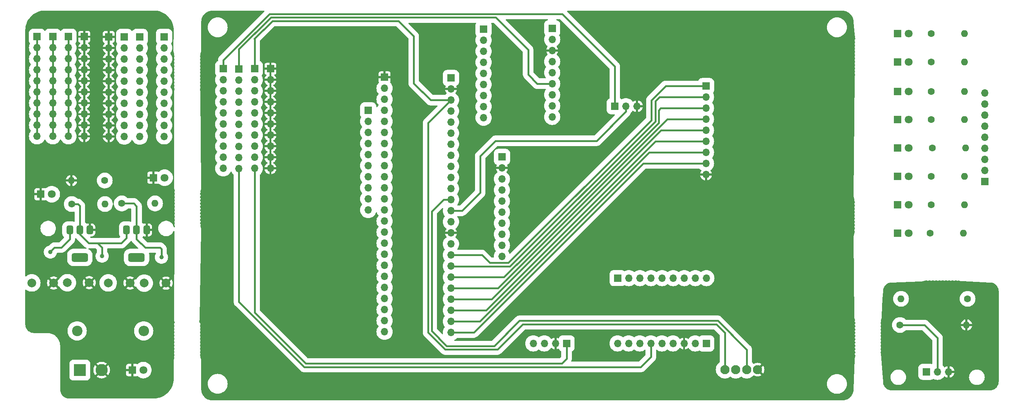
<source format=gbr>
%TF.GenerationSoftware,KiCad,Pcbnew,8.0.7*%
%TF.CreationDate,2025-06-17T16:53:58+08:00*%
%TF.ProjectId,TT_0.4_Control_board!,54545f30-2e34-45f4-936f-6e74726f6c5f,rev?*%
%TF.SameCoordinates,Original*%
%TF.FileFunction,Copper,L1,Top*%
%TF.FilePolarity,Positive*%
%FSLAX46Y46*%
G04 Gerber Fmt 4.6, Leading zero omitted, Abs format (unit mm)*
G04 Created by KiCad (PCBNEW 8.0.7) date 2025-06-17 16:53:58*
%MOMM*%
%LPD*%
G01*
G04 APERTURE LIST*
G04 Aperture macros list*
%AMRoundRect*
0 Rectangle with rounded corners*
0 $1 Rounding radius*
0 $2 $3 $4 $5 $6 $7 $8 $9 X,Y pos of 4 corners*
0 Add a 4 corners polygon primitive as box body*
4,1,4,$2,$3,$4,$5,$6,$7,$8,$9,$2,$3,0*
0 Add four circle primitives for the rounded corners*
1,1,$1+$1,$2,$3*
1,1,$1+$1,$4,$5*
1,1,$1+$1,$6,$7*
1,1,$1+$1,$8,$9*
0 Add four rect primitives between the rounded corners*
20,1,$1+$1,$2,$3,$4,$5,0*
20,1,$1+$1,$4,$5,$6,$7,0*
20,1,$1+$1,$6,$7,$8,$9,0*
20,1,$1+$1,$8,$9,$2,$3,0*%
G04 Aperture macros list end*
%TA.AperFunction,ComponentPad*%
%ADD10R,1.700000X1.700000*%
%TD*%
%TA.AperFunction,ComponentPad*%
%ADD11O,1.700000X1.700000*%
%TD*%
%TA.AperFunction,ComponentPad*%
%ADD12C,1.600000*%
%TD*%
%TA.AperFunction,ComponentPad*%
%ADD13O,1.600000X1.600000*%
%TD*%
%TA.AperFunction,ComponentPad*%
%ADD14C,2.100000*%
%TD*%
%TA.AperFunction,ComponentPad*%
%ADD15R,2.800000X2.800000*%
%TD*%
%TA.AperFunction,ComponentPad*%
%ADD16C,2.800000*%
%TD*%
%TA.AperFunction,ComponentPad*%
%ADD17R,1.800000X1.800000*%
%TD*%
%TA.AperFunction,ComponentPad*%
%ADD18C,1.800000*%
%TD*%
%TA.AperFunction,ComponentPad*%
%ADD19C,2.000000*%
%TD*%
%TA.AperFunction,SMDPad,CuDef*%
%ADD20RoundRect,0.375000X-0.375000X0.625000X-0.375000X-0.625000X0.375000X-0.625000X0.375000X0.625000X0*%
%TD*%
%TA.AperFunction,SMDPad,CuDef*%
%ADD21RoundRect,0.500000X-1.400000X0.500000X-1.400000X-0.500000X1.400000X-0.500000X1.400000X0.500000X0*%
%TD*%
%TA.AperFunction,ComponentPad*%
%ADD22C,2.400000*%
%TD*%
%TA.AperFunction,ComponentPad*%
%ADD23O,2.400000X2.400000*%
%TD*%
%TA.AperFunction,ViaPad*%
%ADD24C,1.000000*%
%TD*%
%TA.AperFunction,Conductor*%
%ADD25C,0.400000*%
%TD*%
G04 APERTURE END LIST*
D10*
%TO.P,J1,1,Pin_1*%
%TO.N,BMS_12V*%
X239510000Y-142550000D03*
D11*
%TO.P,J1,2,Pin_2*%
%TO.N,Bat_Sig*%
X242050000Y-142550000D03*
%TO.P,J1,3,Pin_3*%
%TO.N,BMS_GND*%
X244590000Y-142550000D03*
%TD*%
D12*
%TO.P,R14,1*%
%TO.N,Net-(D11-A)*%
X51310000Y-98650000D03*
D13*
%TO.P,R14,2*%
%TO.N,P_GND*%
X43690000Y-98650000D03*
%TD*%
D12*
%TO.P,R13,1*%
%TO.N,P_5V*%
X43740000Y-104050000D03*
D13*
%TO.P,R13,2*%
%TO.N,Net-(D11-A)*%
X51360000Y-104050000D03*
%TD*%
D10*
%TO.P,J24,1,Pin_1*%
%TO.N,3.3V*%
X85650000Y-73010000D03*
D11*
%TO.P,J24,2,Pin_2*%
X85650000Y-75550000D03*
%TO.P,J24,3,Pin_3*%
X85650000Y-78090000D03*
%TO.P,J24,4,Pin_4*%
X85650000Y-80630000D03*
%TO.P,J24,5,Pin_5*%
X85650000Y-83170000D03*
%TO.P,J24,6,Pin_6*%
X85650000Y-85710000D03*
%TO.P,J24,7,Pin_7*%
X85650000Y-88250000D03*
%TO.P,J24,8,Pin_8*%
X85650000Y-90790000D03*
%TO.P,J24,9,Pin_9*%
X85650000Y-93330000D03*
%TO.P,J24,10,Pin_10*%
X85650000Y-95870000D03*
%TD*%
D14*
%TO.P,J18,1*%
%TO.N,3.3V*%
X193325000Y-142035000D03*
%TO.P,J18,2*%
%TO.N,unconnected-(J18-Pad2)*%
X195825000Y-142035000D03*
%TO.P,J18,3*%
%TO.N,S_KILL*%
X198325000Y-142035000D03*
%TO.P,J18,4*%
%TO.N,GND*%
X200825000Y-142035000D03*
%TD*%
D10*
%TO.P,J23,1,Pin_1*%
%TO.N,12V*%
X78450000Y-73010000D03*
D11*
%TO.P,J23,2,Pin_2*%
X78450000Y-75550000D03*
%TO.P,J23,3,Pin_3*%
X78450000Y-78090000D03*
%TO.P,J23,4,Pin_4*%
X78450000Y-80630000D03*
%TO.P,J23,5,Pin_5*%
X78450000Y-83170000D03*
%TO.P,J23,6,Pin_6*%
X78450000Y-85710000D03*
%TO.P,J23,7,Pin_7*%
X78450000Y-88250000D03*
%TO.P,J23,8,Pin_8*%
X78450000Y-90790000D03*
%TO.P,J23,9,Pin_9*%
X78450000Y-93330000D03*
%TO.P,J23,10,Pin_10*%
X78450000Y-95870000D03*
%TD*%
D12*
%TO.P,R2,1*%
%TO.N,Bat_Sig*%
X233430000Y-131800000D03*
D13*
%TO.P,R2,2*%
%TO.N,BMS_GND*%
X248670000Y-131800000D03*
%TD*%
D10*
%TO.P,J25,1,Pin_1*%
%TO.N,GND*%
X89250000Y-73010000D03*
D11*
%TO.P,J25,2,Pin_2*%
X89250000Y-75550000D03*
%TO.P,J25,3,Pin_3*%
X89250000Y-78090000D03*
%TO.P,J25,4,Pin_4*%
X89250000Y-80630000D03*
%TO.P,J25,5,Pin_5*%
X89250000Y-83170000D03*
%TO.P,J25,6,Pin_6*%
X89250000Y-85710000D03*
%TO.P,J25,7,Pin_7*%
X89250000Y-88250000D03*
%TO.P,J25,8,Pin_8*%
X89250000Y-90790000D03*
%TO.P,J25,9,Pin_9*%
X89250000Y-93330000D03*
%TO.P,J25,10,Pin_10*%
X89250000Y-95870000D03*
%TD*%
D10*
%TO.P,REF\u002A\u002A,1*%
%TO.N,N/C*%
X138075000Y-63915000D03*
D11*
%TO.P,REF\u002A\u002A,2*%
X138075000Y-66455000D03*
%TO.P,REF\u002A\u002A,3*%
X138075000Y-68995000D03*
%TO.P,REF\u002A\u002A,4*%
X138075000Y-71535000D03*
%TO.P,REF\u002A\u002A,5*%
X138075000Y-74075000D03*
%TO.P,REF\u002A\u002A,6*%
X138075000Y-76615000D03*
%TO.P,REF\u002A\u002A,7*%
X138075000Y-79155000D03*
%TO.P,REF\u002A\u002A,8*%
X138075000Y-81695000D03*
%TO.P,REF\u002A\u002A,9*%
X138075000Y-84235000D03*
%TD*%
D10*
%TO.P,REF\u002A\u002A,1*%
%TO.N,N/C*%
X168775000Y-121035000D03*
D11*
%TO.P,REF\u002A\u002A,2*%
X171315000Y-121035000D03*
%TO.P,REF\u002A\u002A,3*%
X173855000Y-121035000D03*
%TO.P,REF\u002A\u002A,4*%
X176395000Y-121035000D03*
%TO.P,REF\u002A\u002A,5*%
X178935000Y-121035000D03*
%TO.P,REF\u002A\u002A,6*%
X181475000Y-121035000D03*
%TO.P,REF\u002A\u002A,7*%
X184015000Y-121035000D03*
%TO.P,REF\u002A\u002A,8*%
X186555000Y-121035000D03*
%TO.P,REF\u002A\u002A,9*%
X189095000Y-121035000D03*
%TD*%
D15*
%TO.P,J2,1,Pin_1*%
%TO.N,P_12V*%
X45600000Y-142150000D03*
D16*
%TO.P,J2,2,Pin_2*%
%TO.N,P_GND*%
X50600000Y-142150000D03*
%TD*%
D10*
%TO.P,J12,1,Pin_1*%
%TO.N,unconnected-(J12-Pin_1-Pad1)*%
X153775000Y-63715000D03*
D11*
%TO.P,J12,2,Pin_2*%
%TO.N,unconnected-(J12-Pin_2-Pad2)*%
X153775000Y-66255000D03*
%TO.P,J12,3,Pin_3*%
%TO.N,GND*%
X153775000Y-68795000D03*
%TO.P,J12,4,Pin_4*%
%TO.N,unconnected-(J12-Pin_4-Pad4)*%
X153775000Y-71335000D03*
%TO.P,J12,5,Pin_5*%
%TO.N,RX1*%
X153775000Y-73875000D03*
%TO.P,J12,6,Pin_6*%
%TO.N,5V*%
X153775000Y-76415000D03*
%TO.P,J12,7,Pin_7*%
%TO.N,unconnected-(J12-Pin_7-Pad7)*%
X153775000Y-78955000D03*
%TO.P,J12,8,Pin_8*%
%TO.N,unconnected-(J12-Pin_8-Pad8)*%
X153775000Y-81495000D03*
%TO.P,J12,9,Pin_9*%
%TO.N,TX1*%
X153775000Y-84035000D03*
%TD*%
D17*
%TO.P,D11,1,K*%
%TO.N,P_GND*%
X36625000Y-101800000D03*
D18*
%TO.P,D11,2,A*%
%TO.N,Net-(D11-A)*%
X39165000Y-101800000D03*
%TD*%
D12*
%TO.P,R6,1*%
%TO.N,Net-(D4-A)*%
X240850000Y-91200000D03*
D13*
%TO.P,R6,2*%
%TO.N,L_LED4*%
X248470000Y-91200000D03*
%TD*%
D10*
%TO.P,J7,1,Pin_1*%
%TO.N,P_5V*%
X39400000Y-65650000D03*
D11*
%TO.P,J7,2,Pin_2*%
X39400000Y-68190000D03*
%TO.P,J7,3,Pin_3*%
X39400000Y-70730000D03*
%TO.P,J7,4,Pin_4*%
X39400000Y-73270000D03*
%TO.P,J7,5,Pin_5*%
X39400000Y-75810000D03*
%TO.P,J7,6,Pin_6*%
X39400000Y-78350000D03*
%TO.P,J7,7,Pin_7*%
X39400000Y-80890000D03*
%TO.P,J7,8,Pin_8*%
X39400000Y-83430000D03*
%TO.P,J7,9,Pin_9*%
X39400000Y-85970000D03*
%TO.P,J7,10,Pin_10*%
X39400000Y-88510000D03*
%TD*%
D10*
%TO.P,J6,1,Pin_1*%
%TO.N,3.3V*%
X157075000Y-136035000D03*
D11*
%TO.P,J6,2,Pin_2*%
%TO.N,GND*%
X154535000Y-136035000D03*
%TO.P,J6,3,Pin_3*%
%TO.N,SCL*%
X151995000Y-136035000D03*
%TO.P,J6,4,Pin_4*%
%TO.N,SDA*%
X149455000Y-136035000D03*
%TD*%
D12*
%TO.P,R10,1*%
%TO.N,Net-(D8-A)*%
X240600000Y-64950000D03*
D13*
%TO.P,R10,2*%
%TO.N,L_LED8*%
X248220000Y-64950000D03*
%TD*%
D12*
%TO.P,R4,1*%
%TO.N,Net-(D2-A)*%
X240600000Y-104200000D03*
D13*
%TO.P,R4,2*%
%TO.N,L_LED2*%
X248220000Y-104200000D03*
%TD*%
D10*
%TO.P,J20,1,Pin_1*%
%TO.N,L_LED1*%
X252850000Y-98860000D03*
D11*
%TO.P,J20,2,Pin_2*%
%TO.N,L_LED2*%
X252850000Y-96320000D03*
%TO.P,J20,3,Pin_3*%
%TO.N,L_LED3*%
X252850000Y-93780000D03*
%TO.P,J20,4,Pin_4*%
%TO.N,L_LED4*%
X252850000Y-91240000D03*
%TO.P,J20,5,Pin_5*%
%TO.N,L_LED5*%
X252850000Y-88700000D03*
%TO.P,J20,6,Pin_6*%
%TO.N,L_LED6*%
X252850000Y-86160000D03*
%TO.P,J20,7,Pin_7*%
%TO.N,L_LED7*%
X252850000Y-83620000D03*
%TO.P,J20,8,Pin_8*%
%TO.N,L_LED8*%
X252850000Y-81080000D03*
%TO.P,J20,9,Pin_9*%
%TO.N,L_GND*%
X252850000Y-78540000D03*
%TD*%
D10*
%TO.P,J14,1,Pin_1*%
%TO.N,P_12V*%
X35800000Y-65650000D03*
D11*
%TO.P,J14,2,Pin_2*%
X35800000Y-68190000D03*
%TO.P,J14,3,Pin_3*%
X35800000Y-70730000D03*
%TO.P,J14,4,Pin_4*%
X35800000Y-73270000D03*
%TO.P,J14,5,Pin_5*%
X35800000Y-75810000D03*
%TO.P,J14,6,Pin_6*%
X35800000Y-78350000D03*
%TO.P,J14,7,Pin_7*%
X35800000Y-80890000D03*
%TO.P,J14,8,Pin_8*%
X35800000Y-83430000D03*
%TO.P,J14,9,Pin_9*%
X35800000Y-85970000D03*
%TO.P,J14,10,Pin_10*%
X35800000Y-88510000D03*
%TD*%
D19*
%TO.P,C4,1*%
%TO.N,P_3.3V*%
X60350000Y-122200000D03*
%TO.P,C4,2*%
%TO.N,P_GND*%
X65350000Y-122200000D03*
%TD*%
D17*
%TO.P,D9,1,K*%
%TO.N,P_GND*%
X57600000Y-142150000D03*
D18*
%TO.P,D9,2,A*%
%TO.N,Net-(D9-A)*%
X60140000Y-142150000D03*
%TD*%
D10*
%TO.P,J21,1,Pin_1*%
%TO.N,GND*%
X115400000Y-74960000D03*
D11*
%TO.P,J21,2,Pin_2*%
%TO.N,TX1*%
X115400000Y-77500000D03*
%TO.P,J21,3,Pin_3*%
%TO.N,RX1*%
X115400000Y-80040000D03*
%TO.P,J21,4,Pin_4*%
%TO.N,T1*%
X115400000Y-82580000D03*
%TO.P,J21,5,Pin_5*%
%TO.N,T2*%
X115400000Y-85120000D03*
%TO.P,J21,6,Pin_6*%
%TO.N,T3*%
X115400000Y-87660000D03*
%TO.P,J21,7,Pin_7*%
%TO.N,T4*%
X115400000Y-90200000D03*
%TO.P,J21,8,Pin_8*%
%TO.N,T5*%
X115400000Y-92740000D03*
%TO.P,J21,9,Pin_9*%
%TO.N,T6*%
X115400000Y-95280000D03*
%TO.P,J21,10,Pin_10*%
%TO.N,T7*%
X115400000Y-97820000D03*
%TO.P,J21,11,Pin_11*%
%TO.N,T8*%
X115400000Y-100360000D03*
%TO.P,J21,12,Pin_12*%
%TO.N,T9*%
X115400000Y-102900000D03*
%TO.P,J21,13,Pin_13*%
%TO.N,T10*%
X115400000Y-105440000D03*
%TO.P,J21,14,Pin_14*%
%TO.N,unconnected-(J21-Pin_14-Pad14)*%
X115400000Y-107980000D03*
%TO.P,J21,15,Pin_15*%
%TO.N,unconnected-(J21-Pin_15-Pad15)*%
X115400000Y-110520000D03*
%TO.P,J21,16,Pin_16*%
%TO.N,unconnected-(J21-Pin_16-Pad16)*%
X115400000Y-113060000D03*
%TO.P,J21,17,Pin_17*%
%TO.N,RX2*%
X115400000Y-115600000D03*
%TO.P,J21,18,Pin_18*%
%TO.N,TX2*%
X115400000Y-118140000D03*
%TO.P,J21,19,Pin_19*%
%TO.N,unconnected-(J21-Pin_19-Pad19)*%
X115400000Y-120680000D03*
%TO.P,J21,20,Pin_20*%
%TO.N,unconnected-(J21-Pin_20-Pad20)*%
X115400000Y-123220000D03*
%TO.P,J21,21,Pin_21*%
%TO.N,unconnected-(J21-Pin_21-Pad21)*%
X115400000Y-125760000D03*
%TO.P,J21,22,Pin_22*%
%TO.N,unconnected-(J21-Pin_22-Pad22)*%
X115400000Y-128300000D03*
%TO.P,J21,23,Pin_23*%
%TO.N,unconnected-(J21-Pin_23-Pad23)*%
X115400000Y-130840000D03*
%TO.P,J21,24,Pin_24*%
%TO.N,unconnected-(J21-Pin_24-Pad24)*%
X115400000Y-133380000D03*
%TD*%
D10*
%TO.P,J5,1,Pin_1*%
%TO.N,3.3V*%
X142275000Y-93235000D03*
D11*
%TO.P,J5,2,Pin_2*%
%TO.N,GND*%
X142275000Y-95775000D03*
%TO.P,J5,3,Pin_3*%
%TO.N,SCL*%
X142275000Y-98315000D03*
%TO.P,J5,4,Pin_4*%
%TO.N,SDA*%
X142275000Y-100855000D03*
%TO.P,J5,5,Pin_5*%
%TO.N,unconnected-(J5-Pin_5-Pad5)*%
X142275000Y-103395000D03*
%TO.P,J5,6,Pin_6*%
%TO.N,unconnected-(J5-Pin_6-Pad6)*%
X142275000Y-105935000D03*
%TO.P,J5,7,Pin_7*%
%TO.N,unconnected-(J5-Pin_7-Pad7)*%
X142275000Y-108475000D03*
%TO.P,J5,8,Pin_8*%
%TO.N,unconnected-(J5-Pin_8-Pad8)*%
X142275000Y-111015000D03*
%TO.P,J5,9,Pin_9*%
%TO.N,unconnected-(J5-Pin_9-Pad9)*%
X142275000Y-113555000D03*
%TO.P,J5,10,Pin_10*%
%TO.N,unconnected-(J5-Pin_10-Pad10)*%
X142275000Y-116095000D03*
%TD*%
D10*
%TO.P,J19,1,Pin_1*%
%TO.N,LED8*%
X189010000Y-76975000D03*
D11*
%TO.P,J19,2,Pin_2*%
%TO.N,LED7*%
X189010000Y-79515000D03*
%TO.P,J19,3,Pin_3*%
%TO.N,LED6*%
X189010000Y-82055000D03*
%TO.P,J19,4,Pin_4*%
%TO.N,LED5*%
X189010000Y-84595000D03*
%TO.P,J19,5,Pin_5*%
%TO.N,LED4*%
X189010000Y-87135000D03*
%TO.P,J19,6,Pin_6*%
%TO.N,LED3*%
X189010000Y-89675000D03*
%TO.P,J19,7,Pin_7*%
%TO.N,LED2*%
X189010000Y-92215000D03*
%TO.P,J19,8,Pin_8*%
%TO.N,LED1*%
X189010000Y-94755000D03*
%TO.P,J19,9,Pin_9*%
%TO.N,GND*%
X189010000Y-97295000D03*
%TD*%
D20*
%TO.P,U3,1,GND*%
%TO.N,P_GND*%
X47900000Y-110000000D03*
%TO.P,U3,2,VO*%
%TO.N,P_5V*%
X45600000Y-110000000D03*
D21*
X45600000Y-116300000D03*
D20*
%TO.P,U3,3,VI*%
%TO.N,P_12V*%
X43300000Y-110000000D03*
%TD*%
D10*
%TO.P,J13,1,Pin_1*%
%TO.N,unconnected-(J13-Pin_1-Pad1)*%
X189075000Y-136035000D03*
D11*
%TO.P,J13,2,Pin_2*%
%TO.N,unconnected-(J13-Pin_2-Pad2)*%
X186535000Y-136035000D03*
%TO.P,J13,3,Pin_3*%
%TO.N,GND*%
X183995000Y-136035000D03*
%TO.P,J13,4,Pin_4*%
%TO.N,unconnected-(J13-Pin_4-Pad4)*%
X181455000Y-136035000D03*
%TO.P,J13,5,Pin_5*%
%TO.N,RX2*%
X178915000Y-136035000D03*
%TO.P,J13,6,Pin_6*%
%TO.N,5V*%
X176375000Y-136035000D03*
%TO.P,J13,7,Pin_7*%
%TO.N,unconnected-(J13-Pin_7-Pad7)*%
X173835000Y-136035000D03*
%TO.P,J13,8,Pin_8*%
%TO.N,unconnected-(J13-Pin_8-Pad8)*%
X171295000Y-136035000D03*
%TO.P,J13,9,Pin_9*%
%TO.N,TX2*%
X168755000Y-136035000D03*
%TD*%
D19*
%TO.P,C3,1*%
%TO.N,P_5V*%
X52100000Y-122150000D03*
%TO.P,C3,2*%
%TO.N,P_GND*%
X57100000Y-122150000D03*
%TD*%
D22*
%TO.P,R11,1*%
%TO.N,P_12V*%
X44980000Y-133150000D03*
D23*
%TO.P,R11,2*%
%TO.N,Net-(D9-A)*%
X60220000Y-133150000D03*
%TD*%
D10*
%TO.P,J8,1,Pin_1*%
%TO.N,P_GND*%
X52190000Y-65710000D03*
D11*
%TO.P,J8,2,Pin_2*%
X52190000Y-68250000D03*
%TO.P,J8,3,Pin_3*%
X52190000Y-70790000D03*
%TO.P,J8,4,Pin_4*%
X52190000Y-73330000D03*
%TO.P,J8,5,Pin_5*%
X52190000Y-75870000D03*
%TO.P,J8,6,Pin_6*%
X52190000Y-78410000D03*
%TO.P,J8,7,Pin_7*%
X52190000Y-80950000D03*
%TO.P,J8,8,Pin_8*%
X52190000Y-83490000D03*
%TO.P,J8,9,Pin_9*%
X52190000Y-86030000D03*
%TO.P,J8,10,Pin_10*%
X52190000Y-88570000D03*
%TD*%
D19*
%TO.P,C1,1*%
%TO.N,P_12V*%
X34600000Y-122150000D03*
%TO.P,C1,2*%
%TO.N,P_GND*%
X39600000Y-122150000D03*
%TD*%
D12*
%TO.P,R3,1*%
%TO.N,Net-(D1-A)*%
X240350000Y-110700000D03*
D13*
%TO.P,R3,2*%
%TO.N,L_LED1*%
X247970000Y-110700000D03*
%TD*%
D12*
%TO.P,R5,1*%
%TO.N,Net-(D3-A)*%
X240600000Y-97700000D03*
D13*
%TO.P,R5,2*%
%TO.N,L_LED3*%
X248220000Y-97700000D03*
%TD*%
D10*
%TO.P,J11,1,Pin_1*%
%TO.N,P_3.3V*%
X43000000Y-65650000D03*
D11*
%TO.P,J11,2,Pin_2*%
X43000000Y-68190000D03*
%TO.P,J11,3,Pin_3*%
X43000000Y-70730000D03*
%TO.P,J11,4,Pin_4*%
X43000000Y-73270000D03*
%TO.P,J11,5,Pin_5*%
X43000000Y-75810000D03*
%TO.P,J11,6,Pin_6*%
X43000000Y-78350000D03*
%TO.P,J11,7,Pin_7*%
X43000000Y-80890000D03*
%TO.P,J11,8,Pin_8*%
X43000000Y-83430000D03*
%TO.P,J11,9,Pin_9*%
X43000000Y-85970000D03*
%TO.P,J11,10,Pin_10*%
X43000000Y-88510000D03*
%TD*%
D19*
%TO.P,C2,1*%
%TO.N,P_5V*%
X42750000Y-122100000D03*
%TO.P,C2,2*%
%TO.N,P_GND*%
X47750000Y-122100000D03*
%TD*%
D12*
%TO.P,R7,1*%
%TO.N,Net-(D5-A)*%
X240600000Y-84700000D03*
D13*
%TO.P,R7,2*%
%TO.N,L_LED5*%
X248220000Y-84700000D03*
%TD*%
D17*
%TO.P,D5,1,K*%
%TO.N,L_GND*%
X232870000Y-84700000D03*
D18*
%TO.P,D5,2,A*%
%TO.N,Net-(D5-A)*%
X235410000Y-84700000D03*
%TD*%
D17*
%TO.P,D10,1,K*%
%TO.N,P_GND*%
X62475000Y-98000000D03*
D18*
%TO.P,D10,2,A*%
%TO.N,Net-(D10-A)*%
X65015000Y-98000000D03*
%TD*%
D10*
%TO.P,J3,1,Pin_1*%
%TO.N,unconnected-(J3-Pin_1-Pad1)*%
X130600000Y-75120000D03*
D11*
%TO.P,J3,2,Pin_2*%
%TO.N,GND*%
X130600000Y-77660000D03*
%TO.P,J3,3,Pin_3*%
%TO.N,3.3V*%
X130600000Y-80200000D03*
%TO.P,J3,4,Pin_4*%
%TO.N,unconnected-(J3-Pin_4-Pad4)*%
X130600000Y-82740000D03*
%TO.P,J3,5,Pin_5*%
%TO.N,unconnected-(J3-Pin_5-Pad5)*%
X130600000Y-85280000D03*
%TO.P,J3,6,Pin_6*%
%TO.N,unconnected-(J3-Pin_6-Pad6)*%
X130600000Y-87820000D03*
%TO.P,J3,7,Pin_7*%
%TO.N,unconnected-(J3-Pin_7-Pad7)*%
X130600000Y-90360000D03*
%TO.P,J3,8,Pin_8*%
%TO.N,SCL*%
X130600000Y-92900000D03*
%TO.P,J3,9,Pin_9*%
%TO.N,SDA*%
X130600000Y-95440000D03*
%TO.P,J3,10,Pin_10*%
%TO.N,unconnected-(J3-Pin_10-Pad10)*%
X130600000Y-97980000D03*
%TO.P,J3,11,Pin_11*%
%TO.N,unconnected-(J3-Pin_11-Pad11)*%
X130600000Y-100520000D03*
%TO.P,J3,12,Pin_12*%
%TO.N,S_KILL*%
X130600000Y-103060000D03*
%TO.P,J3,13,Pin_13*%
%TO.N,BMS*%
X130600000Y-105600000D03*
%TO.P,J3,14,Pin_14*%
%TO.N,unconnected-(J3-Pin_14-Pad14)*%
X130600000Y-108140000D03*
%TO.P,J3,15,Pin_15*%
%TO.N,GND*%
X130600000Y-110680000D03*
%TO.P,J3,16,Pin_16*%
%TO.N,unconnected-(J3-Pin_16-Pad16)*%
X130600000Y-113220000D03*
%TO.P,J3,17,Pin_17*%
%TO.N,LED8*%
X130600000Y-115760000D03*
%TO.P,J3,18,Pin_18*%
%TO.N,LED7*%
X130600000Y-118300000D03*
%TO.P,J3,19,Pin_19*%
%TO.N,LED6*%
X130600000Y-120840000D03*
%TO.P,J3,20,Pin_20*%
%TO.N,LED5*%
X130600000Y-123380000D03*
%TO.P,J3,21,Pin_21*%
%TO.N,LED4*%
X130600000Y-125920000D03*
%TO.P,J3,22,Pin_22*%
%TO.N,LED3*%
X130600000Y-128460000D03*
%TO.P,J3,23,Pin_23*%
%TO.N,LED2*%
X130600000Y-131000000D03*
%TO.P,J3,24,Pin_24*%
%TO.N,LED1*%
X130600000Y-133540000D03*
%TD*%
D10*
%TO.P,J9,1,Pin_1*%
%TO.N,P_5V*%
X55780000Y-65700000D03*
D11*
%TO.P,J9,2,Pin_2*%
X55780000Y-68240000D03*
%TO.P,J9,3,Pin_3*%
X55780000Y-70780000D03*
%TO.P,J9,4,Pin_4*%
X55780000Y-73320000D03*
%TO.P,J9,5,Pin_5*%
X55780000Y-75860000D03*
%TO.P,J9,6,Pin_6*%
X55780000Y-78400000D03*
%TO.P,J9,7,Pin_7*%
X55780000Y-80940000D03*
%TO.P,J9,8,Pin_8*%
X55780000Y-83480000D03*
%TO.P,J9,9,Pin_9*%
X55780000Y-86020000D03*
%TO.P,J9,10,Pin_10*%
X55780000Y-88560000D03*
%TD*%
D17*
%TO.P,D7,1,K*%
%TO.N,L_GND*%
X232885000Y-71450000D03*
D18*
%TO.P,D7,2,A*%
%TO.N,Net-(D7-A)*%
X235425000Y-71450000D03*
%TD*%
D10*
%TO.P,J22,1,Pin_1*%
%TO.N,5V*%
X82050000Y-73060000D03*
D11*
%TO.P,J22,2,Pin_2*%
X82050000Y-75600000D03*
%TO.P,J22,3,Pin_3*%
X82050000Y-78140000D03*
%TO.P,J22,4,Pin_4*%
X82050000Y-80680000D03*
%TO.P,J22,5,Pin_5*%
X82050000Y-83220000D03*
%TO.P,J22,6,Pin_6*%
X82050000Y-85760000D03*
%TO.P,J22,7,Pin_7*%
X82050000Y-88300000D03*
%TO.P,J22,8,Pin_8*%
X82050000Y-90840000D03*
%TO.P,J22,9,Pin_9*%
X82050000Y-93380000D03*
%TO.P,J22,10,Pin_10*%
X82050000Y-95920000D03*
%TD*%
D10*
%TO.P,J4,1,Pin_1*%
%TO.N,12V*%
X168135000Y-81585000D03*
D11*
%TO.P,J4,2,Pin_2*%
%TO.N,BMS*%
X170675000Y-81585000D03*
%TO.P,J4,3,Pin_3*%
%TO.N,GND*%
X173215000Y-81585000D03*
%TD*%
D10*
%TO.P,J10,1,Pin_1*%
%TO.N,T1*%
X111650000Y-82560000D03*
D11*
%TO.P,J10,2,Pin_2*%
%TO.N,T2*%
X111650000Y-85100000D03*
%TO.P,J10,3,Pin_3*%
%TO.N,T3*%
X111650000Y-87640000D03*
%TO.P,J10,4,Pin_4*%
%TO.N,T4*%
X111650000Y-90180000D03*
%TO.P,J10,5,Pin_5*%
%TO.N,T5*%
X111650000Y-92720000D03*
%TO.P,J10,6,Pin_6*%
%TO.N,T6*%
X111650000Y-95260000D03*
%TO.P,J10,7,Pin_7*%
%TO.N,T7*%
X111650000Y-97800000D03*
%TO.P,J10,8,Pin_8*%
%TO.N,T8*%
X111650000Y-100340000D03*
%TO.P,J10,9,Pin_9*%
%TO.N,T9*%
X111650000Y-102880000D03*
%TO.P,J10,10,Pin_10*%
%TO.N,T10*%
X111650000Y-105420000D03*
%TD*%
D12*
%TO.P,R1,1*%
%TO.N,BMS_12V*%
X248920000Y-125800000D03*
D13*
%TO.P,R1,2*%
%TO.N,Bat_Sig*%
X233680000Y-125800000D03*
%TD*%
D12*
%TO.P,R9,1*%
%TO.N,Net-(D7-A)*%
X240600000Y-71450000D03*
D13*
%TO.P,R9,2*%
%TO.N,L_LED7*%
X248220000Y-71450000D03*
%TD*%
D10*
%TO.P,J15,1,Pin_1*%
%TO.N,P_GND*%
X46600000Y-65650000D03*
D11*
%TO.P,J15,2,Pin_2*%
X46600000Y-68190000D03*
%TO.P,J15,3,Pin_3*%
X46600000Y-70730000D03*
%TO.P,J15,4,Pin_4*%
X46600000Y-73270000D03*
%TO.P,J15,5,Pin_5*%
X46600000Y-75810000D03*
%TO.P,J15,6,Pin_6*%
X46600000Y-78350000D03*
%TO.P,J15,7,Pin_7*%
X46600000Y-80890000D03*
%TO.P,J15,8,Pin_8*%
X46600000Y-83430000D03*
%TO.P,J15,9,Pin_9*%
X46600000Y-85970000D03*
%TO.P,J15,10,Pin_10*%
X46600000Y-88510000D03*
%TD*%
D20*
%TO.P,U2,1,GND*%
%TO.N,P_GND*%
X60900000Y-110000000D03*
%TO.P,U2,2,VO*%
%TO.N,P_3.3V*%
X58600000Y-110000000D03*
D21*
X58600000Y-116300000D03*
D20*
%TO.P,U2,3,VI*%
%TO.N,P_5V*%
X56300000Y-110000000D03*
%TD*%
D17*
%TO.P,D8,1,K*%
%TO.N,L_GND*%
X232870000Y-64950000D03*
D18*
%TO.P,D8,2,A*%
%TO.N,Net-(D8-A)*%
X235410000Y-64950000D03*
%TD*%
D12*
%TO.P,R8,1*%
%TO.N,Net-(D6-A)*%
X240600000Y-78200000D03*
D13*
%TO.P,R8,2*%
%TO.N,L_LED6*%
X248220000Y-78200000D03*
%TD*%
D17*
%TO.P,D1,1,K*%
%TO.N,L_GND*%
X232910000Y-110700000D03*
D18*
%TO.P,D1,2,A*%
%TO.N,Net-(D1-A)*%
X235450000Y-110700000D03*
%TD*%
D12*
%TO.P,R12,1*%
%TO.N,P_3.3V*%
X55200000Y-103900000D03*
D13*
%TO.P,R12,2*%
%TO.N,Net-(D10-A)*%
X62820000Y-103900000D03*
%TD*%
D10*
%TO.P,J16,1,Pin_1*%
%TO.N,P_T1*%
X59340000Y-65710000D03*
D11*
%TO.P,J16,2,Pin_2*%
%TO.N,P_T2*%
X59340000Y-68250000D03*
%TO.P,J16,3,Pin_3*%
%TO.N,P_T3*%
X59340000Y-70790000D03*
%TO.P,J16,4,Pin_4*%
%TO.N,P_T4*%
X59340000Y-73330000D03*
%TO.P,J16,5,Pin_5*%
%TO.N,P_T5*%
X59340000Y-75870000D03*
%TO.P,J16,6,Pin_6*%
%TO.N,P_T6*%
X59340000Y-78410000D03*
%TO.P,J16,7,Pin_7*%
%TO.N,P_T7*%
X59340000Y-80950000D03*
%TO.P,J16,8,Pin_8*%
%TO.N,P_T8*%
X59340000Y-83490000D03*
%TO.P,J16,9,Pin_9*%
%TO.N,P_T9*%
X59340000Y-86030000D03*
%TO.P,J16,10,Pin_10*%
%TO.N,P_T10*%
X59340000Y-88570000D03*
%TD*%
D17*
%TO.P,D3,1,K*%
%TO.N,L_GND*%
X232910000Y-97700000D03*
D18*
%TO.P,D3,2,A*%
%TO.N,Net-(D3-A)*%
X235450000Y-97700000D03*
%TD*%
D17*
%TO.P,D4,1,K*%
%TO.N,L_GND*%
X232870000Y-91200000D03*
D18*
%TO.P,D4,2,A*%
%TO.N,Net-(D4-A)*%
X235410000Y-91200000D03*
%TD*%
D10*
%TO.P,J17,1,Pin_1*%
%TO.N,P_T1*%
X64900000Y-65660000D03*
D11*
%TO.P,J17,2,Pin_2*%
%TO.N,P_T2*%
X64900000Y-68200000D03*
%TO.P,J17,3,Pin_3*%
%TO.N,P_T3*%
X64900000Y-70740000D03*
%TO.P,J17,4,Pin_4*%
%TO.N,P_T4*%
X64900000Y-73280000D03*
%TO.P,J17,5,Pin_5*%
%TO.N,P_T5*%
X64900000Y-75820000D03*
%TO.P,J17,6,Pin_6*%
%TO.N,P_T6*%
X64900000Y-78360000D03*
%TO.P,J17,7,Pin_7*%
%TO.N,P_T7*%
X64900000Y-80900000D03*
%TO.P,J17,8,Pin_8*%
%TO.N,P_T8*%
X64900000Y-83440000D03*
%TO.P,J17,9,Pin_9*%
%TO.N,P_T9*%
X64900000Y-85980000D03*
%TO.P,J17,10,Pin_10*%
%TO.N,P_T10*%
X64900000Y-88520000D03*
%TD*%
D17*
%TO.P,D6,1,K*%
%TO.N,L_GND*%
X232885000Y-78200000D03*
D18*
%TO.P,D6,2,A*%
%TO.N,Net-(D6-A)*%
X235425000Y-78200000D03*
%TD*%
D17*
%TO.P,D2,1,K*%
%TO.N,L_GND*%
X232910000Y-104200000D03*
D18*
%TO.P,D2,2,A*%
%TO.N,Net-(D2-A)*%
X235450000Y-104200000D03*
%TD*%
D24*
%TO.N,P_GND*%
X52950000Y-109800000D03*
%TO.N,P_5V*%
X50700000Y-116000000D03*
%TO.N,P_12V*%
X38850000Y-115050000D03*
%TO.N,P_3.3V*%
X64300000Y-116250000D03*
%TD*%
D25*
%TO.N,Bat_Sig*%
X242050000Y-142550000D02*
X242050000Y-134800000D01*
X233430000Y-131800000D02*
X239050000Y-131800000D01*
X242050000Y-134800000D02*
X239050000Y-131800000D01*
%TO.N,12V*%
X78310000Y-95870000D02*
X78275000Y-95835000D01*
X78450000Y-73010000D02*
X78450000Y-70997259D01*
X156075000Y-60435000D02*
X168135000Y-72495000D01*
X89012259Y-60435000D02*
X156075000Y-60435000D01*
X168135000Y-72495000D02*
X168135000Y-81585000D01*
X78450000Y-70997259D02*
X89012259Y-60435000D01*
X78450000Y-95870000D02*
X78310000Y-95870000D01*
%TO.N,BMS*%
X163927081Y-89535000D02*
X140775000Y-89535000D01*
X133110000Y-105600000D02*
X130600000Y-105600000D01*
X137275000Y-101435000D02*
X133110000Y-105600000D01*
X137275000Y-93035000D02*
X137275000Y-101435000D01*
X170675000Y-82787081D02*
X163927081Y-89535000D01*
X170675000Y-81585000D02*
X170675000Y-82787081D01*
X140775000Y-89535000D02*
X137275000Y-93035000D01*
%TO.N,LED6*%
X148606371Y-114966370D02*
X142732741Y-120840000D01*
X178190685Y-85382057D02*
X148606372Y-114966370D01*
X178655000Y-82055000D02*
X178190685Y-82519315D01*
X148606372Y-114966370D02*
X148606371Y-114966370D01*
X142732741Y-120840000D02*
X130600000Y-120840000D01*
X189010000Y-82055000D02*
X178655000Y-82055000D01*
X178190685Y-82519315D02*
X178190685Y-85382057D01*
%TO.N,5V*%
X174075000Y-141435000D02*
X176375000Y-139135000D01*
X148275000Y-74335000D02*
X150375000Y-76435000D01*
X82050000Y-95920000D02*
X82050000Y-126510000D01*
X82050000Y-73060000D02*
X82050000Y-68528630D01*
X82050000Y-68528630D02*
X89343630Y-61235000D01*
X148275000Y-68635000D02*
X148275000Y-74335000D01*
X140875000Y-61235000D02*
X148275000Y-68635000D01*
X82050000Y-126510000D02*
X96975000Y-141435000D01*
X150695000Y-76415000D02*
X153775000Y-76415000D01*
X150675000Y-76435000D02*
X150695000Y-76415000D01*
X150375000Y-76435000D02*
X150675000Y-76435000D01*
X176375000Y-139135000D02*
X176375000Y-136035000D01*
X96975000Y-141435000D02*
X174075000Y-141435000D01*
X89343630Y-61235000D02*
X140875000Y-61235000D01*
%TO.N,LED2*%
X176026370Y-92215000D02*
X189010000Y-92215000D01*
X137241370Y-131000000D02*
X176026370Y-92215000D01*
X130600000Y-131000000D02*
X137241370Y-131000000D01*
%TO.N,LED7*%
X144096371Y-118345000D02*
X177390685Y-85050686D01*
X130600000Y-118300000D02*
X130645000Y-118345000D01*
X177390685Y-85050686D02*
X177390685Y-80450685D01*
X178326370Y-79515000D02*
X189010000Y-79515000D01*
X177390685Y-80450685D02*
X178326370Y-79515000D01*
X130645000Y-118345000D02*
X144096371Y-118345000D01*
%TO.N,LED3*%
X177435000Y-89675000D02*
X189010000Y-89675000D01*
X130600000Y-128460000D02*
X138650000Y-128460000D01*
X138650000Y-128460000D02*
X177435000Y-89675000D01*
%TO.N,LED8*%
X137700000Y-115760000D02*
X139485000Y-117545000D01*
X176475000Y-80235000D02*
X179775000Y-76935000D01*
X143765000Y-117545000D02*
X176475000Y-84835000D01*
X139485000Y-117545000D02*
X143765000Y-117545000D01*
X179815000Y-76975000D02*
X189010000Y-76975000D01*
X179775000Y-76935000D02*
X179815000Y-76975000D01*
X176475000Y-84835000D02*
X176475000Y-80235000D01*
X130600000Y-115760000D02*
X137700000Y-115760000D01*
%TO.N,LED1*%
X130600000Y-133540000D02*
X135832740Y-133540000D01*
X174617740Y-94755000D02*
X189010000Y-94755000D01*
X135832740Y-133540000D02*
X174617740Y-94755000D01*
%TO.N,LED5*%
X144072056Y-120632055D02*
X178669111Y-86035000D01*
X180109111Y-84595000D02*
X178669111Y-86035000D01*
X189010000Y-84595000D02*
X180109111Y-84595000D01*
X130600000Y-123380000D02*
X141324111Y-123380000D01*
X141324111Y-123380000D02*
X144072056Y-120632055D01*
%TO.N,S_KILL*%
X126175000Y-105735000D02*
X128875000Y-103035000D01*
X126175000Y-133203630D02*
X126175000Y-105735000D01*
X129606370Y-136635000D02*
X126175000Y-133203630D01*
X140475000Y-136635000D02*
X129606370Y-136635000D01*
X129300000Y-103060000D02*
X130600000Y-103060000D01*
X198325000Y-142035000D02*
X198325000Y-137453629D01*
X191706371Y-130835000D02*
X146275000Y-130835000D01*
X146275000Y-130835000D02*
X140475000Y-136635000D01*
X129275000Y-103035000D02*
X129300000Y-103060000D01*
X128875000Y-103035000D02*
X129275000Y-103035000D01*
X198325000Y-137453629D02*
X191706371Y-130835000D01*
%TO.N,LED4*%
X130600000Y-125920000D02*
X139915481Y-125920000D01*
X139915481Y-125920000D02*
X178700481Y-87135000D01*
X178700481Y-87135000D02*
X189010000Y-87135000D01*
%TO.N,3.3V*%
X118575000Y-62035000D02*
X122075000Y-65535000D01*
X130600000Y-80200000D02*
X125375000Y-85425000D01*
X85650000Y-95870000D02*
X85650000Y-128978630D01*
X155975000Y-140635000D02*
X157075000Y-139535000D01*
X129275000Y-137435000D02*
X141275000Y-137435000D01*
X191375000Y-131635000D02*
X193325000Y-133585000D01*
X147075000Y-131635000D02*
X191375000Y-131635000D01*
X85650000Y-128978630D02*
X97306370Y-140635000D01*
X122075000Y-65535000D02*
X122075000Y-76335000D01*
X193325000Y-133585000D02*
X193325000Y-142035000D01*
X141275000Y-137435000D02*
X147075000Y-131635000D01*
X85650000Y-66210000D02*
X85575000Y-66135000D01*
X125940000Y-80200000D02*
X130600000Y-80200000D01*
X97306370Y-140635000D02*
X155975000Y-140635000D01*
X89675000Y-62035000D02*
X118575000Y-62035000D01*
X125375000Y-85425000D02*
X125375000Y-133535000D01*
X125375000Y-133535000D02*
X129275000Y-137435000D01*
X157075000Y-139535000D02*
X157075000Y-136035000D01*
X85650000Y-73010000D02*
X85650000Y-66210000D01*
X85575000Y-66135000D02*
X89675000Y-62035000D01*
X122075000Y-76335000D02*
X125940000Y-80200000D01*
%TO.N,P_5V*%
X45600000Y-111000000D02*
X47600000Y-113000000D01*
X49700000Y-113000000D02*
X50700000Y-114000000D01*
X45600000Y-104450000D02*
X45600000Y-110000000D01*
X55100000Y-113000000D02*
X56300000Y-111800000D01*
X43740000Y-104050000D02*
X45200000Y-104050000D01*
X47600000Y-113000000D02*
X49700000Y-113000000D01*
X39400000Y-65650000D02*
X39400000Y-88510000D01*
X50700000Y-114000000D02*
X50700000Y-116000000D01*
X56300000Y-111800000D02*
X56300000Y-110000000D01*
X45200000Y-104050000D02*
X45600000Y-104450000D01*
X47600000Y-113000000D02*
X55100000Y-113000000D01*
X45600000Y-110000000D02*
X45600000Y-111000000D01*
%TO.N,P_12V*%
X35800000Y-65650000D02*
X35800000Y-88510000D01*
X43300000Y-112100000D02*
X43300000Y-110000000D01*
X41350000Y-114050000D02*
X43300000Y-112100000D01*
X38850000Y-115050000D02*
X38850000Y-115000000D01*
X38850000Y-115000000D02*
X39800000Y-114050000D01*
X39800000Y-114050000D02*
X41350000Y-114050000D01*
%TO.N,P_3.3V*%
X58600000Y-110000000D02*
X58600000Y-112050000D01*
X57950000Y-103900000D02*
X55200000Y-103900000D01*
X58600000Y-110000000D02*
X58600000Y-104550000D01*
X64300000Y-114400000D02*
X64300000Y-116250000D01*
X63950000Y-114050000D02*
X64300000Y-114400000D01*
X58600000Y-112050000D02*
X60600000Y-114050000D01*
X60600000Y-114050000D02*
X63950000Y-114050000D01*
X43000000Y-65650000D02*
X43000000Y-88510000D01*
X58600000Y-104550000D02*
X57950000Y-103900000D01*
%TD*%
%TA.AperFunction,Conductor*%
%TO.N,BMS_GND*%
G36*
X246287001Y-121547217D02*
G01*
X246292684Y-121550498D01*
X246292686Y-121550500D01*
X246406814Y-121616392D01*
X246534108Y-121650500D01*
X246534110Y-121650500D01*
X246665890Y-121650500D01*
X246665892Y-121650500D01*
X246793186Y-121616392D01*
X246800133Y-121612380D01*
X246868032Y-121595906D01*
X246901729Y-121602257D01*
X247019310Y-121641875D01*
X247347658Y-121714150D01*
X247681896Y-121750500D01*
X247834893Y-121750500D01*
X247840885Y-121750644D01*
X253958989Y-122046681D01*
X253979684Y-122049917D01*
X253984108Y-122050500D01*
X254034897Y-122050500D01*
X254040889Y-122050644D01*
X254083059Y-122052685D01*
X254085163Y-122052804D01*
X254302895Y-122067075D01*
X254318953Y-122069190D01*
X254526105Y-122110395D01*
X254559535Y-122117045D01*
X254575202Y-122121243D01*
X254744947Y-122178863D01*
X254807481Y-122200091D01*
X254822458Y-122206294D01*
X255031799Y-122309529D01*
X255042460Y-122314787D01*
X255056508Y-122322897D01*
X255260464Y-122459177D01*
X255273328Y-122469048D01*
X255457749Y-122630781D01*
X255469218Y-122642250D01*
X255630951Y-122826671D01*
X255640825Y-122839539D01*
X255777102Y-123043492D01*
X255785212Y-123057539D01*
X255893702Y-123277534D01*
X255899909Y-123292520D01*
X255978756Y-123524797D01*
X255982954Y-123540464D01*
X256030807Y-123781035D01*
X256032925Y-123797116D01*
X256049235Y-124045956D01*
X256049500Y-124054066D01*
X256049500Y-144795933D01*
X256049235Y-144804043D01*
X256032925Y-145052883D01*
X256030807Y-145068964D01*
X255982954Y-145309535D01*
X255978756Y-145325202D01*
X255899909Y-145557479D01*
X255893702Y-145572465D01*
X255785212Y-145792460D01*
X255777102Y-145806507D01*
X255640825Y-146010460D01*
X255630951Y-146023328D01*
X255469218Y-146207749D01*
X255457749Y-146219218D01*
X255273328Y-146380951D01*
X255260460Y-146390825D01*
X255056507Y-146527102D01*
X255042460Y-146535212D01*
X254822465Y-146643702D01*
X254807479Y-146649909D01*
X254575202Y-146728756D01*
X254559535Y-146732954D01*
X254318964Y-146780807D01*
X254302883Y-146782925D01*
X254054043Y-146799235D01*
X254045933Y-146799500D01*
X231554067Y-146799500D01*
X231545957Y-146799235D01*
X231297116Y-146782925D01*
X231281035Y-146780807D01*
X231040464Y-146732954D01*
X231024797Y-146728756D01*
X230792520Y-146649909D01*
X230777534Y-146643702D01*
X230557539Y-146535212D01*
X230543492Y-146527102D01*
X230339539Y-146390825D01*
X230326671Y-146380951D01*
X230142250Y-146219218D01*
X230130781Y-146207749D01*
X229969048Y-146023328D01*
X229959174Y-146010460D01*
X229822897Y-145806507D01*
X229814787Y-145792460D01*
X229707794Y-145575500D01*
X229706294Y-145572458D01*
X229700090Y-145557479D01*
X229621243Y-145325202D01*
X229617045Y-145309535D01*
X229593673Y-145192034D01*
X229569190Y-145068952D01*
X229567074Y-145052876D01*
X229564332Y-145011037D01*
X229553731Y-144849314D01*
X229553724Y-144833213D01*
X229553768Y-144832518D01*
X229553771Y-144832506D01*
X229550773Y-144787479D01*
X229550500Y-144779245D01*
X229550500Y-144734110D01*
X229550500Y-144734108D01*
X229549281Y-144729561D01*
X229545330Y-144705709D01*
X229485044Y-143799995D01*
X231269521Y-143799995D01*
X231269521Y-143800004D01*
X231289405Y-144065357D01*
X231289405Y-144065359D01*
X231339056Y-144282893D01*
X231348623Y-144324805D01*
X231445844Y-144572521D01*
X231578899Y-144802980D01*
X231701926Y-144957250D01*
X231744820Y-145011037D01*
X231859332Y-145117288D01*
X231939890Y-145192035D01*
X232159761Y-145341940D01*
X232399514Y-145457399D01*
X232399515Y-145457399D01*
X232399518Y-145457401D01*
X232653806Y-145535839D01*
X232653807Y-145535839D01*
X232653810Y-145535840D01*
X232916937Y-145575499D01*
X232916942Y-145575499D01*
X232916945Y-145575500D01*
X232916946Y-145575500D01*
X233183054Y-145575500D01*
X233183055Y-145575500D01*
X233183062Y-145575499D01*
X233446189Y-145535840D01*
X233446190Y-145535839D01*
X233446194Y-145535839D01*
X233700482Y-145457401D01*
X233940240Y-145341940D01*
X234160110Y-145192035D01*
X234355183Y-145011033D01*
X234521101Y-144802980D01*
X234654156Y-144572521D01*
X234751377Y-144324805D01*
X234810593Y-144065367D01*
X234818983Y-143953407D01*
X234830479Y-143800004D01*
X234830479Y-143799995D01*
X234810594Y-143534642D01*
X234810594Y-143534640D01*
X234810593Y-143534636D01*
X234810593Y-143534633D01*
X234751377Y-143275195D01*
X234654156Y-143027479D01*
X234521101Y-142797020D01*
X234355183Y-142588967D01*
X234355182Y-142588966D01*
X234355179Y-142588962D01*
X234160110Y-142407965D01*
X234085368Y-142357007D01*
X233940240Y-142258060D01*
X233940236Y-142258058D01*
X233940233Y-142258056D01*
X233940232Y-142258055D01*
X233700484Y-142142600D01*
X233700486Y-142142600D01*
X233446195Y-142064161D01*
X233446189Y-142064159D01*
X233183062Y-142024500D01*
X233183055Y-142024500D01*
X232916945Y-142024500D01*
X232916937Y-142024500D01*
X232653810Y-142064159D01*
X232653804Y-142064161D01*
X232399514Y-142142600D01*
X232159769Y-142258055D01*
X232159760Y-142258060D01*
X231939892Y-142407963D01*
X231744820Y-142588962D01*
X231578899Y-142797020D01*
X231445844Y-143027478D01*
X231348625Y-143275189D01*
X231348620Y-143275206D01*
X231289405Y-143534640D01*
X231289405Y-143534642D01*
X231269521Y-143799995D01*
X229485044Y-143799995D01*
X229200835Y-139530187D01*
X229200587Y-139524445D01*
X229197453Y-139367698D01*
X229197453Y-139367693D01*
X229152294Y-139028052D01*
X229100512Y-138820392D01*
X229069393Y-138695593D01*
X229069390Y-138695585D01*
X229068936Y-138693764D01*
X229069476Y-138631672D01*
X229100500Y-138515892D01*
X229100500Y-138384108D01*
X229066392Y-138256814D01*
X229000500Y-138142686D01*
X229000498Y-138142684D01*
X228997217Y-138137001D01*
X228980744Y-138069101D01*
X228997217Y-138012999D01*
X229000498Y-138007315D01*
X229000500Y-138007314D01*
X229066392Y-137893186D01*
X229100500Y-137765892D01*
X229100500Y-137634108D01*
X229066392Y-137506814D01*
X229000500Y-137392686D01*
X229000498Y-137392684D01*
X228997217Y-137387001D01*
X228980744Y-137319101D01*
X228997217Y-137262999D01*
X229000498Y-137257315D01*
X229000500Y-137257314D01*
X229066392Y-137143186D01*
X229100500Y-137015892D01*
X229100500Y-136884108D01*
X229066392Y-136756814D01*
X229064857Y-136754156D01*
X229022578Y-136680926D01*
X229000500Y-136642686D01*
X229000498Y-136642684D01*
X228997217Y-136637001D01*
X228980744Y-136569101D01*
X228997217Y-136512999D01*
X229000498Y-136507315D01*
X229000500Y-136507314D01*
X229066392Y-136393186D01*
X229100500Y-136265892D01*
X229100500Y-136134108D01*
X229066392Y-136006814D01*
X229000500Y-135892686D01*
X229000498Y-135892684D01*
X228997217Y-135887001D01*
X228980744Y-135819101D01*
X228997217Y-135762999D01*
X229000498Y-135757315D01*
X229000500Y-135757314D01*
X229066392Y-135643186D01*
X229100500Y-135515892D01*
X229100500Y-135384108D01*
X229066392Y-135256814D01*
X229000500Y-135142686D01*
X229000498Y-135142684D01*
X228997217Y-135137001D01*
X228980744Y-135069101D01*
X228997217Y-135012999D01*
X229000498Y-135007315D01*
X229000500Y-135007314D01*
X229066392Y-134893186D01*
X229100500Y-134765892D01*
X229100500Y-134634108D01*
X229066392Y-134506814D01*
X229000500Y-134392686D01*
X229000498Y-134392684D01*
X228997217Y-134387001D01*
X228980744Y-134319101D01*
X228997217Y-134262999D01*
X229000498Y-134257315D01*
X229000500Y-134257314D01*
X229066392Y-134143186D01*
X229100500Y-134015892D01*
X229100500Y-133884108D01*
X229066392Y-133756814D01*
X229000500Y-133642686D01*
X229000498Y-133642684D01*
X228997217Y-133637001D01*
X228980744Y-133569101D01*
X228997217Y-133512999D01*
X229000498Y-133507315D01*
X229000500Y-133507314D01*
X229066392Y-133393186D01*
X229100500Y-133265892D01*
X229100500Y-133134108D01*
X229066392Y-133006814D01*
X229000500Y-132892686D01*
X229000498Y-132892684D01*
X228997217Y-132887001D01*
X228980744Y-132819101D01*
X228997217Y-132762999D01*
X229000498Y-132757315D01*
X229000500Y-132757314D01*
X229066392Y-132643186D01*
X229100500Y-132515892D01*
X229100500Y-132384108D01*
X229066392Y-132256814D01*
X229000500Y-132142686D01*
X229000498Y-132142684D01*
X228997217Y-132137001D01*
X228980744Y-132069101D01*
X228997217Y-132012999D01*
X229000498Y-132007315D01*
X229000500Y-132007314D01*
X229066392Y-131893186D01*
X229091362Y-131799995D01*
X231624451Y-131799995D01*
X231624451Y-131800004D01*
X231644616Y-132069101D01*
X231704664Y-132332188D01*
X231704666Y-132332195D01*
X231776762Y-132515892D01*
X231803257Y-132583398D01*
X231938185Y-132817102D01*
X232074080Y-132987509D01*
X232106442Y-133028089D01*
X232293183Y-133201358D01*
X232304259Y-133211635D01*
X232527226Y-133363651D01*
X232770359Y-133480738D01*
X233028228Y-133560280D01*
X233028229Y-133560280D01*
X233028232Y-133560281D01*
X233295063Y-133600499D01*
X233295068Y-133600499D01*
X233295071Y-133600500D01*
X233295072Y-133600500D01*
X233564928Y-133600500D01*
X233564929Y-133600500D01*
X233564936Y-133600499D01*
X233831767Y-133560281D01*
X233831768Y-133560280D01*
X233831772Y-133560280D01*
X234089641Y-133480738D01*
X234332775Y-133363651D01*
X234555741Y-133211635D01*
X234747616Y-133033600D01*
X234810148Y-133002433D01*
X234831957Y-133000500D01*
X238501374Y-133000500D01*
X238568413Y-133020185D01*
X238589055Y-133036819D01*
X240813181Y-135260944D01*
X240846666Y-135322267D01*
X240849500Y-135348625D01*
X240849500Y-140634954D01*
X240829815Y-140701993D01*
X240777011Y-140747748D01*
X240707853Y-140757692D01*
X240691389Y-140754170D01*
X240587729Y-140724509D01*
X240537418Y-140710114D01*
X240537416Y-140710113D01*
X240537413Y-140710113D01*
X240471102Y-140704217D01*
X240418037Y-140699500D01*
X240418032Y-140699500D01*
X238601971Y-140699500D01*
X238601965Y-140699500D01*
X238601964Y-140699501D01*
X238590316Y-140700536D01*
X238482584Y-140710113D01*
X238286954Y-140766089D01*
X238196772Y-140813196D01*
X238106593Y-140860302D01*
X238106591Y-140860303D01*
X238106590Y-140860304D01*
X237948890Y-140988890D01*
X237820304Y-141146590D01*
X237820302Y-141146593D01*
X237782290Y-141219364D01*
X237726089Y-141326954D01*
X237670114Y-141522583D01*
X237670113Y-141522586D01*
X237659500Y-141641966D01*
X237659500Y-143458028D01*
X237659500Y-143458033D01*
X237659501Y-143458036D01*
X237661571Y-143481330D01*
X237670113Y-143577415D01*
X237726089Y-143773045D01*
X237726090Y-143773048D01*
X237726091Y-143773049D01*
X237820302Y-143953407D01*
X237854977Y-143995933D01*
X237948890Y-144111109D01*
X238022891Y-144171448D01*
X238106593Y-144239698D01*
X238286951Y-144333909D01*
X238482582Y-144389886D01*
X238601963Y-144400500D01*
X240418036Y-144400499D01*
X240537418Y-144389886D01*
X240733049Y-144333909D01*
X240913407Y-144239698D01*
X240997109Y-144171446D01*
X241061503Y-144144338D01*
X241130333Y-144156347D01*
X241134896Y-144158717D01*
X241279305Y-144237571D01*
X241279309Y-144237573D01*
X241279311Y-144237574D01*
X241527322Y-144330077D01*
X241527325Y-144330077D01*
X241527326Y-144330078D01*
X241544942Y-144333910D01*
X241785974Y-144386343D01*
X242029660Y-144403772D01*
X242049999Y-144405227D01*
X242050000Y-144405227D01*
X242050001Y-144405227D01*
X242068885Y-144403876D01*
X242314026Y-144386343D01*
X242572678Y-144330077D01*
X242820689Y-144237574D01*
X243053011Y-144110716D01*
X243264915Y-143952087D01*
X243452087Y-143764915D01*
X243558701Y-143622494D01*
X243614634Y-143580623D01*
X243684326Y-143575639D01*
X243729092Y-143595230D01*
X243912421Y-143723600D01*
X244126507Y-143823429D01*
X244126516Y-143823433D01*
X244340000Y-143880634D01*
X244340000Y-142983012D01*
X244397007Y-143015925D01*
X244524174Y-143050000D01*
X244655826Y-143050000D01*
X244782993Y-143015925D01*
X244840000Y-142983012D01*
X244840000Y-143880633D01*
X245053483Y-143823433D01*
X245053492Y-143823429D01*
X245103747Y-143799995D01*
X249269521Y-143799995D01*
X249269521Y-143800004D01*
X249289405Y-144065357D01*
X249289405Y-144065359D01*
X249339056Y-144282893D01*
X249348623Y-144324805D01*
X249445844Y-144572521D01*
X249578899Y-144802980D01*
X249701926Y-144957250D01*
X249744820Y-145011037D01*
X249859332Y-145117288D01*
X249939890Y-145192035D01*
X250159761Y-145341940D01*
X250399514Y-145457399D01*
X250399515Y-145457399D01*
X250399518Y-145457401D01*
X250653806Y-145535839D01*
X250653807Y-145535839D01*
X250653810Y-145535840D01*
X250916937Y-145575499D01*
X250916942Y-145575499D01*
X250916945Y-145575500D01*
X250916946Y-145575500D01*
X251183054Y-145575500D01*
X251183055Y-145575500D01*
X251183062Y-145575499D01*
X251446189Y-145535840D01*
X251446190Y-145535839D01*
X251446194Y-145535839D01*
X251700482Y-145457401D01*
X251940240Y-145341940D01*
X252160110Y-145192035D01*
X252355183Y-145011033D01*
X252521101Y-144802980D01*
X252654156Y-144572521D01*
X252751377Y-144324805D01*
X252810593Y-144065367D01*
X252818983Y-143953407D01*
X252830479Y-143800004D01*
X252830479Y-143799995D01*
X252810594Y-143534642D01*
X252810594Y-143534640D01*
X252810593Y-143534636D01*
X252810593Y-143534633D01*
X252751377Y-143275195D01*
X252654156Y-143027479D01*
X252521101Y-142797020D01*
X252355183Y-142588967D01*
X252355182Y-142588966D01*
X252355179Y-142588962D01*
X252160110Y-142407965D01*
X252085368Y-142357007D01*
X251940240Y-142258060D01*
X251940236Y-142258058D01*
X251940233Y-142258056D01*
X251940232Y-142258055D01*
X251700484Y-142142600D01*
X251700486Y-142142600D01*
X251446195Y-142064161D01*
X251446189Y-142064159D01*
X251183062Y-142024500D01*
X251183055Y-142024500D01*
X250916945Y-142024500D01*
X250916937Y-142024500D01*
X250653810Y-142064159D01*
X250653804Y-142064161D01*
X250399514Y-142142600D01*
X250159769Y-142258055D01*
X250159760Y-142258060D01*
X249939892Y-142407963D01*
X249744820Y-142588962D01*
X249578899Y-142797020D01*
X249445844Y-143027478D01*
X249348625Y-143275189D01*
X249348620Y-143275206D01*
X249289405Y-143534640D01*
X249289405Y-143534642D01*
X249269521Y-143799995D01*
X245103747Y-143799995D01*
X245267578Y-143723600D01*
X245461082Y-143588105D01*
X245628105Y-143421082D01*
X245763600Y-143227578D01*
X245863429Y-143013492D01*
X245863432Y-143013486D01*
X245920636Y-142800000D01*
X245023012Y-142800000D01*
X245055925Y-142742993D01*
X245090000Y-142615826D01*
X245090000Y-142484174D01*
X245055925Y-142357007D01*
X245023012Y-142300000D01*
X245920636Y-142300000D01*
X245920635Y-142299999D01*
X245863432Y-142086513D01*
X245863429Y-142086507D01*
X245763600Y-141872422D01*
X245763599Y-141872420D01*
X245628113Y-141678926D01*
X245628108Y-141678920D01*
X245461082Y-141511894D01*
X245267578Y-141376399D01*
X245053492Y-141276570D01*
X245053486Y-141276567D01*
X244840000Y-141219364D01*
X244840000Y-142116988D01*
X244782993Y-142084075D01*
X244655826Y-142050000D01*
X244524174Y-142050000D01*
X244397007Y-142084075D01*
X244340000Y-142116988D01*
X244340000Y-141219364D01*
X244339999Y-141219364D01*
X244126513Y-141276567D01*
X244126507Y-141276570D01*
X243912422Y-141376399D01*
X243912420Y-141376400D01*
X243729090Y-141504769D01*
X243662884Y-141527096D01*
X243595117Y-141510086D01*
X243558700Y-141477504D01*
X243452093Y-141335092D01*
X243452077Y-141335074D01*
X243286819Y-141169816D01*
X243253334Y-141108493D01*
X243250500Y-141082135D01*
X243250500Y-134705513D01*
X243220940Y-134518881D01*
X243178089Y-134387001D01*
X243162547Y-134339168D01*
X243162545Y-134339165D01*
X243162545Y-134339163D01*
X243076759Y-134170800D01*
X242965690Y-134017927D01*
X242832073Y-133884310D01*
X240497763Y-131549999D01*
X247391127Y-131549999D01*
X247391128Y-131550000D01*
X248354314Y-131550000D01*
X248349920Y-131554394D01*
X248297259Y-131645606D01*
X248270000Y-131747339D01*
X248270000Y-131852661D01*
X248297259Y-131954394D01*
X248349920Y-132045606D01*
X248354314Y-132050000D01*
X247391128Y-132050000D01*
X247443730Y-132246317D01*
X247443734Y-132246326D01*
X247539865Y-132452482D01*
X247670342Y-132638820D01*
X247831179Y-132799657D01*
X248017517Y-132930134D01*
X248223673Y-133026265D01*
X248223682Y-133026269D01*
X248419999Y-133078872D01*
X248420000Y-133078871D01*
X248420000Y-132115686D01*
X248424394Y-132120080D01*
X248515606Y-132172741D01*
X248617339Y-132200000D01*
X248722661Y-132200000D01*
X248824394Y-132172741D01*
X248915606Y-132120080D01*
X248920000Y-132115686D01*
X248920000Y-133078872D01*
X249116317Y-133026269D01*
X249116326Y-133026265D01*
X249322482Y-132930134D01*
X249508820Y-132799657D01*
X249669657Y-132638820D01*
X249800134Y-132452482D01*
X249896265Y-132246326D01*
X249896269Y-132246317D01*
X249948872Y-132050000D01*
X248985686Y-132050000D01*
X248990080Y-132045606D01*
X249042741Y-131954394D01*
X249070000Y-131852661D01*
X249070000Y-131747339D01*
X249042741Y-131645606D01*
X248990080Y-131554394D01*
X248985686Y-131550000D01*
X249948872Y-131550000D01*
X249948872Y-131549999D01*
X249896269Y-131353682D01*
X249896265Y-131353673D01*
X249800134Y-131147517D01*
X249669657Y-130961179D01*
X249508820Y-130800342D01*
X249322482Y-130669865D01*
X249116328Y-130573734D01*
X248920000Y-130521127D01*
X248920000Y-131484314D01*
X248915606Y-131479920D01*
X248824394Y-131427259D01*
X248722661Y-131400000D01*
X248617339Y-131400000D01*
X248515606Y-131427259D01*
X248424394Y-131479920D01*
X248420000Y-131484314D01*
X248420000Y-130521127D01*
X248223671Y-130573734D01*
X248017517Y-130669865D01*
X247831179Y-130800342D01*
X247670342Y-130961179D01*
X247539865Y-131147517D01*
X247443734Y-131353673D01*
X247443730Y-131353682D01*
X247391127Y-131549999D01*
X240497763Y-131549999D01*
X239832074Y-130884310D01*
X239679199Y-130773240D01*
X239631553Y-130748963D01*
X239510836Y-130687454D01*
X239331118Y-130629059D01*
X239144486Y-130599500D01*
X239144481Y-130599500D01*
X234831957Y-130599500D01*
X234764918Y-130579815D01*
X234747616Y-130566399D01*
X234698824Y-130521127D01*
X234555741Y-130388365D01*
X234332775Y-130236349D01*
X234332769Y-130236346D01*
X234332768Y-130236345D01*
X234332767Y-130236344D01*
X234089643Y-130119263D01*
X234089645Y-130119263D01*
X233831773Y-130039720D01*
X233831767Y-130039718D01*
X233564936Y-129999500D01*
X233564929Y-129999500D01*
X233295071Y-129999500D01*
X233295063Y-129999500D01*
X233028232Y-130039718D01*
X233028226Y-130039720D01*
X232770358Y-130119262D01*
X232527230Y-130236346D01*
X232304258Y-130388365D01*
X232106442Y-130571910D01*
X231938185Y-130782898D01*
X231803258Y-131016599D01*
X231803256Y-131016603D01*
X231704666Y-131267804D01*
X231704664Y-131267811D01*
X231644616Y-131530898D01*
X231624451Y-131799995D01*
X229091362Y-131799995D01*
X229100500Y-131765892D01*
X229100500Y-131634108D01*
X229066392Y-131506814D01*
X229000500Y-131392686D01*
X229000498Y-131392684D01*
X228997217Y-131387001D01*
X228980744Y-131319101D01*
X228997217Y-131262999D01*
X229000498Y-131257315D01*
X229000500Y-131257314D01*
X229066392Y-131143186D01*
X229100500Y-131015892D01*
X229100500Y-130884108D01*
X229066392Y-130756814D01*
X229066391Y-130756812D01*
X229064288Y-130748963D01*
X229065764Y-130748567D01*
X229059274Y-130688191D01*
X229063792Y-130670625D01*
X229140123Y-130444086D01*
X229213563Y-130110443D01*
X229250500Y-129770815D01*
X229250500Y-129616863D01*
X229250681Y-129610170D01*
X229251231Y-129600000D01*
X229456636Y-125799995D01*
X231874451Y-125799995D01*
X231874451Y-125800004D01*
X231894616Y-126069101D01*
X231954664Y-126332188D01*
X231954666Y-126332195D01*
X232053257Y-126583398D01*
X232188185Y-126817102D01*
X232324080Y-126987509D01*
X232356442Y-127028089D01*
X232543183Y-127201358D01*
X232554259Y-127211635D01*
X232777226Y-127363651D01*
X233020359Y-127480738D01*
X233278228Y-127560280D01*
X233278229Y-127560280D01*
X233278232Y-127560281D01*
X233545063Y-127600499D01*
X233545068Y-127600499D01*
X233545071Y-127600500D01*
X233545072Y-127600500D01*
X233814928Y-127600500D01*
X233814929Y-127600500D01*
X233814936Y-127600499D01*
X234081767Y-127560281D01*
X234081768Y-127560280D01*
X234081772Y-127560280D01*
X234339641Y-127480738D01*
X234582775Y-127363651D01*
X234805741Y-127211635D01*
X235003561Y-127028085D01*
X235171815Y-126817102D01*
X235306743Y-126583398D01*
X235405334Y-126332195D01*
X235465383Y-126069103D01*
X235485549Y-125800000D01*
X235485549Y-125799995D01*
X247114451Y-125799995D01*
X247114451Y-125800004D01*
X247134616Y-126069101D01*
X247194664Y-126332188D01*
X247194666Y-126332195D01*
X247293257Y-126583398D01*
X247428185Y-126817102D01*
X247564080Y-126987509D01*
X247596442Y-127028089D01*
X247783183Y-127201358D01*
X247794259Y-127211635D01*
X248017226Y-127363651D01*
X248260359Y-127480738D01*
X248518228Y-127560280D01*
X248518229Y-127560280D01*
X248518232Y-127560281D01*
X248785063Y-127600499D01*
X248785068Y-127600499D01*
X248785071Y-127600500D01*
X248785072Y-127600500D01*
X249054928Y-127600500D01*
X249054929Y-127600500D01*
X249054936Y-127600499D01*
X249321767Y-127560281D01*
X249321768Y-127560280D01*
X249321772Y-127560280D01*
X249579641Y-127480738D01*
X249822775Y-127363651D01*
X250045741Y-127211635D01*
X250243561Y-127028085D01*
X250411815Y-126817102D01*
X250546743Y-126583398D01*
X250645334Y-126332195D01*
X250705383Y-126069103D01*
X250725549Y-125800000D01*
X250705383Y-125530897D01*
X250645334Y-125267805D01*
X250546743Y-125016602D01*
X250411815Y-124782898D01*
X250243561Y-124571915D01*
X250243560Y-124571914D01*
X250243557Y-124571910D01*
X250045741Y-124388365D01*
X249822775Y-124236349D01*
X249822769Y-124236346D01*
X249822768Y-124236345D01*
X249822767Y-124236344D01*
X249579643Y-124119263D01*
X249579645Y-124119263D01*
X249321773Y-124039720D01*
X249321767Y-124039718D01*
X249054936Y-123999500D01*
X249054929Y-123999500D01*
X248785071Y-123999500D01*
X248785063Y-123999500D01*
X248518232Y-124039718D01*
X248518226Y-124039720D01*
X248260358Y-124119262D01*
X248017230Y-124236346D01*
X247794258Y-124388365D01*
X247596442Y-124571910D01*
X247428185Y-124782898D01*
X247293258Y-125016599D01*
X247293256Y-125016603D01*
X247194666Y-125267804D01*
X247194664Y-125267811D01*
X247134616Y-125530898D01*
X247114451Y-125799995D01*
X235485549Y-125799995D01*
X235465383Y-125530897D01*
X235405334Y-125267805D01*
X235306743Y-125016602D01*
X235171815Y-124782898D01*
X235003561Y-124571915D01*
X235003560Y-124571914D01*
X235003557Y-124571910D01*
X234805741Y-124388365D01*
X234582775Y-124236349D01*
X234582769Y-124236346D01*
X234582768Y-124236345D01*
X234582767Y-124236344D01*
X234339643Y-124119263D01*
X234339645Y-124119263D01*
X234081773Y-124039720D01*
X234081767Y-124039718D01*
X233814936Y-123999500D01*
X233814929Y-123999500D01*
X233545071Y-123999500D01*
X233545063Y-123999500D01*
X233278232Y-124039718D01*
X233278226Y-124039720D01*
X233020358Y-124119262D01*
X232777230Y-124236346D01*
X232554258Y-124388365D01*
X232356442Y-124571910D01*
X232188185Y-124782898D01*
X232053258Y-125016599D01*
X232053256Y-125016603D01*
X231954666Y-125267804D01*
X231954664Y-125267811D01*
X231894616Y-125530898D01*
X231874451Y-125799995D01*
X229456636Y-125799995D01*
X229546255Y-124142035D01*
X229550302Y-124116628D01*
X229550500Y-124115892D01*
X229550500Y-124066863D01*
X229550681Y-124060169D01*
X229553767Y-124003091D01*
X229553751Y-124000391D01*
X229567074Y-123797114D01*
X229569189Y-123781049D01*
X229617045Y-123540462D01*
X229621243Y-123524797D01*
X229644337Y-123456762D01*
X229700093Y-123292512D01*
X229706291Y-123277547D01*
X229814790Y-123057533D01*
X229822893Y-123043498D01*
X229959182Y-122839527D01*
X229969039Y-122826681D01*
X230130786Y-122642244D01*
X230142244Y-122630786D01*
X230326681Y-122469039D01*
X230339527Y-122459182D01*
X230543498Y-122322893D01*
X230557533Y-122314790D01*
X230777547Y-122206291D01*
X230792512Y-122200093D01*
X230956762Y-122144337D01*
X231024797Y-122121243D01*
X231040464Y-122117045D01*
X231281049Y-122069189D01*
X231297116Y-122067074D01*
X231540448Y-122051125D01*
X231544584Y-122050923D01*
X231552272Y-122050680D01*
X231556000Y-122050562D01*
X231559926Y-122050500D01*
X231615892Y-122050500D01*
X231623948Y-122049439D01*
X231624025Y-122050026D01*
X231637994Y-122047958D01*
X237855983Y-121850561D01*
X237859918Y-121850500D01*
X238023520Y-121850500D01*
X238023526Y-121850500D01*
X238368544Y-121812977D01*
X238707482Y-121738371D01*
X238961937Y-121652634D01*
X239025963Y-121650111D01*
X239026052Y-121649439D01*
X239029959Y-121649953D01*
X239031750Y-121649883D01*
X239033616Y-121650368D01*
X239034108Y-121650500D01*
X239034110Y-121650500D01*
X239165890Y-121650500D01*
X239165892Y-121650500D01*
X239293186Y-121616392D01*
X239407314Y-121550500D01*
X239407315Y-121550498D01*
X239412999Y-121547217D01*
X239480899Y-121530744D01*
X239537001Y-121547217D01*
X239542684Y-121550498D01*
X239542686Y-121550500D01*
X239656814Y-121616392D01*
X239784108Y-121650500D01*
X239784110Y-121650500D01*
X239915890Y-121650500D01*
X239915892Y-121650500D01*
X240043186Y-121616392D01*
X240157314Y-121550500D01*
X240157315Y-121550498D01*
X240162999Y-121547217D01*
X240230899Y-121530744D01*
X240287001Y-121547217D01*
X240292684Y-121550498D01*
X240292686Y-121550500D01*
X240406814Y-121616392D01*
X240534108Y-121650500D01*
X240534110Y-121650500D01*
X240665890Y-121650500D01*
X240665892Y-121650500D01*
X240793186Y-121616392D01*
X240907314Y-121550500D01*
X240907315Y-121550498D01*
X240912999Y-121547217D01*
X240980899Y-121530744D01*
X241037001Y-121547217D01*
X241042684Y-121550498D01*
X241042686Y-121550500D01*
X241156814Y-121616392D01*
X241284108Y-121650500D01*
X241284110Y-121650500D01*
X241415890Y-121650500D01*
X241415892Y-121650500D01*
X241543186Y-121616392D01*
X241657314Y-121550500D01*
X241657315Y-121550498D01*
X241662999Y-121547217D01*
X241730899Y-121530744D01*
X241787001Y-121547217D01*
X241792684Y-121550498D01*
X241792686Y-121550500D01*
X241906814Y-121616392D01*
X242034108Y-121650500D01*
X242034110Y-121650500D01*
X242165890Y-121650500D01*
X242165892Y-121650500D01*
X242293186Y-121616392D01*
X242407314Y-121550500D01*
X242407315Y-121550498D01*
X242412999Y-121547217D01*
X242480899Y-121530744D01*
X242537001Y-121547217D01*
X242542684Y-121550498D01*
X242542686Y-121550500D01*
X242656814Y-121616392D01*
X242784108Y-121650500D01*
X242784110Y-121650500D01*
X242915890Y-121650500D01*
X242915892Y-121650500D01*
X243043186Y-121616392D01*
X243157314Y-121550500D01*
X243157315Y-121550498D01*
X243162999Y-121547217D01*
X243230899Y-121530744D01*
X243287001Y-121547217D01*
X243292684Y-121550498D01*
X243292686Y-121550500D01*
X243406814Y-121616392D01*
X243534108Y-121650500D01*
X243534110Y-121650500D01*
X243665890Y-121650500D01*
X243665892Y-121650500D01*
X243793186Y-121616392D01*
X243907314Y-121550500D01*
X243907315Y-121550498D01*
X243912999Y-121547217D01*
X243980899Y-121530744D01*
X244037001Y-121547217D01*
X244042684Y-121550498D01*
X244042686Y-121550500D01*
X244156814Y-121616392D01*
X244284108Y-121650500D01*
X244284110Y-121650500D01*
X244415890Y-121650500D01*
X244415892Y-121650500D01*
X244543186Y-121616392D01*
X244657314Y-121550500D01*
X244657315Y-121550498D01*
X244662999Y-121547217D01*
X244730899Y-121530744D01*
X244787001Y-121547217D01*
X244792684Y-121550498D01*
X244792686Y-121550500D01*
X244906814Y-121616392D01*
X245034108Y-121650500D01*
X245034110Y-121650500D01*
X245165890Y-121650500D01*
X245165892Y-121650500D01*
X245293186Y-121616392D01*
X245407314Y-121550500D01*
X245407315Y-121550498D01*
X245412999Y-121547217D01*
X245480899Y-121530744D01*
X245537001Y-121547217D01*
X245542684Y-121550498D01*
X245542686Y-121550500D01*
X245656814Y-121616392D01*
X245784108Y-121650500D01*
X245784110Y-121650500D01*
X245915890Y-121650500D01*
X245915892Y-121650500D01*
X246043186Y-121616392D01*
X246157314Y-121550500D01*
X246157315Y-121550498D01*
X246162999Y-121547217D01*
X246230899Y-121530744D01*
X246287001Y-121547217D01*
G37*
%TD.AperFunction*%
%TD*%
%TA.AperFunction,Conductor*%
%TO.N,GND*%
G36*
X89500000Y-95436988D02*
G01*
X89442993Y-95404075D01*
X89315826Y-95370000D01*
X89184174Y-95370000D01*
X89057007Y-95404075D01*
X89000000Y-95436988D01*
X89000000Y-93763012D01*
X89057007Y-93795925D01*
X89184174Y-93830000D01*
X89315826Y-93830000D01*
X89442993Y-93795925D01*
X89500000Y-93763012D01*
X89500000Y-95436988D01*
G37*
%TD.AperFunction*%
%TA.AperFunction,Conductor*%
G36*
X89500000Y-92896988D02*
G01*
X89442993Y-92864075D01*
X89315826Y-92830000D01*
X89184174Y-92830000D01*
X89057007Y-92864075D01*
X89000000Y-92896988D01*
X89000000Y-91223012D01*
X89057007Y-91255925D01*
X89184174Y-91290000D01*
X89315826Y-91290000D01*
X89442993Y-91255925D01*
X89500000Y-91223012D01*
X89500000Y-92896988D01*
G37*
%TD.AperFunction*%
%TA.AperFunction,Conductor*%
G36*
X89500000Y-90356988D02*
G01*
X89442993Y-90324075D01*
X89315826Y-90290000D01*
X89184174Y-90290000D01*
X89057007Y-90324075D01*
X89000000Y-90356988D01*
X89000000Y-88683012D01*
X89057007Y-88715925D01*
X89184174Y-88750000D01*
X89315826Y-88750000D01*
X89442993Y-88715925D01*
X89500000Y-88683012D01*
X89500000Y-90356988D01*
G37*
%TD.AperFunction*%
%TA.AperFunction,Conductor*%
G36*
X89500000Y-87816988D02*
G01*
X89442993Y-87784075D01*
X89315826Y-87750000D01*
X89184174Y-87750000D01*
X89057007Y-87784075D01*
X89000000Y-87816988D01*
X89000000Y-86143012D01*
X89057007Y-86175925D01*
X89184174Y-86210000D01*
X89315826Y-86210000D01*
X89442993Y-86175925D01*
X89500000Y-86143012D01*
X89500000Y-87816988D01*
G37*
%TD.AperFunction*%
%TA.AperFunction,Conductor*%
G36*
X89500000Y-85276988D02*
G01*
X89442993Y-85244075D01*
X89315826Y-85210000D01*
X89184174Y-85210000D01*
X89057007Y-85244075D01*
X89000000Y-85276988D01*
X89000000Y-83603012D01*
X89057007Y-83635925D01*
X89184174Y-83670000D01*
X89315826Y-83670000D01*
X89442993Y-83635925D01*
X89500000Y-83603012D01*
X89500000Y-85276988D01*
G37*
%TD.AperFunction*%
%TA.AperFunction,Conductor*%
G36*
X89500000Y-82736988D02*
G01*
X89442993Y-82704075D01*
X89315826Y-82670000D01*
X89184174Y-82670000D01*
X89057007Y-82704075D01*
X89000000Y-82736988D01*
X89000000Y-81063012D01*
X89057007Y-81095925D01*
X89184174Y-81130000D01*
X89315826Y-81130000D01*
X89442993Y-81095925D01*
X89500000Y-81063012D01*
X89500000Y-82736988D01*
G37*
%TD.AperFunction*%
%TA.AperFunction,Conductor*%
G36*
X89500000Y-80196988D02*
G01*
X89442993Y-80164075D01*
X89315826Y-80130000D01*
X89184174Y-80130000D01*
X89057007Y-80164075D01*
X89000000Y-80196988D01*
X89000000Y-78523012D01*
X89057007Y-78555925D01*
X89184174Y-78590000D01*
X89315826Y-78590000D01*
X89442993Y-78555925D01*
X89500000Y-78523012D01*
X89500000Y-80196988D01*
G37*
%TD.AperFunction*%
%TA.AperFunction,Conductor*%
G36*
X89500000Y-77656988D02*
G01*
X89442993Y-77624075D01*
X89315826Y-77590000D01*
X89184174Y-77590000D01*
X89057007Y-77624075D01*
X89000000Y-77656988D01*
X89000000Y-75983012D01*
X89057007Y-76015925D01*
X89184174Y-76050000D01*
X89315826Y-76050000D01*
X89442993Y-76015925D01*
X89500000Y-75983012D01*
X89500000Y-77656988D01*
G37*
%TD.AperFunction*%
%TA.AperFunction,Conductor*%
G36*
X89500000Y-75116988D02*
G01*
X89442993Y-75084075D01*
X89315826Y-75050000D01*
X89184174Y-75050000D01*
X89057007Y-75084075D01*
X89000000Y-75116988D01*
X89000000Y-73443012D01*
X89057007Y-73475925D01*
X89184174Y-73510000D01*
X89315826Y-73510000D01*
X89442993Y-73475925D01*
X89500000Y-73443012D01*
X89500000Y-75116988D01*
G37*
%TD.AperFunction*%
%TA.AperFunction,Conductor*%
G36*
X87816673Y-59720185D02*
G01*
X87862428Y-59772989D01*
X87872372Y-59842147D01*
X87843347Y-59905703D01*
X87837315Y-59912181D01*
X77534308Y-70215186D01*
X77534304Y-70215191D01*
X77458096Y-70320084D01*
X77423242Y-70368056D01*
X77337454Y-70536422D01*
X77279059Y-70716140D01*
X77249500Y-70902772D01*
X77249500Y-71139186D01*
X77229815Y-71206225D01*
X77182912Y-71249094D01*
X77046595Y-71320300D01*
X77046593Y-71320302D01*
X76888890Y-71448890D01*
X76760304Y-71606590D01*
X76760302Y-71606593D01*
X76734184Y-71656593D01*
X76666089Y-71786954D01*
X76610114Y-71982583D01*
X76610113Y-71982586D01*
X76599500Y-72101966D01*
X76599500Y-73918028D01*
X76599501Y-73918034D01*
X76610113Y-74037415D01*
X76666089Y-74233045D01*
X76666090Y-74233047D01*
X76666091Y-74233049D01*
X76760302Y-74413407D01*
X76784585Y-74443188D01*
X76828551Y-74497108D01*
X76855660Y-74561505D01*
X76843651Y-74630334D01*
X76841282Y-74634895D01*
X76762426Y-74779309D01*
X76669921Y-75027326D01*
X76613658Y-75285965D01*
X76613657Y-75285972D01*
X76594773Y-75549998D01*
X76594773Y-75550001D01*
X76613657Y-75814027D01*
X76613658Y-75814034D01*
X76669921Y-76072673D01*
X76762426Y-76320690D01*
X76762428Y-76320694D01*
X76889280Y-76553005D01*
X76889285Y-76553013D01*
X77033520Y-76745690D01*
X77057937Y-76811155D01*
X77043085Y-76879427D01*
X77033520Y-76894310D01*
X76889285Y-77086986D01*
X76889280Y-77086994D01*
X76762428Y-77319305D01*
X76762426Y-77319309D01*
X76669921Y-77567326D01*
X76613658Y-77825965D01*
X76613657Y-77825972D01*
X76594773Y-78089998D01*
X76594773Y-78090001D01*
X76613657Y-78354027D01*
X76613658Y-78354034D01*
X76669921Y-78612673D01*
X76762426Y-78860690D01*
X76762428Y-78860694D01*
X76889280Y-79093005D01*
X76889285Y-79093013D01*
X77033520Y-79285690D01*
X77057937Y-79351155D01*
X77043085Y-79419427D01*
X77033520Y-79434310D01*
X76889285Y-79626986D01*
X76889280Y-79626994D01*
X76762428Y-79859305D01*
X76762426Y-79859309D01*
X76669921Y-80107326D01*
X76613658Y-80365965D01*
X76613657Y-80365972D01*
X76594773Y-80629998D01*
X76594773Y-80630001D01*
X76613657Y-80894027D01*
X76613658Y-80894034D01*
X76669921Y-81152673D01*
X76762426Y-81400690D01*
X76762428Y-81400694D01*
X76889280Y-81633005D01*
X76889285Y-81633013D01*
X77033520Y-81825690D01*
X77057937Y-81891155D01*
X77043085Y-81959427D01*
X77033520Y-81974310D01*
X76889285Y-82166986D01*
X76889280Y-82166994D01*
X76762428Y-82399305D01*
X76762426Y-82399309D01*
X76669921Y-82647326D01*
X76613658Y-82905965D01*
X76613657Y-82905972D01*
X76594773Y-83169998D01*
X76594773Y-83170001D01*
X76613657Y-83434027D01*
X76613658Y-83434034D01*
X76669921Y-83692673D01*
X76762426Y-83940690D01*
X76762428Y-83940694D01*
X76889280Y-84173005D01*
X76889285Y-84173013D01*
X77033520Y-84365690D01*
X77057937Y-84431155D01*
X77043085Y-84499427D01*
X77033520Y-84514310D01*
X76889285Y-84706986D01*
X76889280Y-84706994D01*
X76762428Y-84939305D01*
X76762426Y-84939309D01*
X76669921Y-85187326D01*
X76613658Y-85445965D01*
X76613657Y-85445972D01*
X76594773Y-85709998D01*
X76594773Y-85710001D01*
X76613657Y-85974027D01*
X76613658Y-85974034D01*
X76669921Y-86232673D01*
X76762426Y-86480690D01*
X76762428Y-86480694D01*
X76889280Y-86713005D01*
X76889285Y-86713013D01*
X77033520Y-86905690D01*
X77057937Y-86971155D01*
X77043085Y-87039427D01*
X77033520Y-87054310D01*
X76889285Y-87246986D01*
X76889280Y-87246994D01*
X76762428Y-87479305D01*
X76762426Y-87479309D01*
X76669921Y-87727326D01*
X76613658Y-87985965D01*
X76613657Y-87985972D01*
X76594773Y-88249998D01*
X76594773Y-88250001D01*
X76613657Y-88514027D01*
X76613658Y-88514034D01*
X76669921Y-88772673D01*
X76762426Y-89020690D01*
X76762428Y-89020694D01*
X76889280Y-89253005D01*
X76889285Y-89253013D01*
X77033520Y-89445690D01*
X77057937Y-89511155D01*
X77043085Y-89579427D01*
X77033520Y-89594310D01*
X76889285Y-89786986D01*
X76889280Y-89786994D01*
X76762428Y-90019305D01*
X76762426Y-90019309D01*
X76669921Y-90267326D01*
X76613658Y-90525965D01*
X76613657Y-90525972D01*
X76594773Y-90789998D01*
X76594773Y-90790001D01*
X76613657Y-91054027D01*
X76613658Y-91054034D01*
X76669921Y-91312673D01*
X76762426Y-91560690D01*
X76762428Y-91560694D01*
X76889280Y-91793005D01*
X76889285Y-91793013D01*
X77033520Y-91985690D01*
X77057937Y-92051155D01*
X77043085Y-92119427D01*
X77033520Y-92134310D01*
X76889285Y-92326986D01*
X76889280Y-92326994D01*
X76762428Y-92559305D01*
X76762426Y-92559309D01*
X76669921Y-92807326D01*
X76613658Y-93065965D01*
X76613657Y-93065972D01*
X76594773Y-93329998D01*
X76594773Y-93330001D01*
X76613657Y-93594027D01*
X76613658Y-93594034D01*
X76669921Y-93852673D01*
X76762426Y-94100690D01*
X76762428Y-94100694D01*
X76889280Y-94333005D01*
X76889285Y-94333013D01*
X77033520Y-94525690D01*
X77057937Y-94591155D01*
X77043085Y-94659427D01*
X77033520Y-94674310D01*
X76889285Y-94866986D01*
X76889280Y-94866994D01*
X76762428Y-95099305D01*
X76762426Y-95099309D01*
X76669921Y-95347326D01*
X76613658Y-95605965D01*
X76613657Y-95605972D01*
X76594773Y-95869998D01*
X76594773Y-95870001D01*
X76613657Y-96134027D01*
X76613658Y-96134034D01*
X76669921Y-96392673D01*
X76762426Y-96640690D01*
X76762428Y-96640694D01*
X76889280Y-96873005D01*
X76889285Y-96873013D01*
X77047906Y-97084907D01*
X77047922Y-97084925D01*
X77235074Y-97272077D01*
X77235092Y-97272093D01*
X77446986Y-97430714D01*
X77446994Y-97430719D01*
X77679305Y-97557571D01*
X77679309Y-97557573D01*
X77679311Y-97557574D01*
X77927322Y-97650077D01*
X77927325Y-97650077D01*
X77927326Y-97650078D01*
X78122552Y-97692546D01*
X78185974Y-97706343D01*
X78429660Y-97723772D01*
X78449999Y-97725227D01*
X78450000Y-97725227D01*
X78450001Y-97725227D01*
X78468885Y-97723876D01*
X78714026Y-97706343D01*
X78972678Y-97650077D01*
X79220689Y-97557574D01*
X79453011Y-97430716D01*
X79664915Y-97272087D01*
X79852087Y-97084915D01*
X80010716Y-96873011D01*
X80110272Y-96690689D01*
X80129964Y-96654626D01*
X80179369Y-96605221D01*
X80247642Y-96590369D01*
X80313107Y-96614786D01*
X80354978Y-96670719D01*
X80362428Y-96690694D01*
X80489280Y-96923005D01*
X80489285Y-96923013D01*
X80647906Y-97134907D01*
X80647922Y-97134925D01*
X80813181Y-97300184D01*
X80846666Y-97361507D01*
X80849500Y-97387865D01*
X80849500Y-126604486D01*
X80879059Y-126791118D01*
X80937454Y-126970836D01*
X81013712Y-127120500D01*
X81023240Y-127139199D01*
X81134310Y-127292074D01*
X96192926Y-142350690D01*
X96345801Y-142461760D01*
X96425347Y-142502290D01*
X96514163Y-142547545D01*
X96514165Y-142547545D01*
X96514168Y-142547547D01*
X96610497Y-142578846D01*
X96693881Y-142605940D01*
X96880514Y-142635500D01*
X96880519Y-142635500D01*
X174169486Y-142635500D01*
X174356118Y-142605940D01*
X174535832Y-142547547D01*
X174704199Y-142461760D01*
X174857074Y-142350690D01*
X177290690Y-139917074D01*
X177401760Y-139764199D01*
X177487547Y-139595832D01*
X177545940Y-139416118D01*
X177559077Y-139333168D01*
X177575500Y-139229487D01*
X177575500Y-137591544D01*
X177595185Y-137524505D01*
X177647989Y-137478750D01*
X177717147Y-137468806D01*
X177773810Y-137492277D01*
X177911986Y-137595714D01*
X177911994Y-137595719D01*
X178144305Y-137722571D01*
X178144309Y-137722573D01*
X178144311Y-137722574D01*
X178392322Y-137815077D01*
X178392325Y-137815077D01*
X178392326Y-137815078D01*
X178439597Y-137825361D01*
X178650974Y-137871343D01*
X178894660Y-137888772D01*
X178914999Y-137890227D01*
X178915000Y-137890227D01*
X178915001Y-137890227D01*
X178933885Y-137888876D01*
X179179026Y-137871343D01*
X179437678Y-137815077D01*
X179685689Y-137722574D01*
X179918011Y-137595716D01*
X180074260Y-137478750D01*
X180110690Y-137451479D01*
X180176154Y-137427062D01*
X180244427Y-137441914D01*
X180259310Y-137451479D01*
X180451986Y-137595714D01*
X180451994Y-137595719D01*
X180684305Y-137722571D01*
X180684309Y-137722573D01*
X180684311Y-137722574D01*
X180932322Y-137815077D01*
X180932325Y-137815077D01*
X180932326Y-137815078D01*
X180979597Y-137825361D01*
X181190974Y-137871343D01*
X181434660Y-137888772D01*
X181454999Y-137890227D01*
X181455000Y-137890227D01*
X181455001Y-137890227D01*
X181473885Y-137888876D01*
X181719026Y-137871343D01*
X181977678Y-137815077D01*
X182225689Y-137722574D01*
X182458011Y-137595716D01*
X182669915Y-137437087D01*
X182857087Y-137249915D01*
X182963701Y-137107494D01*
X183019634Y-137065623D01*
X183089326Y-137060639D01*
X183134092Y-137080230D01*
X183317421Y-137208600D01*
X183531507Y-137308429D01*
X183531516Y-137308433D01*
X183745000Y-137365634D01*
X183745000Y-136468012D01*
X183802007Y-136500925D01*
X183929174Y-136535000D01*
X184060826Y-136535000D01*
X184187993Y-136500925D01*
X184245000Y-136468012D01*
X184245000Y-137365633D01*
X184458483Y-137308433D01*
X184458492Y-137308429D01*
X184672578Y-137208600D01*
X184855908Y-137080230D01*
X184922114Y-137057903D01*
X184989882Y-137074913D01*
X185026299Y-137107495D01*
X185132906Y-137249907D01*
X185132922Y-137249925D01*
X185320074Y-137437077D01*
X185320092Y-137437093D01*
X185531986Y-137595714D01*
X185531994Y-137595719D01*
X185764305Y-137722571D01*
X185764309Y-137722573D01*
X185764311Y-137722574D01*
X186012322Y-137815077D01*
X186012325Y-137815077D01*
X186012326Y-137815078D01*
X186059597Y-137825361D01*
X186270974Y-137871343D01*
X186514660Y-137888772D01*
X186534999Y-137890227D01*
X186535000Y-137890227D01*
X186535001Y-137890227D01*
X186553885Y-137888876D01*
X186799026Y-137871343D01*
X187057678Y-137815077D01*
X187305689Y-137722574D01*
X187450103Y-137643716D01*
X187518374Y-137628865D01*
X187583839Y-137653281D01*
X187587891Y-137656447D01*
X187671593Y-137724698D01*
X187851951Y-137818909D01*
X188047582Y-137874886D01*
X188166963Y-137885500D01*
X189983036Y-137885499D01*
X190102418Y-137874886D01*
X190298049Y-137818909D01*
X190478407Y-137724698D01*
X190636109Y-137596109D01*
X190764698Y-137438407D01*
X190858909Y-137258049D01*
X190914886Y-137062418D01*
X190925500Y-136943037D01*
X190925499Y-135126964D01*
X190914886Y-135007582D01*
X190863042Y-134826395D01*
X190858910Y-134811954D01*
X190858909Y-134811953D01*
X190858909Y-134811951D01*
X190764698Y-134631593D01*
X190685211Y-134534110D01*
X190636109Y-134473890D01*
X190481014Y-134347428D01*
X190478407Y-134345302D01*
X190298049Y-134251091D01*
X190298048Y-134251090D01*
X190298045Y-134251089D01*
X190180829Y-134217550D01*
X190102418Y-134195114D01*
X190102415Y-134195113D01*
X190102413Y-134195113D01*
X190036102Y-134189217D01*
X189983037Y-134184500D01*
X189983032Y-134184500D01*
X188166971Y-134184500D01*
X188166965Y-134184500D01*
X188166964Y-134184501D01*
X188155316Y-134185536D01*
X188047584Y-134195113D01*
X187851954Y-134251089D01*
X187671587Y-134345305D01*
X187587889Y-134413552D01*
X187523493Y-134440661D01*
X187454663Y-134428651D01*
X187450102Y-134426282D01*
X187305694Y-134347428D01*
X187305690Y-134347426D01*
X187057673Y-134254921D01*
X186799034Y-134198658D01*
X186799027Y-134198657D01*
X186535001Y-134179773D01*
X186534999Y-134179773D01*
X186270972Y-134198657D01*
X186270965Y-134198658D01*
X186012326Y-134254921D01*
X185764309Y-134347426D01*
X185764305Y-134347428D01*
X185531994Y-134474280D01*
X185531986Y-134474285D01*
X185320092Y-134632906D01*
X185320074Y-134632922D01*
X185132922Y-134820074D01*
X185132912Y-134820086D01*
X185026298Y-134962505D01*
X184970364Y-135004376D01*
X184900672Y-135009360D01*
X184855907Y-134989769D01*
X184672578Y-134861399D01*
X184458492Y-134761570D01*
X184458486Y-134761567D01*
X184245000Y-134704364D01*
X184245000Y-135601988D01*
X184187993Y-135569075D01*
X184060826Y-135535000D01*
X183929174Y-135535000D01*
X183802007Y-135569075D01*
X183745000Y-135601988D01*
X183745000Y-134704364D01*
X183744999Y-134704364D01*
X183531513Y-134761567D01*
X183531507Y-134761570D01*
X183317422Y-134861399D01*
X183317420Y-134861400D01*
X183134090Y-134989769D01*
X183067884Y-135012096D01*
X183000117Y-134995086D01*
X182963700Y-134962504D01*
X182947388Y-134940714D01*
X182911811Y-134893188D01*
X182857093Y-134820092D01*
X182857077Y-134820074D01*
X182669925Y-134632922D01*
X182669907Y-134632906D01*
X182458013Y-134474285D01*
X182458005Y-134474280D01*
X182225694Y-134347428D01*
X182225690Y-134347426D01*
X181977673Y-134254921D01*
X181719034Y-134198658D01*
X181719027Y-134198657D01*
X181455001Y-134179773D01*
X181454999Y-134179773D01*
X181190972Y-134198657D01*
X181190965Y-134198658D01*
X180932326Y-134254921D01*
X180684309Y-134347426D01*
X180684305Y-134347428D01*
X180451994Y-134474280D01*
X180451986Y-134474285D01*
X180259310Y-134618520D01*
X180193845Y-134642937D01*
X180125573Y-134628085D01*
X180110690Y-134618520D01*
X179918013Y-134474285D01*
X179918005Y-134474280D01*
X179685694Y-134347428D01*
X179685690Y-134347426D01*
X179437673Y-134254921D01*
X179179034Y-134198658D01*
X179179027Y-134198657D01*
X178915001Y-134179773D01*
X178914999Y-134179773D01*
X178650972Y-134198657D01*
X178650965Y-134198658D01*
X178392326Y-134254921D01*
X178144309Y-134347426D01*
X178144305Y-134347428D01*
X177911994Y-134474280D01*
X177911986Y-134474285D01*
X177719310Y-134618520D01*
X177653845Y-134642937D01*
X177585573Y-134628085D01*
X177570690Y-134618520D01*
X177378013Y-134474285D01*
X177378005Y-134474280D01*
X177145694Y-134347428D01*
X177145690Y-134347426D01*
X176897673Y-134254921D01*
X176639034Y-134198658D01*
X176639027Y-134198657D01*
X176375001Y-134179773D01*
X176374999Y-134179773D01*
X176110972Y-134198657D01*
X176110965Y-134198658D01*
X175852326Y-134254921D01*
X175604309Y-134347426D01*
X175604305Y-134347428D01*
X175371994Y-134474280D01*
X175371986Y-134474285D01*
X175179310Y-134618520D01*
X175113845Y-134642937D01*
X175045573Y-134628085D01*
X175030690Y-134618520D01*
X174838013Y-134474285D01*
X174838005Y-134474280D01*
X174605694Y-134347428D01*
X174605690Y-134347426D01*
X174357673Y-134254921D01*
X174099034Y-134198658D01*
X174099027Y-134198657D01*
X173835001Y-134179773D01*
X173834999Y-134179773D01*
X173570972Y-134198657D01*
X173570965Y-134198658D01*
X173312326Y-134254921D01*
X173064309Y-134347426D01*
X173064305Y-134347428D01*
X172831994Y-134474280D01*
X172831986Y-134474285D01*
X172639310Y-134618520D01*
X172573845Y-134642937D01*
X172505573Y-134628085D01*
X172490690Y-134618520D01*
X172298013Y-134474285D01*
X172298005Y-134474280D01*
X172065694Y-134347428D01*
X172065690Y-134347426D01*
X171817673Y-134254921D01*
X171559034Y-134198658D01*
X171559027Y-134198657D01*
X171295001Y-134179773D01*
X171294999Y-134179773D01*
X171030972Y-134198657D01*
X171030965Y-134198658D01*
X170772326Y-134254921D01*
X170524309Y-134347426D01*
X170524305Y-134347428D01*
X170291994Y-134474280D01*
X170291986Y-134474285D01*
X170099310Y-134618520D01*
X170033845Y-134642937D01*
X169965573Y-134628085D01*
X169950690Y-134618520D01*
X169758013Y-134474285D01*
X169758005Y-134474280D01*
X169525694Y-134347428D01*
X169525690Y-134347426D01*
X169277673Y-134254921D01*
X169019034Y-134198658D01*
X169019027Y-134198657D01*
X168755001Y-134179773D01*
X168754999Y-134179773D01*
X168490972Y-134198657D01*
X168490965Y-134198658D01*
X168232326Y-134254921D01*
X167984309Y-134347426D01*
X167984305Y-134347428D01*
X167751994Y-134474280D01*
X167751986Y-134474285D01*
X167540092Y-134632906D01*
X167540074Y-134632922D01*
X167352922Y-134820074D01*
X167352906Y-134820092D01*
X167194285Y-135031986D01*
X167194280Y-135031994D01*
X167067428Y-135264305D01*
X167067426Y-135264309D01*
X166974921Y-135512326D01*
X166918658Y-135770965D01*
X166918657Y-135770972D01*
X166899773Y-136034998D01*
X166899773Y-136035001D01*
X166918657Y-136299027D01*
X166918658Y-136299034D01*
X166974921Y-136557673D01*
X167067426Y-136805690D01*
X167067428Y-136805694D01*
X167194280Y-137038005D01*
X167194285Y-137038013D01*
X167352906Y-137249907D01*
X167352922Y-137249925D01*
X167540074Y-137437077D01*
X167540092Y-137437093D01*
X167751986Y-137595714D01*
X167751994Y-137595719D01*
X167984305Y-137722571D01*
X167984309Y-137722573D01*
X167984311Y-137722574D01*
X168232322Y-137815077D01*
X168232325Y-137815077D01*
X168232326Y-137815078D01*
X168279597Y-137825361D01*
X168490974Y-137871343D01*
X168734660Y-137888772D01*
X168754999Y-137890227D01*
X168755000Y-137890227D01*
X168755001Y-137890227D01*
X168773885Y-137888876D01*
X169019026Y-137871343D01*
X169277678Y-137815077D01*
X169525689Y-137722574D01*
X169758011Y-137595716D01*
X169914260Y-137478750D01*
X169950690Y-137451479D01*
X170016154Y-137427062D01*
X170084427Y-137441914D01*
X170099310Y-137451479D01*
X170291986Y-137595714D01*
X170291994Y-137595719D01*
X170524305Y-137722571D01*
X170524309Y-137722573D01*
X170524311Y-137722574D01*
X170772322Y-137815077D01*
X170772325Y-137815077D01*
X170772326Y-137815078D01*
X170819597Y-137825361D01*
X171030974Y-137871343D01*
X171274660Y-137888772D01*
X171294999Y-137890227D01*
X171295000Y-137890227D01*
X171295001Y-137890227D01*
X171313885Y-137888876D01*
X171559026Y-137871343D01*
X171817678Y-137815077D01*
X172065689Y-137722574D01*
X172298011Y-137595716D01*
X172454260Y-137478750D01*
X172490690Y-137451479D01*
X172556154Y-137427062D01*
X172624427Y-137441914D01*
X172639310Y-137451479D01*
X172831986Y-137595714D01*
X172831994Y-137595719D01*
X173064305Y-137722571D01*
X173064309Y-137722573D01*
X173064311Y-137722574D01*
X173312322Y-137815077D01*
X173312325Y-137815077D01*
X173312326Y-137815078D01*
X173359597Y-137825361D01*
X173570974Y-137871343D01*
X173814660Y-137888772D01*
X173834999Y-137890227D01*
X173835000Y-137890227D01*
X173835001Y-137890227D01*
X173853885Y-137888876D01*
X174099026Y-137871343D01*
X174357678Y-137815077D01*
X174605689Y-137722574D01*
X174838011Y-137595716D01*
X174940726Y-137518825D01*
X174976190Y-137492277D01*
X175041654Y-137467860D01*
X175109927Y-137482712D01*
X175159332Y-137532117D01*
X175174500Y-137591544D01*
X175174500Y-138586374D01*
X175154815Y-138653413D01*
X175138181Y-138674055D01*
X173614055Y-140198181D01*
X173552732Y-140231666D01*
X173526374Y-140234500D01*
X158268290Y-140234500D01*
X158201251Y-140214815D01*
X158155496Y-140162011D01*
X158145552Y-140092853D01*
X158157805Y-140054206D01*
X158187544Y-139995839D01*
X158187544Y-139995835D01*
X158187547Y-139995832D01*
X158245940Y-139816118D01*
X158259135Y-139732809D01*
X158275500Y-139629486D01*
X158275500Y-137905812D01*
X158295185Y-137838773D01*
X158342085Y-137795906D01*
X158478407Y-137724698D01*
X158636109Y-137596109D01*
X158764698Y-137438407D01*
X158858909Y-137258049D01*
X158914886Y-137062418D01*
X158925500Y-136943037D01*
X158925499Y-135126964D01*
X158914886Y-135007582D01*
X158863042Y-134826395D01*
X158858910Y-134811954D01*
X158858909Y-134811953D01*
X158858909Y-134811951D01*
X158764698Y-134631593D01*
X158685211Y-134534110D01*
X158636109Y-134473890D01*
X158481014Y-134347428D01*
X158478407Y-134345302D01*
X158298049Y-134251091D01*
X158298048Y-134251090D01*
X158298045Y-134251089D01*
X158180829Y-134217550D01*
X158102418Y-134195114D01*
X158102415Y-134195113D01*
X158102413Y-134195113D01*
X158036102Y-134189217D01*
X157983037Y-134184500D01*
X157983032Y-134184500D01*
X156166971Y-134184500D01*
X156166965Y-134184500D01*
X156166964Y-134184501D01*
X156155316Y-134185536D01*
X156047584Y-134195113D01*
X155851954Y-134251089D01*
X155783205Y-134287001D01*
X155671593Y-134345302D01*
X155671591Y-134345303D01*
X155671590Y-134345304D01*
X155513890Y-134473890D01*
X155385302Y-134631593D01*
X155385300Y-134631595D01*
X155309823Y-134776088D01*
X155261336Y-134826395D01*
X155193349Y-134842502D01*
X155147510Y-134831058D01*
X154998492Y-134761570D01*
X154998486Y-134761567D01*
X154785000Y-134704364D01*
X154785000Y-135601988D01*
X154727993Y-135569075D01*
X154600826Y-135535000D01*
X154469174Y-135535000D01*
X154342007Y-135569075D01*
X154285000Y-135601988D01*
X154285000Y-134704364D01*
X154284999Y-134704364D01*
X154071513Y-134761567D01*
X154071507Y-134761570D01*
X153857422Y-134861399D01*
X153857420Y-134861400D01*
X153674090Y-134989769D01*
X153607884Y-135012096D01*
X153540117Y-134995086D01*
X153503700Y-134962504D01*
X153487388Y-134940714D01*
X153451811Y-134893188D01*
X153397093Y-134820092D01*
X153397077Y-134820074D01*
X153209925Y-134632922D01*
X153209907Y-134632906D01*
X152998013Y-134474285D01*
X152998005Y-134474280D01*
X152765694Y-134347428D01*
X152765690Y-134347426D01*
X152517673Y-134254921D01*
X152259034Y-134198658D01*
X152259027Y-134198657D01*
X151995001Y-134179773D01*
X151994999Y-134179773D01*
X151730972Y-134198657D01*
X151730965Y-134198658D01*
X151472326Y-134254921D01*
X151224309Y-134347426D01*
X151224305Y-134347428D01*
X150991994Y-134474280D01*
X150991986Y-134474285D01*
X150799310Y-134618520D01*
X150733845Y-134642937D01*
X150665573Y-134628085D01*
X150650690Y-134618520D01*
X150458013Y-134474285D01*
X150458005Y-134474280D01*
X150225694Y-134347428D01*
X150225690Y-134347426D01*
X149977673Y-134254921D01*
X149719034Y-134198658D01*
X149719027Y-134198657D01*
X149455001Y-134179773D01*
X149454999Y-134179773D01*
X149190972Y-134198657D01*
X149190965Y-134198658D01*
X148932326Y-134254921D01*
X148684309Y-134347426D01*
X148684305Y-134347428D01*
X148451994Y-134474280D01*
X148451986Y-134474285D01*
X148240092Y-134632906D01*
X148240074Y-134632922D01*
X148052922Y-134820074D01*
X148052906Y-134820092D01*
X147894285Y-135031986D01*
X147894280Y-135031994D01*
X147767428Y-135264305D01*
X147767426Y-135264309D01*
X147674921Y-135512326D01*
X147618658Y-135770965D01*
X147618657Y-135770972D01*
X147599773Y-136034998D01*
X147599773Y-136035001D01*
X147618657Y-136299027D01*
X147618658Y-136299034D01*
X147674921Y-136557673D01*
X147767426Y-136805690D01*
X147767428Y-136805694D01*
X147894280Y-137038005D01*
X147894285Y-137038013D01*
X148052906Y-137249907D01*
X148052922Y-137249925D01*
X148240074Y-137437077D01*
X148240092Y-137437093D01*
X148451986Y-137595714D01*
X148451994Y-137595719D01*
X148684305Y-137722571D01*
X148684309Y-137722573D01*
X148684311Y-137722574D01*
X148932322Y-137815077D01*
X148932325Y-137815077D01*
X148932326Y-137815078D01*
X148979597Y-137825361D01*
X149190974Y-137871343D01*
X149434660Y-137888772D01*
X149454999Y-137890227D01*
X149455000Y-137890227D01*
X149455001Y-137890227D01*
X149473885Y-137888876D01*
X149719026Y-137871343D01*
X149977678Y-137815077D01*
X150225689Y-137722574D01*
X150458011Y-137595716D01*
X150614260Y-137478750D01*
X150650690Y-137451479D01*
X150716154Y-137427062D01*
X150784427Y-137441914D01*
X150799310Y-137451479D01*
X150991986Y-137595714D01*
X150991994Y-137595719D01*
X151224305Y-137722571D01*
X151224309Y-137722573D01*
X151224311Y-137722574D01*
X151472322Y-137815077D01*
X151472325Y-137815077D01*
X151472326Y-137815078D01*
X151519597Y-137825361D01*
X151730974Y-137871343D01*
X151974660Y-137888772D01*
X151994999Y-137890227D01*
X151995000Y-137890227D01*
X151995001Y-137890227D01*
X152013885Y-137888876D01*
X152259026Y-137871343D01*
X152517678Y-137815077D01*
X152765689Y-137722574D01*
X152998011Y-137595716D01*
X153209915Y-137437087D01*
X153397087Y-137249915D01*
X153503701Y-137107494D01*
X153559634Y-137065623D01*
X153629326Y-137060639D01*
X153674092Y-137080230D01*
X153857421Y-137208600D01*
X154071507Y-137308429D01*
X154071516Y-137308433D01*
X154285000Y-137365634D01*
X154285000Y-136468012D01*
X154342007Y-136500925D01*
X154469174Y-136535000D01*
X154600826Y-136535000D01*
X154727993Y-136500925D01*
X154785000Y-136468012D01*
X154785000Y-137365633D01*
X154998483Y-137308433D01*
X154998492Y-137308430D01*
X155147510Y-137238941D01*
X155216587Y-137228449D01*
X155280371Y-137256968D01*
X155309823Y-137293909D01*
X155385302Y-137438407D01*
X155386102Y-137439388D01*
X155513890Y-137596109D01*
X155599472Y-137665891D01*
X155671593Y-137724698D01*
X155807914Y-137795906D01*
X155858218Y-137844389D01*
X155874500Y-137905812D01*
X155874500Y-138986374D01*
X155854815Y-139053413D01*
X155838181Y-139074055D01*
X155514055Y-139398181D01*
X155452732Y-139431666D01*
X155426374Y-139434500D01*
X97854995Y-139434500D01*
X97787956Y-139414815D01*
X97767314Y-139398181D01*
X86886819Y-128517685D01*
X86853334Y-128456362D01*
X86850500Y-128430004D01*
X86850500Y-97337865D01*
X86870185Y-97270826D01*
X86886819Y-97250184D01*
X87052077Y-97084925D01*
X87052087Y-97084915D01*
X87210716Y-96873011D01*
X87337574Y-96640689D01*
X87430077Y-96392678D01*
X87486343Y-96134026D01*
X87505227Y-95870000D01*
X87486343Y-95605974D01*
X87440954Y-95397322D01*
X87430078Y-95347326D01*
X87416718Y-95311507D01*
X87337574Y-95099311D01*
X87309917Y-95048662D01*
X87210719Y-94866994D01*
X87210714Y-94866986D01*
X87066479Y-94674310D01*
X87042062Y-94608846D01*
X87056914Y-94540573D01*
X87066479Y-94525690D01*
X87173285Y-94383013D01*
X87210716Y-94333011D01*
X87337574Y-94100689D01*
X87430077Y-93852678D01*
X87486343Y-93594026D01*
X87505227Y-93330000D01*
X87486343Y-93065974D01*
X87430077Y-92807322D01*
X87337574Y-92559311D01*
X87293739Y-92479034D01*
X87210719Y-92326994D01*
X87210714Y-92326986D01*
X87066479Y-92134310D01*
X87042062Y-92068846D01*
X87056914Y-92000573D01*
X87066479Y-91985690D01*
X87173285Y-91843013D01*
X87210716Y-91793011D01*
X87337574Y-91560689D01*
X87430077Y-91312678D01*
X87486343Y-91054026D01*
X87505227Y-90790000D01*
X87486343Y-90525974D01*
X87430077Y-90267322D01*
X87337574Y-90019311D01*
X87293739Y-89939034D01*
X87210719Y-89786994D01*
X87210714Y-89786986D01*
X87066479Y-89594310D01*
X87042062Y-89528846D01*
X87056914Y-89460573D01*
X87066479Y-89445690D01*
X87173285Y-89303013D01*
X87210716Y-89253011D01*
X87337574Y-89020689D01*
X87430077Y-88772678D01*
X87486343Y-88514026D01*
X87505227Y-88250000D01*
X87486343Y-87985974D01*
X87430077Y-87727322D01*
X87337574Y-87479311D01*
X87293739Y-87399034D01*
X87210719Y-87246994D01*
X87210714Y-87246986D01*
X87066479Y-87054310D01*
X87042062Y-86988846D01*
X87056914Y-86920573D01*
X87066479Y-86905690D01*
X87173285Y-86763013D01*
X87210716Y-86713011D01*
X87337574Y-86480689D01*
X87430077Y-86232678D01*
X87486343Y-85974026D01*
X87505227Y-85710000D01*
X87486343Y-85445974D01*
X87443693Y-85249915D01*
X87430078Y-85187326D01*
X87413874Y-85143882D01*
X87337574Y-84939311D01*
X87293739Y-84859034D01*
X87210719Y-84706994D01*
X87210714Y-84706986D01*
X87066479Y-84514310D01*
X87042062Y-84448846D01*
X87056914Y-84380573D01*
X87066479Y-84365690D01*
X87164311Y-84235001D01*
X87210716Y-84173011D01*
X87337574Y-83940689D01*
X87430077Y-83692678D01*
X87486343Y-83434026D01*
X87505227Y-83170000D01*
X87486343Y-82905974D01*
X87463270Y-82799907D01*
X87430078Y-82647326D01*
X87421044Y-82623105D01*
X87337574Y-82399311D01*
X87313754Y-82355689D01*
X87210719Y-82166994D01*
X87210714Y-82166986D01*
X87066479Y-81974310D01*
X87042062Y-81908846D01*
X87056914Y-81840573D01*
X87066479Y-81825690D01*
X87132881Y-81736986D01*
X87210716Y-81633011D01*
X87337574Y-81400689D01*
X87430077Y-81152678D01*
X87486343Y-80894026D01*
X87505227Y-80630000D01*
X87486343Y-80365974D01*
X87462064Y-80254364D01*
X87430078Y-80107326D01*
X87404967Y-80040001D01*
X87337574Y-79859311D01*
X87305783Y-79801091D01*
X87210719Y-79626994D01*
X87210714Y-79626986D01*
X87066479Y-79434310D01*
X87042062Y-79368846D01*
X87056914Y-79300573D01*
X87066479Y-79285690D01*
X87164311Y-79155001D01*
X87210716Y-79093011D01*
X87337574Y-78860689D01*
X87430077Y-78612678D01*
X87486343Y-78354026D01*
X87505227Y-78090000D01*
X87486343Y-77825974D01*
X87464557Y-77725826D01*
X87430078Y-77567326D01*
X87422700Y-77547546D01*
X87337574Y-77319311D01*
X87292068Y-77235974D01*
X87210719Y-77086994D01*
X87210714Y-77086986D01*
X87066479Y-76894310D01*
X87042062Y-76828846D01*
X87056914Y-76760573D01*
X87066479Y-76745690D01*
X87164311Y-76615001D01*
X87210716Y-76553011D01*
X87337574Y-76320689D01*
X87430077Y-76072678D01*
X87486343Y-75814026D01*
X87505227Y-75550000D01*
X87486343Y-75285974D01*
X87462894Y-75178181D01*
X87430078Y-75027326D01*
X87395310Y-74934110D01*
X87337574Y-74779311D01*
X87330855Y-74767007D01*
X87258717Y-74634896D01*
X87243865Y-74566624D01*
X87268282Y-74501159D01*
X87271426Y-74497134D01*
X87339698Y-74413407D01*
X87433909Y-74233049D01*
X87489886Y-74037418D01*
X87500500Y-73918037D01*
X87500499Y-72112155D01*
X87900000Y-72112155D01*
X87900000Y-72760000D01*
X88816988Y-72760000D01*
X88784075Y-72817007D01*
X88750000Y-72944174D01*
X88750000Y-73075826D01*
X88784075Y-73202993D01*
X88816988Y-73260000D01*
X87900000Y-73260000D01*
X87900000Y-73907844D01*
X87906401Y-73967372D01*
X87906403Y-73967379D01*
X87956645Y-74102086D01*
X87956649Y-74102093D01*
X88042809Y-74217187D01*
X88042812Y-74217190D01*
X88157906Y-74303350D01*
X88157913Y-74303354D01*
X88289986Y-74352614D01*
X88345920Y-74394485D01*
X88370337Y-74459949D01*
X88355486Y-74528222D01*
X88334335Y-74556477D01*
X88211886Y-74678926D01*
X88076400Y-74872420D01*
X88076399Y-74872422D01*
X87976570Y-75086507D01*
X87976567Y-75086513D01*
X87919364Y-75299999D01*
X87919364Y-75300000D01*
X88816988Y-75300000D01*
X88784075Y-75357007D01*
X88750000Y-75484174D01*
X88750000Y-75615826D01*
X88784075Y-75742993D01*
X88816988Y-75800000D01*
X87919364Y-75800000D01*
X87976567Y-76013486D01*
X87976570Y-76013492D01*
X88076399Y-76227578D01*
X88211894Y-76421082D01*
X88378917Y-76588105D01*
X88565031Y-76718425D01*
X88608656Y-76773003D01*
X88615848Y-76842501D01*
X88584326Y-76904856D01*
X88565031Y-76921575D01*
X88378922Y-77051890D01*
X88378920Y-77051891D01*
X88211891Y-77218920D01*
X88211886Y-77218926D01*
X88076400Y-77412420D01*
X88076399Y-77412422D01*
X87976570Y-77626507D01*
X87976567Y-77626513D01*
X87919364Y-77839999D01*
X87919364Y-77840000D01*
X88816988Y-77840000D01*
X88784075Y-77897007D01*
X88750000Y-78024174D01*
X88750000Y-78155826D01*
X88784075Y-78282993D01*
X88816988Y-78340000D01*
X87919364Y-78340000D01*
X87976567Y-78553486D01*
X87976570Y-78553492D01*
X88076399Y-78767578D01*
X88211894Y-78961082D01*
X88378917Y-79128105D01*
X88565031Y-79258425D01*
X88608656Y-79313003D01*
X88615848Y-79382501D01*
X88584326Y-79444856D01*
X88565031Y-79461575D01*
X88378922Y-79591890D01*
X88378920Y-79591891D01*
X88211891Y-79758920D01*
X88211886Y-79758926D01*
X88076400Y-79952420D01*
X88076399Y-79952422D01*
X87976570Y-80166507D01*
X87976567Y-80166513D01*
X87919364Y-80379999D01*
X87919364Y-80380000D01*
X88816988Y-80380000D01*
X88784075Y-80437007D01*
X88750000Y-80564174D01*
X88750000Y-80695826D01*
X88784075Y-80822993D01*
X88816988Y-80880000D01*
X87919364Y-80880000D01*
X87976567Y-81093486D01*
X87976570Y-81093492D01*
X88076399Y-81307578D01*
X88211894Y-81501082D01*
X88378917Y-81668105D01*
X88565031Y-81798425D01*
X88608656Y-81853003D01*
X88615848Y-81922501D01*
X88584326Y-81984856D01*
X88565031Y-82001575D01*
X88378922Y-82131890D01*
X88378920Y-82131891D01*
X88211891Y-82298920D01*
X88211886Y-82298926D01*
X88076400Y-82492420D01*
X88076399Y-82492422D01*
X87976570Y-82706507D01*
X87976567Y-82706513D01*
X87919364Y-82919999D01*
X87919364Y-82920000D01*
X88816988Y-82920000D01*
X88784075Y-82977007D01*
X88750000Y-83104174D01*
X88750000Y-83235826D01*
X88784075Y-83362993D01*
X88816988Y-83420000D01*
X87919364Y-83420000D01*
X87976567Y-83633486D01*
X87976570Y-83633492D01*
X88076399Y-83847578D01*
X88211894Y-84041082D01*
X88378917Y-84208105D01*
X88565031Y-84338425D01*
X88608656Y-84393003D01*
X88615848Y-84462501D01*
X88584326Y-84524856D01*
X88565031Y-84541575D01*
X88378922Y-84671890D01*
X88378920Y-84671891D01*
X88211891Y-84838920D01*
X88211886Y-84838926D01*
X88076400Y-85032420D01*
X88076399Y-85032422D01*
X87976570Y-85246507D01*
X87976567Y-85246513D01*
X87919364Y-85459999D01*
X87919364Y-85460000D01*
X88816988Y-85460000D01*
X88784075Y-85517007D01*
X88750000Y-85644174D01*
X88750000Y-85775826D01*
X88784075Y-85902993D01*
X88816988Y-85960000D01*
X87919364Y-85960000D01*
X87976567Y-86173486D01*
X87976570Y-86173492D01*
X88076399Y-86387578D01*
X88211894Y-86581082D01*
X88378917Y-86748105D01*
X88565031Y-86878425D01*
X88608656Y-86933003D01*
X88615848Y-87002501D01*
X88584326Y-87064856D01*
X88565031Y-87081575D01*
X88378922Y-87211890D01*
X88378920Y-87211891D01*
X88211891Y-87378920D01*
X88211886Y-87378926D01*
X88076400Y-87572420D01*
X88076399Y-87572422D01*
X87976570Y-87786507D01*
X87976567Y-87786513D01*
X87919364Y-87999999D01*
X87919364Y-88000000D01*
X88816988Y-88000000D01*
X88784075Y-88057007D01*
X88750000Y-88184174D01*
X88750000Y-88315826D01*
X88784075Y-88442993D01*
X88816988Y-88500000D01*
X87919364Y-88500000D01*
X87976567Y-88713486D01*
X87976570Y-88713492D01*
X88076399Y-88927578D01*
X88211894Y-89121082D01*
X88378917Y-89288105D01*
X88565031Y-89418425D01*
X88608656Y-89473003D01*
X88615848Y-89542501D01*
X88584326Y-89604856D01*
X88565031Y-89621575D01*
X88378922Y-89751890D01*
X88378920Y-89751891D01*
X88211891Y-89918920D01*
X88211886Y-89918926D01*
X88076400Y-90112420D01*
X88076399Y-90112422D01*
X87976570Y-90326507D01*
X87976567Y-90326513D01*
X87919364Y-90539999D01*
X87919364Y-90540000D01*
X88816988Y-90540000D01*
X88784075Y-90597007D01*
X88750000Y-90724174D01*
X88750000Y-90855826D01*
X88784075Y-90982993D01*
X88816988Y-91040000D01*
X87919364Y-91040000D01*
X87976567Y-91253486D01*
X87976570Y-91253492D01*
X88076399Y-91467578D01*
X88211894Y-91661082D01*
X88378917Y-91828105D01*
X88565031Y-91958425D01*
X88608656Y-92013003D01*
X88615848Y-92082501D01*
X88584326Y-92144856D01*
X88565031Y-92161575D01*
X88378922Y-92291890D01*
X88378920Y-92291891D01*
X88211891Y-92458920D01*
X88211886Y-92458926D01*
X88076400Y-92652420D01*
X88076399Y-92652422D01*
X87976570Y-92866507D01*
X87976567Y-92866513D01*
X87919364Y-93079999D01*
X87919364Y-93080000D01*
X88816988Y-93080000D01*
X88784075Y-93137007D01*
X88750000Y-93264174D01*
X88750000Y-93395826D01*
X88784075Y-93522993D01*
X88816988Y-93580000D01*
X87919364Y-93580000D01*
X87976567Y-93793486D01*
X87976570Y-93793492D01*
X88076399Y-94007578D01*
X88211894Y-94201082D01*
X88378917Y-94368105D01*
X88565031Y-94498425D01*
X88608656Y-94553003D01*
X88615848Y-94622501D01*
X88584326Y-94684856D01*
X88565031Y-94701575D01*
X88378922Y-94831890D01*
X88378920Y-94831891D01*
X88211891Y-94998920D01*
X88211886Y-94998926D01*
X88076400Y-95192420D01*
X88076399Y-95192422D01*
X87976570Y-95406507D01*
X87976567Y-95406513D01*
X87919364Y-95619999D01*
X87919364Y-95620000D01*
X88816988Y-95620000D01*
X88784075Y-95677007D01*
X88750000Y-95804174D01*
X88750000Y-95935826D01*
X88784075Y-96062993D01*
X88816988Y-96120000D01*
X87919364Y-96120000D01*
X87976567Y-96333486D01*
X87976570Y-96333492D01*
X88076399Y-96547578D01*
X88211894Y-96741082D01*
X88378917Y-96908105D01*
X88572421Y-97043600D01*
X88786507Y-97143429D01*
X88786516Y-97143433D01*
X89000000Y-97200634D01*
X89000000Y-96303012D01*
X89057007Y-96335925D01*
X89184174Y-96370000D01*
X89315826Y-96370000D01*
X89442993Y-96335925D01*
X89500000Y-96303012D01*
X89500000Y-97200633D01*
X89713483Y-97143433D01*
X89713492Y-97143429D01*
X89927578Y-97043600D01*
X90121082Y-96908105D01*
X90288105Y-96741082D01*
X90423600Y-96547578D01*
X90523429Y-96333492D01*
X90523432Y-96333486D01*
X90580636Y-96120000D01*
X89683012Y-96120000D01*
X89715925Y-96062993D01*
X89750000Y-95935826D01*
X89750000Y-95804174D01*
X89715925Y-95677007D01*
X89683012Y-95620000D01*
X90580636Y-95620000D01*
X90580635Y-95619999D01*
X90523432Y-95406513D01*
X90523429Y-95406507D01*
X90423600Y-95192422D01*
X90423599Y-95192420D01*
X90288113Y-94998926D01*
X90288108Y-94998920D01*
X90121082Y-94831894D01*
X89934968Y-94701575D01*
X89891344Y-94646998D01*
X89884151Y-94577499D01*
X89915673Y-94515145D01*
X89934968Y-94498425D01*
X90121082Y-94368105D01*
X90288105Y-94201082D01*
X90423600Y-94007578D01*
X90523429Y-93793492D01*
X90523432Y-93793486D01*
X90580636Y-93580000D01*
X89683012Y-93580000D01*
X89715925Y-93522993D01*
X89750000Y-93395826D01*
X89750000Y-93264174D01*
X89715925Y-93137007D01*
X89683012Y-93080000D01*
X90580636Y-93080000D01*
X90580635Y-93079999D01*
X90523432Y-92866513D01*
X90523429Y-92866507D01*
X90423600Y-92652422D01*
X90423599Y-92652420D01*
X90288113Y-92458926D01*
X90288108Y-92458920D01*
X90121082Y-92291894D01*
X89934968Y-92161575D01*
X89891344Y-92106998D01*
X89884151Y-92037499D01*
X89915673Y-91975145D01*
X89934968Y-91958425D01*
X90121082Y-91828105D01*
X90288105Y-91661082D01*
X90423600Y-91467578D01*
X90523429Y-91253492D01*
X90523432Y-91253486D01*
X90580636Y-91040000D01*
X89683012Y-91040000D01*
X89715925Y-90982993D01*
X89750000Y-90855826D01*
X89750000Y-90724174D01*
X89715925Y-90597007D01*
X89683012Y-90540000D01*
X90580636Y-90540000D01*
X90580635Y-90539999D01*
X90523432Y-90326513D01*
X90523429Y-90326507D01*
X90423600Y-90112422D01*
X90423599Y-90112420D01*
X90288113Y-89918926D01*
X90288108Y-89918920D01*
X90121082Y-89751894D01*
X89934968Y-89621575D01*
X89891344Y-89566998D01*
X89884151Y-89497499D01*
X89915673Y-89435145D01*
X89934968Y-89418425D01*
X90121082Y-89288105D01*
X90288105Y-89121082D01*
X90423600Y-88927578D01*
X90523429Y-88713492D01*
X90523432Y-88713486D01*
X90580636Y-88500000D01*
X89683012Y-88500000D01*
X89715925Y-88442993D01*
X89750000Y-88315826D01*
X89750000Y-88184174D01*
X89715925Y-88057007D01*
X89683012Y-88000000D01*
X90580636Y-88000000D01*
X90580635Y-87999999D01*
X90523432Y-87786513D01*
X90523429Y-87786507D01*
X90423600Y-87572422D01*
X90423599Y-87572420D01*
X90288113Y-87378926D01*
X90288108Y-87378920D01*
X90121082Y-87211894D01*
X89934968Y-87081575D01*
X89891344Y-87026998D01*
X89884151Y-86957499D01*
X89915673Y-86895145D01*
X89934968Y-86878425D01*
X90121082Y-86748105D01*
X90288105Y-86581082D01*
X90423600Y-86387578D01*
X90523429Y-86173492D01*
X90523432Y-86173486D01*
X90580636Y-85960000D01*
X89683012Y-85960000D01*
X89715925Y-85902993D01*
X89750000Y-85775826D01*
X89750000Y-85644174D01*
X89715925Y-85517007D01*
X89683012Y-85460000D01*
X90580636Y-85460000D01*
X90580635Y-85459999D01*
X90523432Y-85246513D01*
X90523429Y-85246507D01*
X90455111Y-85099998D01*
X109794773Y-85099998D01*
X109794773Y-85100001D01*
X109813657Y-85364027D01*
X109813658Y-85364034D01*
X109869921Y-85622673D01*
X109962426Y-85870690D01*
X109962428Y-85870694D01*
X110089280Y-86103005D01*
X110089285Y-86103013D01*
X110233520Y-86295690D01*
X110257937Y-86361155D01*
X110243085Y-86429427D01*
X110233520Y-86444310D01*
X110089285Y-86636986D01*
X110089280Y-86636994D01*
X109962428Y-86869305D01*
X109962426Y-86869309D01*
X109869921Y-87117326D01*
X109813658Y-87375965D01*
X109813657Y-87375972D01*
X109794773Y-87639998D01*
X109794773Y-87640001D01*
X109813657Y-87904027D01*
X109813658Y-87904034D01*
X109869921Y-88162673D01*
X109962426Y-88410690D01*
X109962428Y-88410694D01*
X110089280Y-88643005D01*
X110089285Y-88643013D01*
X110233520Y-88835690D01*
X110257937Y-88901155D01*
X110243085Y-88969427D01*
X110233520Y-88984310D01*
X110089285Y-89176986D01*
X110089280Y-89176994D01*
X109962428Y-89409305D01*
X109962426Y-89409309D01*
X109869921Y-89657326D01*
X109813658Y-89915965D01*
X109813657Y-89915972D01*
X109794773Y-90179998D01*
X109794773Y-90180001D01*
X109813657Y-90444027D01*
X109813658Y-90444034D01*
X109869921Y-90702673D01*
X109962426Y-90950690D01*
X109962428Y-90950694D01*
X110089280Y-91183005D01*
X110089285Y-91183013D01*
X110233520Y-91375690D01*
X110257937Y-91441155D01*
X110243085Y-91509427D01*
X110233520Y-91524310D01*
X110089285Y-91716986D01*
X110089280Y-91716994D01*
X109962428Y-91949305D01*
X109962426Y-91949309D01*
X109869921Y-92197326D01*
X109813658Y-92455965D01*
X109813657Y-92455972D01*
X109794773Y-92719998D01*
X109794773Y-92720001D01*
X109813657Y-92984027D01*
X109813658Y-92984034D01*
X109869921Y-93242673D01*
X109962426Y-93490690D01*
X109962428Y-93490694D01*
X110089280Y-93723005D01*
X110089285Y-93723013D01*
X110233520Y-93915690D01*
X110257937Y-93981155D01*
X110243085Y-94049427D01*
X110233520Y-94064310D01*
X110089285Y-94256986D01*
X110089280Y-94256994D01*
X109962428Y-94489305D01*
X109962426Y-94489309D01*
X109869921Y-94737326D01*
X109813658Y-94995965D01*
X109813657Y-94995972D01*
X109794773Y-95259998D01*
X109794773Y-95260001D01*
X109813657Y-95524027D01*
X109813658Y-95524034D01*
X109869921Y-95782673D01*
X109962426Y-96030690D01*
X109962428Y-96030694D01*
X110089280Y-96263005D01*
X110089285Y-96263013D01*
X110233520Y-96455690D01*
X110257937Y-96521155D01*
X110243085Y-96589427D01*
X110233520Y-96604310D01*
X110089285Y-96796986D01*
X110089280Y-96796994D01*
X109962428Y-97029305D01*
X109962426Y-97029309D01*
X109869921Y-97277326D01*
X109813658Y-97535965D01*
X109813657Y-97535972D01*
X109794773Y-97799998D01*
X109794773Y-97800001D01*
X109813657Y-98064027D01*
X109813658Y-98064034D01*
X109869921Y-98322673D01*
X109962426Y-98570690D01*
X109962428Y-98570694D01*
X110089280Y-98803005D01*
X110089285Y-98803013D01*
X110233520Y-98995690D01*
X110257937Y-99061155D01*
X110243085Y-99129427D01*
X110233520Y-99144310D01*
X110089285Y-99336986D01*
X110089280Y-99336994D01*
X109962428Y-99569305D01*
X109962426Y-99569309D01*
X109869921Y-99817326D01*
X109813658Y-100075965D01*
X109813657Y-100075972D01*
X109794773Y-100339998D01*
X109794773Y-100340001D01*
X109813657Y-100604027D01*
X109813658Y-100604034D01*
X109869921Y-100862673D01*
X109962426Y-101110690D01*
X109962428Y-101110694D01*
X110089280Y-101343005D01*
X110089285Y-101343013D01*
X110233520Y-101535690D01*
X110257937Y-101601155D01*
X110243085Y-101669427D01*
X110233520Y-101684310D01*
X110089285Y-101876986D01*
X110089280Y-101876994D01*
X109962428Y-102109305D01*
X109962426Y-102109309D01*
X109869921Y-102357326D01*
X109813658Y-102615965D01*
X109813657Y-102615972D01*
X109794773Y-102879998D01*
X109794773Y-102880001D01*
X109813657Y-103144027D01*
X109813658Y-103144034D01*
X109869921Y-103402673D01*
X109962426Y-103650690D01*
X109962428Y-103650694D01*
X110089280Y-103883005D01*
X110089285Y-103883013D01*
X110233520Y-104075690D01*
X110257937Y-104141155D01*
X110243085Y-104209427D01*
X110233520Y-104224310D01*
X110089285Y-104416986D01*
X110089280Y-104416994D01*
X109962428Y-104649305D01*
X109962426Y-104649309D01*
X109869921Y-104897326D01*
X109813658Y-105155965D01*
X109813657Y-105155972D01*
X109794773Y-105419998D01*
X109794773Y-105420001D01*
X109813657Y-105684027D01*
X109813658Y-105684034D01*
X109869921Y-105942673D01*
X109962426Y-106190690D01*
X109962428Y-106190694D01*
X110089280Y-106423005D01*
X110089285Y-106423013D01*
X110247906Y-106634907D01*
X110247922Y-106634925D01*
X110435074Y-106822077D01*
X110435092Y-106822093D01*
X110646986Y-106980714D01*
X110646994Y-106980719D01*
X110879305Y-107107571D01*
X110879309Y-107107573D01*
X110879311Y-107107574D01*
X111127322Y-107200077D01*
X111127325Y-107200077D01*
X111127326Y-107200078D01*
X111169761Y-107209309D01*
X111385974Y-107256343D01*
X111629660Y-107273772D01*
X111649999Y-107275227D01*
X111650000Y-107275227D01*
X111650001Y-107275227D01*
X111668885Y-107273876D01*
X111914026Y-107256343D01*
X112172678Y-107200077D01*
X112420689Y-107107574D01*
X112653011Y-106980716D01*
X112864915Y-106822087D01*
X113052087Y-106634915D01*
X113210716Y-106423011D01*
X113337574Y-106190689D01*
X113405089Y-106009671D01*
X113446959Y-105953740D01*
X113512423Y-105929323D01*
X113580696Y-105944175D01*
X113630102Y-105993580D01*
X113637449Y-106009668D01*
X113655033Y-106056811D01*
X113712426Y-106210690D01*
X113712428Y-106210694D01*
X113839280Y-106443005D01*
X113839285Y-106443013D01*
X113983520Y-106635690D01*
X114007937Y-106701155D01*
X113993085Y-106769427D01*
X113983520Y-106784310D01*
X113839285Y-106976986D01*
X113839280Y-106976994D01*
X113712428Y-107209305D01*
X113712426Y-107209309D01*
X113619921Y-107457326D01*
X113563658Y-107715965D01*
X113563657Y-107715972D01*
X113544773Y-107979998D01*
X113544773Y-107980001D01*
X113563657Y-108244027D01*
X113563658Y-108244034D01*
X113619921Y-108502673D01*
X113712426Y-108750690D01*
X113712428Y-108750694D01*
X113839280Y-108983005D01*
X113839285Y-108983013D01*
X113983520Y-109175690D01*
X114007937Y-109241155D01*
X113993085Y-109309427D01*
X113983520Y-109324310D01*
X113839285Y-109516986D01*
X113839280Y-109516994D01*
X113712428Y-109749305D01*
X113712426Y-109749309D01*
X113619921Y-109997326D01*
X113563658Y-110255965D01*
X113563657Y-110255972D01*
X113544773Y-110519998D01*
X113544773Y-110520001D01*
X113563657Y-110784027D01*
X113563658Y-110784034D01*
X113619921Y-111042673D01*
X113712426Y-111290690D01*
X113712428Y-111290694D01*
X113839280Y-111523005D01*
X113839285Y-111523013D01*
X113983520Y-111715690D01*
X114007937Y-111781155D01*
X113993085Y-111849427D01*
X113983520Y-111864310D01*
X113839285Y-112056986D01*
X113839280Y-112056994D01*
X113712428Y-112289305D01*
X113712426Y-112289309D01*
X113619921Y-112537326D01*
X113563658Y-112795965D01*
X113563657Y-112795972D01*
X113544773Y-113059998D01*
X113544773Y-113060001D01*
X113563657Y-113324027D01*
X113563658Y-113324034D01*
X113619921Y-113582673D01*
X113712426Y-113830690D01*
X113712428Y-113830694D01*
X113839280Y-114063005D01*
X113839285Y-114063013D01*
X113983520Y-114255690D01*
X114007937Y-114321155D01*
X113993085Y-114389427D01*
X113983520Y-114404310D01*
X113839285Y-114596986D01*
X113839280Y-114596994D01*
X113712428Y-114829305D01*
X113712426Y-114829309D01*
X113619921Y-115077326D01*
X113563658Y-115335965D01*
X113563657Y-115335972D01*
X113544773Y-115599998D01*
X113544773Y-115600001D01*
X113563657Y-115864027D01*
X113563658Y-115864034D01*
X113619921Y-116122673D01*
X113712426Y-116370690D01*
X113712428Y-116370694D01*
X113839280Y-116603005D01*
X113839285Y-116603013D01*
X113983520Y-116795690D01*
X114007937Y-116861155D01*
X113993085Y-116929427D01*
X113983520Y-116944310D01*
X113839285Y-117136986D01*
X113839280Y-117136994D01*
X113712428Y-117369305D01*
X113712426Y-117369309D01*
X113619921Y-117617326D01*
X113563658Y-117875965D01*
X113563657Y-117875972D01*
X113544773Y-118139998D01*
X113544773Y-118140001D01*
X113563657Y-118404027D01*
X113563658Y-118404034D01*
X113619921Y-118662673D01*
X113712426Y-118910690D01*
X113712428Y-118910694D01*
X113839280Y-119143005D01*
X113839285Y-119143013D01*
X113983520Y-119335690D01*
X114007937Y-119401155D01*
X113993085Y-119469427D01*
X113983520Y-119484310D01*
X113839285Y-119676986D01*
X113839280Y-119676994D01*
X113712428Y-119909305D01*
X113712426Y-119909309D01*
X113619921Y-120157326D01*
X113563658Y-120415965D01*
X113563657Y-120415972D01*
X113544773Y-120679998D01*
X113544773Y-120680001D01*
X113563657Y-120944027D01*
X113563658Y-120944034D01*
X113619921Y-121202673D01*
X113712426Y-121450690D01*
X113712428Y-121450694D01*
X113839280Y-121683005D01*
X113839285Y-121683013D01*
X113983520Y-121875690D01*
X114007937Y-121941155D01*
X113993085Y-122009427D01*
X113983520Y-122024310D01*
X113839285Y-122216986D01*
X113839280Y-122216994D01*
X113712428Y-122449305D01*
X113712426Y-122449309D01*
X113619921Y-122697326D01*
X113563658Y-122955965D01*
X113563657Y-122955972D01*
X113544773Y-123219998D01*
X113544773Y-123220001D01*
X113563657Y-123484027D01*
X113563658Y-123484034D01*
X113619921Y-123742673D01*
X113712426Y-123990690D01*
X113712428Y-123990694D01*
X113839280Y-124223005D01*
X113839285Y-124223013D01*
X113983520Y-124415690D01*
X114007937Y-124481155D01*
X113993085Y-124549427D01*
X113983520Y-124564310D01*
X113839285Y-124756986D01*
X113839280Y-124756994D01*
X113712428Y-124989305D01*
X113712426Y-124989309D01*
X113619921Y-125237326D01*
X113563658Y-125495965D01*
X113563657Y-125495972D01*
X113544773Y-125759998D01*
X113544773Y-125760001D01*
X113563657Y-126024027D01*
X113563658Y-126024034D01*
X113619921Y-126282673D01*
X113712426Y-126530690D01*
X113712428Y-126530694D01*
X113839280Y-126763005D01*
X113839285Y-126763013D01*
X113983520Y-126955690D01*
X114007937Y-127021155D01*
X113993085Y-127089427D01*
X113983520Y-127104310D01*
X113839285Y-127296986D01*
X113839280Y-127296994D01*
X113712428Y-127529305D01*
X113712426Y-127529309D01*
X113619921Y-127777326D01*
X113563658Y-128035965D01*
X113563657Y-128035972D01*
X113544773Y-128299998D01*
X113544773Y-128300001D01*
X113563657Y-128564027D01*
X113563658Y-128564034D01*
X113619921Y-128822673D01*
X113712426Y-129070690D01*
X113712428Y-129070694D01*
X113839280Y-129303005D01*
X113839285Y-129303013D01*
X113983520Y-129495690D01*
X114007937Y-129561155D01*
X113993085Y-129629427D01*
X113983520Y-129644310D01*
X113839285Y-129836986D01*
X113839280Y-129836994D01*
X113712428Y-130069305D01*
X113712426Y-130069309D01*
X113619921Y-130317326D01*
X113563658Y-130575965D01*
X113563657Y-130575972D01*
X113544773Y-130839998D01*
X113544773Y-130840001D01*
X113563657Y-131104027D01*
X113563658Y-131104034D01*
X113619921Y-131362673D01*
X113712426Y-131610690D01*
X113712428Y-131610694D01*
X113839280Y-131843005D01*
X113839285Y-131843013D01*
X113983520Y-132035690D01*
X114007937Y-132101155D01*
X113993085Y-132169427D01*
X113983520Y-132184310D01*
X113839285Y-132376986D01*
X113839280Y-132376994D01*
X113712428Y-132609305D01*
X113712426Y-132609309D01*
X113619921Y-132857326D01*
X113563658Y-133115965D01*
X113563657Y-133115972D01*
X113544773Y-133379998D01*
X113544773Y-133380001D01*
X113563657Y-133644027D01*
X113563658Y-133644034D01*
X113619921Y-133902673D01*
X113712426Y-134150690D01*
X113712428Y-134150694D01*
X113839280Y-134383005D01*
X113839285Y-134383013D01*
X113997906Y-134594907D01*
X113997922Y-134594925D01*
X114185074Y-134782077D01*
X114185092Y-134782093D01*
X114396986Y-134940714D01*
X114396994Y-134940719D01*
X114629305Y-135067571D01*
X114629309Y-135067573D01*
X114629311Y-135067574D01*
X114877322Y-135160077D01*
X114877325Y-135160077D01*
X114877326Y-135160078D01*
X115068514Y-135201668D01*
X115135974Y-135216343D01*
X115379660Y-135233772D01*
X115399999Y-135235227D01*
X115400000Y-135235227D01*
X115400001Y-135235227D01*
X115418885Y-135233876D01*
X115664026Y-135216343D01*
X115922678Y-135160077D01*
X116170689Y-135067574D01*
X116403011Y-134940716D01*
X116614915Y-134782087D01*
X116802087Y-134594915D01*
X116960716Y-134383011D01*
X117087574Y-134150689D01*
X117180077Y-133902678D01*
X117236343Y-133644026D01*
X117255227Y-133380000D01*
X117236343Y-133115974D01*
X117212596Y-133006810D01*
X117180078Y-132857326D01*
X117179279Y-132855185D01*
X117087574Y-132609311D01*
X117056197Y-132551849D01*
X116960719Y-132376994D01*
X116960714Y-132376986D01*
X116816479Y-132184310D01*
X116792062Y-132118846D01*
X116806914Y-132050573D01*
X116816479Y-132035690D01*
X116923154Y-131893188D01*
X116960716Y-131843011D01*
X117087574Y-131610689D01*
X117180077Y-131362678D01*
X117236343Y-131104026D01*
X117254562Y-130849292D01*
X117255227Y-130840001D01*
X117255227Y-130839998D01*
X117249197Y-130755696D01*
X117236343Y-130575974D01*
X117207653Y-130444086D01*
X117180078Y-130317326D01*
X117173938Y-130300865D01*
X117087574Y-130069311D01*
X117048081Y-129996986D01*
X116960719Y-129836994D01*
X116960714Y-129836986D01*
X116816479Y-129644310D01*
X116792062Y-129578846D01*
X116806914Y-129510573D01*
X116816479Y-129495690D01*
X116883010Y-129406814D01*
X116960716Y-129303011D01*
X117087574Y-129070689D01*
X117180077Y-128822678D01*
X117236343Y-128564026D01*
X117255227Y-128300000D01*
X117236343Y-128035974D01*
X117180077Y-127777322D01*
X117087574Y-127529311D01*
X117048081Y-127456986D01*
X116960719Y-127296994D01*
X116960714Y-127296986D01*
X116816479Y-127104310D01*
X116792062Y-127038846D01*
X116806914Y-126970573D01*
X116816479Y-126955690D01*
X116939675Y-126791118D01*
X116960716Y-126763011D01*
X117087574Y-126530689D01*
X117180077Y-126282678D01*
X117236343Y-126024026D01*
X117255227Y-125760000D01*
X117236343Y-125495974D01*
X117180077Y-125237322D01*
X117087574Y-124989311D01*
X117048081Y-124916986D01*
X116960719Y-124756994D01*
X116960714Y-124756986D01*
X116816479Y-124564310D01*
X116792062Y-124498846D01*
X116806914Y-124430573D01*
X116816479Y-124415690D01*
X116878263Y-124333155D01*
X116960716Y-124223011D01*
X117087574Y-123990689D01*
X117180077Y-123742678D01*
X117236343Y-123484026D01*
X117255227Y-123220000D01*
X117236343Y-122955974D01*
X117206527Y-122818910D01*
X117180078Y-122697326D01*
X117164831Y-122656448D01*
X117087574Y-122449311D01*
X117080902Y-122437093D01*
X116960719Y-122216994D01*
X116960714Y-122216986D01*
X116816479Y-122024310D01*
X116792062Y-121958846D01*
X116806914Y-121890573D01*
X116816479Y-121875690D01*
X116878263Y-121793155D01*
X116960716Y-121683011D01*
X117087574Y-121450689D01*
X117180077Y-121202678D01*
X117236343Y-120944026D01*
X117255227Y-120680000D01*
X117236343Y-120415974D01*
X117203351Y-120264311D01*
X117180078Y-120157326D01*
X117168754Y-120126966D01*
X117087574Y-119909311D01*
X117048081Y-119836986D01*
X116960719Y-119676994D01*
X116960714Y-119676986D01*
X116816479Y-119484310D01*
X116792062Y-119418846D01*
X116806914Y-119350573D01*
X116816479Y-119335690D01*
X116878263Y-119253155D01*
X116960716Y-119143011D01*
X117087574Y-118910689D01*
X117180077Y-118662678D01*
X117236343Y-118404026D01*
X117255227Y-118140000D01*
X117236343Y-117875974D01*
X117180077Y-117617322D01*
X117087574Y-117369311D01*
X117048081Y-117296986D01*
X116960719Y-117136994D01*
X116960714Y-117136986D01*
X116816479Y-116944310D01*
X116792062Y-116878846D01*
X116806914Y-116810573D01*
X116816479Y-116795690D01*
X116878263Y-116713155D01*
X116960716Y-116603011D01*
X117087574Y-116370689D01*
X117180077Y-116122678D01*
X117236343Y-115864026D01*
X117255227Y-115600000D01*
X117236343Y-115335974D01*
X117180077Y-115077322D01*
X117087574Y-114829311D01*
X117080390Y-114816155D01*
X116960719Y-114596994D01*
X116960714Y-114596986D01*
X116816479Y-114404310D01*
X116792062Y-114338846D01*
X116806914Y-114270573D01*
X116816479Y-114255690D01*
X116949740Y-114077673D01*
X116960716Y-114063011D01*
X117087574Y-113830689D01*
X117180077Y-113582678D01*
X117236343Y-113324026D01*
X117255227Y-113060000D01*
X117236343Y-112795974D01*
X117180077Y-112537322D01*
X117087574Y-112289311D01*
X117080390Y-112276155D01*
X116960719Y-112056994D01*
X116960714Y-112056986D01*
X116816479Y-111864310D01*
X116792062Y-111798846D01*
X116806914Y-111730573D01*
X116816479Y-111715690D01*
X116936972Y-111554729D01*
X116960716Y-111523011D01*
X117087574Y-111290689D01*
X117180077Y-111042678D01*
X117236343Y-110784026D01*
X117255227Y-110520000D01*
X117236343Y-110255974D01*
X117183267Y-110011986D01*
X117180078Y-109997326D01*
X117179295Y-109995227D01*
X117087574Y-109749311D01*
X117080390Y-109736155D01*
X116960719Y-109516994D01*
X116960714Y-109516986D01*
X116816479Y-109324310D01*
X116792062Y-109258846D01*
X116806914Y-109190573D01*
X116816479Y-109175690D01*
X116949740Y-108997673D01*
X116960716Y-108983011D01*
X117087574Y-108750689D01*
X117180077Y-108502678D01*
X117236343Y-108244026D01*
X117254933Y-107984108D01*
X117255227Y-107980001D01*
X117255227Y-107979998D01*
X117252525Y-107942230D01*
X117236343Y-107715974D01*
X117180077Y-107457322D01*
X117087574Y-107209311D01*
X117082532Y-107200078D01*
X116960719Y-106976994D01*
X116960714Y-106976986D01*
X116816479Y-106784310D01*
X116792062Y-106718846D01*
X116806914Y-106650573D01*
X116816479Y-106635690D01*
X116906309Y-106515690D01*
X116960716Y-106443011D01*
X117087574Y-106210689D01*
X117180077Y-105962678D01*
X117236343Y-105704026D01*
X117255227Y-105440000D01*
X117236343Y-105175974D01*
X117199362Y-105005973D01*
X117180078Y-104917326D01*
X117175950Y-104906259D01*
X117087574Y-104669311D01*
X117087459Y-104669101D01*
X116960719Y-104436994D01*
X116960714Y-104436986D01*
X116816479Y-104244310D01*
X116792062Y-104178846D01*
X116806914Y-104110573D01*
X116816479Y-104095690D01*
X116878263Y-104013155D01*
X116960716Y-103903011D01*
X117087574Y-103670689D01*
X117180077Y-103422678D01*
X117236343Y-103164026D01*
X117255043Y-102902570D01*
X117255227Y-102900001D01*
X117255227Y-102899998D01*
X117249666Y-102822250D01*
X117236343Y-102635974D01*
X117190449Y-102425000D01*
X117180078Y-102377326D01*
X117178159Y-102372181D01*
X117087574Y-102129311D01*
X117080390Y-102116155D01*
X116960719Y-101896994D01*
X116960714Y-101896986D01*
X116816479Y-101704310D01*
X116792062Y-101638846D01*
X116806914Y-101570573D01*
X116816479Y-101555690D01*
X116949740Y-101377673D01*
X116960716Y-101363011D01*
X117087574Y-101130689D01*
X117180077Y-100882678D01*
X117236343Y-100624026D01*
X117255227Y-100360000D01*
X117236343Y-100095974D01*
X117187441Y-99871173D01*
X117180078Y-99837326D01*
X117175950Y-99826259D01*
X117087574Y-99589311D01*
X117080390Y-99576155D01*
X116960719Y-99356994D01*
X116960714Y-99356986D01*
X116816479Y-99164310D01*
X116792062Y-99098846D01*
X116806914Y-99030573D01*
X116816479Y-99015690D01*
X116949740Y-98837673D01*
X116960716Y-98823011D01*
X117087574Y-98590689D01*
X117180077Y-98342678D01*
X117236343Y-98084026D01*
X117255227Y-97820000D01*
X117236343Y-97555974D01*
X117209095Y-97430716D01*
X117180078Y-97297326D01*
X117175950Y-97286259D01*
X117087574Y-97049311D01*
X117085219Y-97044999D01*
X116960719Y-96816994D01*
X116960714Y-96816986D01*
X116816479Y-96624310D01*
X116792062Y-96558846D01*
X116806914Y-96490573D01*
X116816479Y-96475690D01*
X116878624Y-96392673D01*
X116960716Y-96283011D01*
X117087574Y-96050689D01*
X117180077Y-95802678D01*
X117236343Y-95544026D01*
X117255227Y-95280000D01*
X117254869Y-95275000D01*
X117248416Y-95184777D01*
X117236343Y-95015974D01*
X117203935Y-94866994D01*
X117180078Y-94757326D01*
X117179210Y-94755000D01*
X117087574Y-94509311D01*
X117077556Y-94490965D01*
X116960719Y-94276994D01*
X116960714Y-94276986D01*
X116816479Y-94084310D01*
X116792062Y-94018846D01*
X116806914Y-93950573D01*
X116816479Y-93935690D01*
X116953997Y-93751986D01*
X116960716Y-93743011D01*
X117087574Y-93510689D01*
X117180077Y-93262678D01*
X117236343Y-93004026D01*
X117255227Y-92740000D01*
X117236343Y-92475974D01*
X117203935Y-92326994D01*
X117180078Y-92217326D01*
X117179210Y-92215000D01*
X117087574Y-91969311D01*
X117077556Y-91950965D01*
X116960719Y-91736994D01*
X116960714Y-91736986D01*
X116816479Y-91544310D01*
X116792062Y-91478846D01*
X116806914Y-91410573D01*
X116816479Y-91395690D01*
X116953997Y-91211986D01*
X116960716Y-91203011D01*
X117087574Y-90970689D01*
X117180077Y-90722678D01*
X117236343Y-90464026D01*
X117255227Y-90200000D01*
X117236343Y-89935974D01*
X117203935Y-89786994D01*
X117180078Y-89677326D01*
X117179210Y-89675000D01*
X117087574Y-89429311D01*
X117077556Y-89410965D01*
X116960719Y-89196994D01*
X116960714Y-89196986D01*
X116816479Y-89004310D01*
X116792062Y-88938846D01*
X116806914Y-88870573D01*
X116816479Y-88855690D01*
X116953997Y-88671986D01*
X116960716Y-88663011D01*
X117087574Y-88430689D01*
X117180077Y-88182678D01*
X117236343Y-87924026D01*
X117255227Y-87660000D01*
X117236343Y-87395974D01*
X117203935Y-87246994D01*
X117180078Y-87137326D01*
X117179210Y-87135000D01*
X117087574Y-86889311D01*
X117077556Y-86870965D01*
X116960719Y-86656994D01*
X116960714Y-86656986D01*
X116816479Y-86464310D01*
X116792062Y-86398846D01*
X116806914Y-86330573D01*
X116816479Y-86315690D01*
X116953997Y-86131986D01*
X116960716Y-86123011D01*
X117087574Y-85890689D01*
X117180077Y-85642678D01*
X117236343Y-85384026D01*
X117255227Y-85120000D01*
X117236343Y-84855974D01*
X117203935Y-84706994D01*
X117180078Y-84597326D01*
X117179210Y-84595000D01*
X117087574Y-84349311D01*
X117077556Y-84330965D01*
X116960719Y-84116994D01*
X116960714Y-84116986D01*
X116816479Y-83924310D01*
X116792062Y-83858846D01*
X116806914Y-83790573D01*
X116816479Y-83775690D01*
X116953997Y-83591986D01*
X116960716Y-83583011D01*
X117087574Y-83350689D01*
X117180077Y-83102678D01*
X117236343Y-82844026D01*
X117255227Y-82580000D01*
X117236343Y-82315974D01*
X117203935Y-82166994D01*
X117180078Y-82057326D01*
X117179210Y-82055000D01*
X117087574Y-81809311D01*
X117077556Y-81790965D01*
X116960719Y-81576994D01*
X116960714Y-81576986D01*
X116816479Y-81384310D01*
X116792062Y-81318846D01*
X116806914Y-81250573D01*
X116816479Y-81235690D01*
X116953997Y-81051986D01*
X116960716Y-81043011D01*
X117087574Y-80810689D01*
X117180077Y-80562678D01*
X117236343Y-80304026D01*
X117255227Y-80040000D01*
X117253527Y-80016238D01*
X117249362Y-79958005D01*
X117236343Y-79775974D01*
X117203935Y-79626994D01*
X117180078Y-79517326D01*
X117179210Y-79515000D01*
X117087574Y-79269311D01*
X117077556Y-79250965D01*
X116960719Y-79036994D01*
X116960714Y-79036986D01*
X116816479Y-78844310D01*
X116792062Y-78778846D01*
X116806914Y-78710573D01*
X116816479Y-78695690D01*
X116928466Y-78546092D01*
X116960716Y-78503011D01*
X117087574Y-78270689D01*
X117180077Y-78022678D01*
X117236343Y-77764026D01*
X117255227Y-77500000D01*
X117236343Y-77235974D01*
X117203935Y-77086994D01*
X117180078Y-76977326D01*
X117177532Y-76970500D01*
X117087574Y-76729311D01*
X117018605Y-76603005D01*
X116960719Y-76496994D01*
X116960714Y-76496986D01*
X116802093Y-76285092D01*
X116802084Y-76285082D01*
X116787371Y-76270369D01*
X116715100Y-76198098D01*
X116681617Y-76136778D01*
X116686601Y-76067086D01*
X116692914Y-76053261D01*
X116743597Y-75917376D01*
X116743598Y-75917372D01*
X116749999Y-75857844D01*
X116750000Y-75857827D01*
X116750000Y-75210000D01*
X115833012Y-75210000D01*
X115865925Y-75152993D01*
X115900000Y-75025826D01*
X115900000Y-74894174D01*
X115865925Y-74767007D01*
X115833012Y-74710000D01*
X116750000Y-74710000D01*
X116750000Y-74062172D01*
X116749999Y-74062155D01*
X116743598Y-74002627D01*
X116743596Y-74002620D01*
X116693354Y-73867913D01*
X116693350Y-73867906D01*
X116607190Y-73752812D01*
X116607187Y-73752809D01*
X116492093Y-73666649D01*
X116492086Y-73666645D01*
X116357379Y-73616403D01*
X116357372Y-73616401D01*
X116297844Y-73610000D01*
X115650000Y-73610000D01*
X115650000Y-74526988D01*
X115592993Y-74494075D01*
X115465826Y-74460000D01*
X115334174Y-74460000D01*
X115207007Y-74494075D01*
X115150000Y-74526988D01*
X115150000Y-73610000D01*
X114502155Y-73610000D01*
X114442627Y-73616401D01*
X114442620Y-73616403D01*
X114307913Y-73666645D01*
X114307906Y-73666649D01*
X114192812Y-73752809D01*
X114192809Y-73752812D01*
X114106649Y-73867906D01*
X114106645Y-73867913D01*
X114056403Y-74002620D01*
X114056401Y-74002627D01*
X114050000Y-74062155D01*
X114050000Y-74710000D01*
X114966988Y-74710000D01*
X114934075Y-74767007D01*
X114900000Y-74894174D01*
X114900000Y-75025826D01*
X114934075Y-75152993D01*
X114966988Y-75210000D01*
X114050000Y-75210000D01*
X114050000Y-75857844D01*
X114056401Y-75917372D01*
X114056402Y-75917376D01*
X114109747Y-76060398D01*
X114108219Y-76060967D01*
X114120898Y-76119276D01*
X114096475Y-76184738D01*
X114084898Y-76198098D01*
X113997913Y-76285084D01*
X113997903Y-76285096D01*
X113839285Y-76496986D01*
X113839280Y-76496994D01*
X113712428Y-76729305D01*
X113712426Y-76729309D01*
X113619921Y-76977326D01*
X113563658Y-77235965D01*
X113563657Y-77235972D01*
X113544773Y-77499998D01*
X113544773Y-77500001D01*
X113563657Y-77764027D01*
X113563658Y-77764034D01*
X113619921Y-78022673D01*
X113712426Y-78270690D01*
X113712428Y-78270694D01*
X113839280Y-78503005D01*
X113839285Y-78503013D01*
X113983520Y-78695690D01*
X114007937Y-78761155D01*
X113993085Y-78829427D01*
X113983520Y-78844310D01*
X113839285Y-79036986D01*
X113839280Y-79036994D01*
X113712428Y-79269305D01*
X113712426Y-79269309D01*
X113619921Y-79517326D01*
X113563658Y-79775965D01*
X113563657Y-79775972D01*
X113544773Y-80039998D01*
X113544773Y-80040001D01*
X113563657Y-80304027D01*
X113563658Y-80304034D01*
X113619921Y-80562673D01*
X113712426Y-80810690D01*
X113712428Y-80810694D01*
X113839280Y-81043005D01*
X113839285Y-81043013D01*
X113983520Y-81235690D01*
X114007937Y-81301155D01*
X113993085Y-81369427D01*
X113983520Y-81384310D01*
X113839285Y-81576986D01*
X113839280Y-81576994D01*
X113733331Y-81771025D01*
X113683926Y-81820430D01*
X113615653Y-81835282D01*
X113550188Y-81810865D01*
X113508317Y-81754931D01*
X113500499Y-81711598D01*
X113500499Y-81651971D01*
X113500499Y-81651964D01*
X113489886Y-81532582D01*
X113441998Y-81365221D01*
X113433910Y-81336954D01*
X113433909Y-81336953D01*
X113433909Y-81336951D01*
X113339698Y-81156593D01*
X113254405Y-81051989D01*
X113211109Y-80998890D01*
X113082502Y-80894026D01*
X113053407Y-80870302D01*
X112873049Y-80776091D01*
X112873048Y-80776090D01*
X112873045Y-80776089D01*
X112755829Y-80742550D01*
X112677418Y-80720114D01*
X112677415Y-80720113D01*
X112677413Y-80720113D01*
X112607751Y-80713920D01*
X112558037Y-80709500D01*
X112558032Y-80709500D01*
X110741971Y-80709500D01*
X110741965Y-80709500D01*
X110741964Y-80709501D01*
X110730316Y-80710536D01*
X110622584Y-80720113D01*
X110426954Y-80776089D01*
X110360707Y-80810694D01*
X110246593Y-80870302D01*
X110246591Y-80870303D01*
X110246590Y-80870304D01*
X110088890Y-80998890D01*
X109963498Y-81152673D01*
X109960302Y-81156593D01*
X109936054Y-81203013D01*
X109866089Y-81336954D01*
X109833546Y-81450691D01*
X109810188Y-81532326D01*
X109810114Y-81532583D01*
X109810113Y-81532586D01*
X109799500Y-81651966D01*
X109799500Y-83468028D01*
X109799501Y-83468034D01*
X109810113Y-83587415D01*
X109866089Y-83783045D01*
X109866090Y-83783047D01*
X109866091Y-83783049D01*
X109960302Y-83963407D01*
X109997596Y-84009145D01*
X110028551Y-84047108D01*
X110055660Y-84111505D01*
X110043651Y-84180334D01*
X110041282Y-84184895D01*
X109962426Y-84329309D01*
X109869921Y-84577326D01*
X109813658Y-84835965D01*
X109813657Y-84835972D01*
X109794773Y-85099998D01*
X90455111Y-85099998D01*
X90423600Y-85032422D01*
X90423599Y-85032420D01*
X90288113Y-84838926D01*
X90288108Y-84838920D01*
X90121082Y-84671894D01*
X89934968Y-84541575D01*
X89891344Y-84486998D01*
X89884151Y-84417499D01*
X89915673Y-84355145D01*
X89934968Y-84338425D01*
X90121082Y-84208105D01*
X90288105Y-84041082D01*
X90423600Y-83847578D01*
X90523429Y-83633492D01*
X90523432Y-83633486D01*
X90580636Y-83420000D01*
X89683012Y-83420000D01*
X89715925Y-83362993D01*
X89750000Y-83235826D01*
X89750000Y-83104174D01*
X89715925Y-82977007D01*
X89683012Y-82920000D01*
X90580636Y-82920000D01*
X90580635Y-82919999D01*
X90523432Y-82706513D01*
X90523429Y-82706507D01*
X90423600Y-82492422D01*
X90423599Y-82492420D01*
X90288113Y-82298926D01*
X90288108Y-82298920D01*
X90121082Y-82131894D01*
X89934968Y-82001575D01*
X89891344Y-81946998D01*
X89884151Y-81877499D01*
X89915673Y-81815145D01*
X89934968Y-81798425D01*
X90121082Y-81668105D01*
X90288105Y-81501082D01*
X90423600Y-81307578D01*
X90523429Y-81093492D01*
X90523432Y-81093486D01*
X90580636Y-80880000D01*
X89683012Y-80880000D01*
X89715925Y-80822993D01*
X89750000Y-80695826D01*
X89750000Y-80564174D01*
X89715925Y-80437007D01*
X89683012Y-80380000D01*
X90580636Y-80380000D01*
X90580635Y-80379999D01*
X90523432Y-80166513D01*
X90523429Y-80166507D01*
X90423600Y-79952422D01*
X90423599Y-79952420D01*
X90288113Y-79758926D01*
X90288108Y-79758920D01*
X90121082Y-79591894D01*
X89934968Y-79461575D01*
X89891344Y-79406998D01*
X89884151Y-79337499D01*
X89915673Y-79275145D01*
X89934968Y-79258425D01*
X90121082Y-79128105D01*
X90288105Y-78961082D01*
X90423600Y-78767578D01*
X90523429Y-78553492D01*
X90523432Y-78553486D01*
X90580636Y-78340000D01*
X89683012Y-78340000D01*
X89715925Y-78282993D01*
X89750000Y-78155826D01*
X89750000Y-78024174D01*
X89715925Y-77897007D01*
X89683012Y-77840000D01*
X90580636Y-77840000D01*
X90580635Y-77839999D01*
X90523432Y-77626513D01*
X90523429Y-77626507D01*
X90423600Y-77412422D01*
X90423599Y-77412420D01*
X90288113Y-77218926D01*
X90288108Y-77218920D01*
X90121082Y-77051894D01*
X89934968Y-76921575D01*
X89891344Y-76866998D01*
X89884151Y-76797499D01*
X89915673Y-76735145D01*
X89934968Y-76718425D01*
X90121082Y-76588105D01*
X90288105Y-76421082D01*
X90423600Y-76227578D01*
X90523429Y-76013492D01*
X90523432Y-76013486D01*
X90580636Y-75800000D01*
X89683012Y-75800000D01*
X89715925Y-75742993D01*
X89750000Y-75615826D01*
X89750000Y-75484174D01*
X89715925Y-75357007D01*
X89683012Y-75300000D01*
X90580636Y-75300000D01*
X90580635Y-75299999D01*
X90523432Y-75086513D01*
X90523429Y-75086507D01*
X90423600Y-74872422D01*
X90423599Y-74872420D01*
X90288113Y-74678926D01*
X90288108Y-74678920D01*
X90165665Y-74556477D01*
X90132180Y-74495154D01*
X90137164Y-74425462D01*
X90179036Y-74369529D01*
X90210013Y-74352614D01*
X90342086Y-74303354D01*
X90342093Y-74303350D01*
X90457187Y-74217190D01*
X90457190Y-74217187D01*
X90543350Y-74102093D01*
X90543354Y-74102086D01*
X90593596Y-73967379D01*
X90593598Y-73967372D01*
X90599999Y-73907844D01*
X90600000Y-73907827D01*
X90600000Y-73260000D01*
X89683012Y-73260000D01*
X89715925Y-73202993D01*
X89750000Y-73075826D01*
X89750000Y-72944174D01*
X89715925Y-72817007D01*
X89683012Y-72760000D01*
X90600000Y-72760000D01*
X90600000Y-72112172D01*
X90599999Y-72112155D01*
X90593598Y-72052627D01*
X90593596Y-72052620D01*
X90543354Y-71917913D01*
X90543350Y-71917906D01*
X90457190Y-71802812D01*
X90457187Y-71802809D01*
X90342093Y-71716649D01*
X90342086Y-71716645D01*
X90207379Y-71666403D01*
X90207372Y-71666401D01*
X90147844Y-71660000D01*
X89500000Y-71660000D01*
X89500000Y-72576988D01*
X89442993Y-72544075D01*
X89315826Y-72510000D01*
X89184174Y-72510000D01*
X89057007Y-72544075D01*
X89000000Y-72576988D01*
X89000000Y-71660000D01*
X88352155Y-71660000D01*
X88292627Y-71666401D01*
X88292620Y-71666403D01*
X88157913Y-71716645D01*
X88157906Y-71716649D01*
X88042812Y-71802809D01*
X88042809Y-71802812D01*
X87956649Y-71917906D01*
X87956645Y-71917913D01*
X87906403Y-72052620D01*
X87906401Y-72052627D01*
X87900000Y-72112155D01*
X87500499Y-72112155D01*
X87500499Y-72101964D01*
X87489886Y-71982582D01*
X87442190Y-71815891D01*
X87433910Y-71786954D01*
X87433909Y-71786953D01*
X87433909Y-71786951D01*
X87339698Y-71606593D01*
X87287684Y-71542803D01*
X87211109Y-71448890D01*
X87113254Y-71369101D01*
X87053407Y-71320302D01*
X87053404Y-71320300D01*
X86917088Y-71249094D01*
X86866781Y-71200608D01*
X86850500Y-71139186D01*
X86850500Y-66608625D01*
X86870185Y-66541586D01*
X86886819Y-66520944D01*
X90135944Y-63271819D01*
X90197267Y-63238334D01*
X90223625Y-63235500D01*
X118026374Y-63235500D01*
X118093413Y-63255185D01*
X118114055Y-63271819D01*
X120838181Y-65995945D01*
X120871666Y-66057268D01*
X120874500Y-66083626D01*
X120874500Y-76429486D01*
X120904059Y-76616118D01*
X120962454Y-76795836D01*
X121038106Y-76944310D01*
X121048240Y-76964199D01*
X121159310Y-77117074D01*
X125157926Y-81115690D01*
X125277512Y-81202574D01*
X125310801Y-81226760D01*
X125390347Y-81267290D01*
X125479163Y-81312545D01*
X125479165Y-81312545D01*
X125479168Y-81312547D01*
X125554285Y-81336954D01*
X125658881Y-81370940D01*
X125845514Y-81400500D01*
X125845519Y-81400500D01*
X127402375Y-81400500D01*
X127469414Y-81420185D01*
X127515169Y-81472989D01*
X127525113Y-81542147D01*
X127496088Y-81605703D01*
X127490056Y-81612181D01*
X124459312Y-84642923D01*
X124459307Y-84642929D01*
X124367299Y-84769566D01*
X124367300Y-84769567D01*
X124348241Y-84795799D01*
X124262454Y-84964163D01*
X124204059Y-85143881D01*
X124174500Y-85330513D01*
X124174500Y-133629486D01*
X124204059Y-133816118D01*
X124262454Y-133995836D01*
X124306492Y-134082264D01*
X124348240Y-134164199D01*
X124459310Y-134317074D01*
X128492927Y-138350690D01*
X128645801Y-138461760D01*
X128721167Y-138500161D01*
X128814163Y-138547545D01*
X128814165Y-138547545D01*
X128814168Y-138547547D01*
X128910497Y-138578846D01*
X128993881Y-138605940D01*
X129180514Y-138635500D01*
X129180519Y-138635500D01*
X141369486Y-138635500D01*
X141556118Y-138605940D01*
X141588938Y-138595276D01*
X141735832Y-138547547D01*
X141904199Y-138461760D01*
X142057074Y-138350690D01*
X147535944Y-132871818D01*
X147597267Y-132838334D01*
X147623625Y-132835500D01*
X190826374Y-132835500D01*
X190893413Y-132855185D01*
X190914055Y-132871819D01*
X192088181Y-134045945D01*
X192121666Y-134107268D01*
X192124500Y-134133626D01*
X192124500Y-140309327D01*
X192104815Y-140376366D01*
X192078755Y-140405515D01*
X191922154Y-140532919D01*
X191730692Y-140737925D01*
X191730692Y-140737926D01*
X191730689Y-140737928D01*
X191730688Y-140737931D01*
X191665982Y-140829597D01*
X191568919Y-140967103D01*
X191439863Y-141216171D01*
X191345926Y-141480483D01*
X191345921Y-141480500D01*
X191288852Y-141755135D01*
X191288851Y-141755137D01*
X191269709Y-142035000D01*
X191288851Y-142314862D01*
X191288852Y-142314864D01*
X191345921Y-142589499D01*
X191345926Y-142589516D01*
X191439863Y-142853828D01*
X191439864Y-142853830D01*
X191568919Y-143102896D01*
X191730688Y-143332069D01*
X191730692Y-143332073D01*
X191730692Y-143332074D01*
X191883295Y-143495472D01*
X191922155Y-143537081D01*
X192139754Y-143714111D01*
X192139756Y-143714112D01*
X192139757Y-143714113D01*
X192379433Y-143859863D01*
X192507169Y-143915346D01*
X192636725Y-143971620D01*
X192906839Y-144047303D01*
X193151159Y-144080884D01*
X193184741Y-144085500D01*
X193184742Y-144085500D01*
X193465259Y-144085500D01*
X193495219Y-144081381D01*
X193743161Y-144047303D01*
X194013275Y-143971620D01*
X194270568Y-143859862D01*
X194383223Y-143791354D01*
X194510572Y-143713913D01*
X194578079Y-143695899D01*
X194639428Y-143713913D01*
X194879433Y-143859863D01*
X195007169Y-143915346D01*
X195136725Y-143971620D01*
X195406839Y-144047303D01*
X195651159Y-144080884D01*
X195684741Y-144085500D01*
X195684742Y-144085500D01*
X195965259Y-144085500D01*
X195995219Y-144081381D01*
X196243161Y-144047303D01*
X196513275Y-143971620D01*
X196770568Y-143859862D01*
X196883223Y-143791354D01*
X197010572Y-143713913D01*
X197078079Y-143695899D01*
X197139428Y-143713913D01*
X197379433Y-143859863D01*
X197507169Y-143915346D01*
X197636725Y-143971620D01*
X197906839Y-144047303D01*
X198151159Y-144080884D01*
X198184741Y-144085500D01*
X198184742Y-144085500D01*
X198465259Y-144085500D01*
X198495219Y-144081381D01*
X198743161Y-144047303D01*
X199013275Y-143971620D01*
X199270568Y-143859862D01*
X199510246Y-143714111D01*
X199727845Y-143537081D01*
X199870524Y-143384307D01*
X199930668Y-143348748D01*
X200000489Y-143351350D01*
X200025938Y-143363217D01*
X200119138Y-143420331D01*
X200344542Y-143513696D01*
X200581780Y-143570651D01*
X200581779Y-143570651D01*
X200825000Y-143589792D01*
X201068219Y-143570651D01*
X201305457Y-143513696D01*
X201530861Y-143420331D01*
X201732942Y-143296494D01*
X200995234Y-142558787D01*
X201037292Y-142547518D01*
X201162708Y-142475110D01*
X201265110Y-142372708D01*
X201337518Y-142247292D01*
X201348787Y-142205234D01*
X202086494Y-142942942D01*
X202210331Y-142740861D01*
X202303696Y-142515457D01*
X202360651Y-142278219D01*
X202379792Y-142035000D01*
X202360651Y-141791780D01*
X202303696Y-141554542D01*
X202210331Y-141329138D01*
X202086494Y-141127056D01*
X201348787Y-141864764D01*
X201337518Y-141822708D01*
X201265110Y-141697292D01*
X201162708Y-141594890D01*
X201037292Y-141522482D01*
X200995233Y-141511212D01*
X201732942Y-140773504D01*
X201530861Y-140649668D01*
X201305457Y-140556303D01*
X201068219Y-140499348D01*
X201068220Y-140499348D01*
X200825000Y-140480207D01*
X200581780Y-140499348D01*
X200344542Y-140556303D01*
X200119146Y-140649665D01*
X200119144Y-140649666D01*
X200025935Y-140706783D01*
X199958489Y-140725026D01*
X199891887Y-140703908D01*
X199870523Y-140685690D01*
X199727845Y-140532919D01*
X199571245Y-140405515D01*
X199531665Y-140347938D01*
X199525500Y-140309327D01*
X199525500Y-137359142D01*
X199495940Y-137172510D01*
X199453919Y-137043186D01*
X199437547Y-136992797D01*
X199437545Y-136992794D01*
X199437545Y-136992792D01*
X199351759Y-136824429D01*
X199338147Y-136805694D01*
X199240690Y-136671556D01*
X199107073Y-136537939D01*
X192488445Y-129919310D01*
X192335570Y-129808240D01*
X192327857Y-129804310D01*
X192167207Y-129722454D01*
X191987489Y-129664059D01*
X191800857Y-129634500D01*
X191800852Y-129634500D01*
X146369482Y-129634500D01*
X146180519Y-129634500D01*
X146180514Y-129634500D01*
X145993881Y-129664059D01*
X145814163Y-129722454D01*
X145645800Y-129808240D01*
X145558579Y-129871610D01*
X145492927Y-129919310D01*
X145492925Y-129919312D01*
X145492924Y-129919312D01*
X140014055Y-135398181D01*
X139952732Y-135431666D01*
X139926374Y-135434500D01*
X131477560Y-135434500D01*
X131410521Y-135414815D01*
X131364766Y-135362011D01*
X131354822Y-135292853D01*
X131383847Y-135229297D01*
X131418133Y-135201668D01*
X131554940Y-135126965D01*
X131603011Y-135100716D01*
X131814915Y-134942087D01*
X131895603Y-134861399D01*
X131980184Y-134776819D01*
X132041507Y-134743334D01*
X132067865Y-134740500D01*
X135927226Y-134740500D01*
X136113858Y-134710940D01*
X136293572Y-134652547D01*
X136461939Y-134566760D01*
X136614814Y-134455690D01*
X150943538Y-120126966D01*
X166924500Y-120126966D01*
X166924500Y-121943028D01*
X166924501Y-121943034D01*
X166935113Y-122062415D01*
X166991089Y-122258045D01*
X166991090Y-122258048D01*
X166991091Y-122258049D01*
X167085302Y-122438407D01*
X167094193Y-122449311D01*
X167213890Y-122596109D01*
X167287891Y-122656448D01*
X167371593Y-122724698D01*
X167551951Y-122818909D01*
X167747582Y-122874886D01*
X167866963Y-122885500D01*
X169683036Y-122885499D01*
X169802418Y-122874886D01*
X169998049Y-122818909D01*
X170178407Y-122724698D01*
X170262109Y-122656446D01*
X170326503Y-122629338D01*
X170395333Y-122641347D01*
X170399896Y-122643717D01*
X170544305Y-122722571D01*
X170544309Y-122722573D01*
X170544311Y-122722574D01*
X170792322Y-122815077D01*
X170792325Y-122815077D01*
X170792326Y-122815078D01*
X170809942Y-122818910D01*
X171050974Y-122871343D01*
X171294660Y-122888772D01*
X171314999Y-122890227D01*
X171315000Y-122890227D01*
X171315001Y-122890227D01*
X171333885Y-122888876D01*
X171579026Y-122871343D01*
X171837678Y-122815077D01*
X172085689Y-122722574D01*
X172318011Y-122595716D01*
X172428155Y-122513263D01*
X172510690Y-122451479D01*
X172576154Y-122427062D01*
X172644427Y-122441914D01*
X172659310Y-122451479D01*
X172851986Y-122595714D01*
X172851994Y-122595719D01*
X173084305Y-122722571D01*
X173084309Y-122722573D01*
X173084311Y-122722574D01*
X173332322Y-122815077D01*
X173332325Y-122815077D01*
X173332326Y-122815078D01*
X173349942Y-122818910D01*
X173590974Y-122871343D01*
X173834660Y-122888772D01*
X173854999Y-122890227D01*
X173855000Y-122890227D01*
X173855001Y-122890227D01*
X173873885Y-122888876D01*
X174119026Y-122871343D01*
X174377678Y-122815077D01*
X174625689Y-122722574D01*
X174858011Y-122595716D01*
X174968155Y-122513263D01*
X175050690Y-122451479D01*
X175116154Y-122427062D01*
X175184427Y-122441914D01*
X175199310Y-122451479D01*
X175391986Y-122595714D01*
X175391994Y-122595719D01*
X175624305Y-122722571D01*
X175624309Y-122722573D01*
X175624311Y-122722574D01*
X175872322Y-122815077D01*
X175872325Y-122815077D01*
X175872326Y-122815078D01*
X175889942Y-122818910D01*
X176130974Y-122871343D01*
X176374660Y-122888772D01*
X176394999Y-122890227D01*
X176395000Y-122890227D01*
X176395001Y-122890227D01*
X176413885Y-122888876D01*
X176659026Y-122871343D01*
X176917678Y-122815077D01*
X177165689Y-122722574D01*
X177398011Y-122595716D01*
X177508155Y-122513263D01*
X177590690Y-122451479D01*
X177656154Y-122427062D01*
X177724427Y-122441914D01*
X177739310Y-122451479D01*
X177931986Y-122595714D01*
X177931994Y-122595719D01*
X178164305Y-122722571D01*
X178164309Y-122722573D01*
X178164311Y-122722574D01*
X178412322Y-122815077D01*
X178412325Y-122815077D01*
X178412326Y-122815078D01*
X178429942Y-122818910D01*
X178670974Y-122871343D01*
X178914660Y-122888772D01*
X178934999Y-122890227D01*
X178935000Y-122890227D01*
X178935001Y-122890227D01*
X178953885Y-122888876D01*
X179199026Y-122871343D01*
X179457678Y-122815077D01*
X179705689Y-122722574D01*
X179938011Y-122595716D01*
X180048155Y-122513263D01*
X180130690Y-122451479D01*
X180196154Y-122427062D01*
X180264427Y-122441914D01*
X180279310Y-122451479D01*
X180471986Y-122595714D01*
X180471994Y-122595719D01*
X180704305Y-122722571D01*
X180704309Y-122722573D01*
X180704311Y-122722574D01*
X180952322Y-122815077D01*
X180952325Y-122815077D01*
X180952326Y-122815078D01*
X180969942Y-122818910D01*
X181210974Y-122871343D01*
X181454660Y-122888772D01*
X181474999Y-122890227D01*
X181475000Y-122890227D01*
X181475001Y-122890227D01*
X181493885Y-122888876D01*
X181739026Y-122871343D01*
X181997678Y-122815077D01*
X182245689Y-122722574D01*
X182478011Y-122595716D01*
X182588155Y-122513263D01*
X182670690Y-122451479D01*
X182736154Y-122427062D01*
X182804427Y-122441914D01*
X182819310Y-122451479D01*
X183011986Y-122595714D01*
X183011994Y-122595719D01*
X183244305Y-122722571D01*
X183244309Y-122722573D01*
X183244311Y-122722574D01*
X183492322Y-122815077D01*
X183492325Y-122815077D01*
X183492326Y-122815078D01*
X183509942Y-122818910D01*
X183750974Y-122871343D01*
X183994660Y-122888772D01*
X184014999Y-122890227D01*
X184015000Y-122890227D01*
X184015001Y-122890227D01*
X184033885Y-122888876D01*
X184279026Y-122871343D01*
X184537678Y-122815077D01*
X184785689Y-122722574D01*
X185018011Y-122595716D01*
X185128155Y-122513263D01*
X185210690Y-122451479D01*
X185276154Y-122427062D01*
X185344427Y-122441914D01*
X185359310Y-122451479D01*
X185551986Y-122595714D01*
X185551994Y-122595719D01*
X185784305Y-122722571D01*
X185784309Y-122722573D01*
X185784311Y-122722574D01*
X186032322Y-122815077D01*
X186032325Y-122815077D01*
X186032326Y-122815078D01*
X186049942Y-122818910D01*
X186290974Y-122871343D01*
X186534660Y-122888772D01*
X186554999Y-122890227D01*
X186555000Y-122890227D01*
X186555001Y-122890227D01*
X186573885Y-122888876D01*
X186819026Y-122871343D01*
X187077678Y-122815077D01*
X187325689Y-122722574D01*
X187558011Y-122595716D01*
X187668155Y-122513263D01*
X187750690Y-122451479D01*
X187816154Y-122427062D01*
X187884427Y-122441914D01*
X187899310Y-122451479D01*
X188091986Y-122595714D01*
X188091994Y-122595719D01*
X188324305Y-122722571D01*
X188324309Y-122722573D01*
X188324311Y-122722574D01*
X188572322Y-122815077D01*
X188572325Y-122815077D01*
X188572326Y-122815078D01*
X188589942Y-122818910D01*
X188830974Y-122871343D01*
X189074660Y-122888772D01*
X189094999Y-122890227D01*
X189095000Y-122890227D01*
X189095001Y-122890227D01*
X189113885Y-122888876D01*
X189359026Y-122871343D01*
X189617678Y-122815077D01*
X189865689Y-122722574D01*
X190098011Y-122595716D01*
X190309915Y-122437087D01*
X190497087Y-122249915D01*
X190655716Y-122038011D01*
X190782574Y-121805689D01*
X190875077Y-121557678D01*
X190931343Y-121299026D01*
X190950227Y-121035000D01*
X190931343Y-120770974D01*
X190911553Y-120680000D01*
X190875078Y-120512326D01*
X190839137Y-120415965D01*
X190782574Y-120264311D01*
X190724155Y-120157326D01*
X190655719Y-120031994D01*
X190655714Y-120031986D01*
X190497093Y-119820092D01*
X190497077Y-119820074D01*
X190309925Y-119632922D01*
X190309907Y-119632906D01*
X190098013Y-119474285D01*
X190098005Y-119474280D01*
X189865694Y-119347428D01*
X189865690Y-119347426D01*
X189617673Y-119254921D01*
X189359034Y-119198658D01*
X189359027Y-119198657D01*
X189095001Y-119179773D01*
X189094999Y-119179773D01*
X188830972Y-119198657D01*
X188830965Y-119198658D01*
X188572326Y-119254921D01*
X188324309Y-119347426D01*
X188324305Y-119347428D01*
X188091994Y-119474280D01*
X188091986Y-119474285D01*
X187899310Y-119618520D01*
X187833845Y-119642937D01*
X187765573Y-119628085D01*
X187750690Y-119618520D01*
X187558013Y-119474285D01*
X187558005Y-119474280D01*
X187325694Y-119347428D01*
X187325690Y-119347426D01*
X187077673Y-119254921D01*
X186819034Y-119198658D01*
X186819027Y-119198657D01*
X186555001Y-119179773D01*
X186554999Y-119179773D01*
X186290972Y-119198657D01*
X186290965Y-119198658D01*
X186032326Y-119254921D01*
X185784309Y-119347426D01*
X185784305Y-119347428D01*
X185551994Y-119474280D01*
X185551986Y-119474285D01*
X185359310Y-119618520D01*
X185293845Y-119642937D01*
X185225573Y-119628085D01*
X185210690Y-119618520D01*
X185018013Y-119474285D01*
X185018005Y-119474280D01*
X184785694Y-119347428D01*
X184785690Y-119347426D01*
X184537673Y-119254921D01*
X184279034Y-119198658D01*
X184279027Y-119198657D01*
X184015001Y-119179773D01*
X184014999Y-119179773D01*
X183750972Y-119198657D01*
X183750965Y-119198658D01*
X183492326Y-119254921D01*
X183244309Y-119347426D01*
X183244305Y-119347428D01*
X183011994Y-119474280D01*
X183011986Y-119474285D01*
X182819310Y-119618520D01*
X182753845Y-119642937D01*
X182685573Y-119628085D01*
X182670690Y-119618520D01*
X182478013Y-119474285D01*
X182478005Y-119474280D01*
X182245694Y-119347428D01*
X182245690Y-119347426D01*
X181997673Y-119254921D01*
X181739034Y-119198658D01*
X181739027Y-119198657D01*
X181475001Y-119179773D01*
X181474999Y-119179773D01*
X181210972Y-119198657D01*
X181210965Y-119198658D01*
X180952326Y-119254921D01*
X180704309Y-119347426D01*
X180704305Y-119347428D01*
X180471994Y-119474280D01*
X180471986Y-119474285D01*
X180279310Y-119618520D01*
X180213845Y-119642937D01*
X180145573Y-119628085D01*
X180130690Y-119618520D01*
X179938013Y-119474285D01*
X179938005Y-119474280D01*
X179705694Y-119347428D01*
X179705690Y-119347426D01*
X179457673Y-119254921D01*
X179199034Y-119198658D01*
X179199027Y-119198657D01*
X178935001Y-119179773D01*
X178934999Y-119179773D01*
X178670972Y-119198657D01*
X178670965Y-119198658D01*
X178412326Y-119254921D01*
X178164309Y-119347426D01*
X178164305Y-119347428D01*
X177931994Y-119474280D01*
X177931986Y-119474285D01*
X177739310Y-119618520D01*
X177673845Y-119642937D01*
X177605573Y-119628085D01*
X177590690Y-119618520D01*
X177398013Y-119474285D01*
X177398005Y-119474280D01*
X177165694Y-119347428D01*
X177165690Y-119347426D01*
X176917673Y-119254921D01*
X176659034Y-119198658D01*
X176659027Y-119198657D01*
X176395001Y-119179773D01*
X176394999Y-119179773D01*
X176130972Y-119198657D01*
X176130965Y-119198658D01*
X175872326Y-119254921D01*
X175624309Y-119347426D01*
X175624305Y-119347428D01*
X175391994Y-119474280D01*
X175391986Y-119474285D01*
X175199310Y-119618520D01*
X175133845Y-119642937D01*
X175065573Y-119628085D01*
X175050690Y-119618520D01*
X174858013Y-119474285D01*
X174858005Y-119474280D01*
X174625694Y-119347428D01*
X174625690Y-119347426D01*
X174377673Y-119254921D01*
X174119034Y-119198658D01*
X174119027Y-119198657D01*
X173855001Y-119179773D01*
X173854999Y-119179773D01*
X173590972Y-119198657D01*
X173590965Y-119198658D01*
X173332326Y-119254921D01*
X173084309Y-119347426D01*
X173084305Y-119347428D01*
X172851994Y-119474280D01*
X172851986Y-119474285D01*
X172659310Y-119618520D01*
X172593845Y-119642937D01*
X172525573Y-119628085D01*
X172510690Y-119618520D01*
X172318013Y-119474285D01*
X172318005Y-119474280D01*
X172085694Y-119347428D01*
X172085690Y-119347426D01*
X171837673Y-119254921D01*
X171579034Y-119198658D01*
X171579027Y-119198657D01*
X171315001Y-119179773D01*
X171314999Y-119179773D01*
X171050972Y-119198657D01*
X171050965Y-119198658D01*
X170792326Y-119254921D01*
X170544309Y-119347426D01*
X170399895Y-119426282D01*
X170331622Y-119441133D01*
X170266158Y-119416716D01*
X170262108Y-119413551D01*
X170181014Y-119347428D01*
X170178407Y-119345302D01*
X169998049Y-119251091D01*
X169998048Y-119251090D01*
X169998045Y-119251089D01*
X169880829Y-119217550D01*
X169802418Y-119195114D01*
X169802415Y-119195113D01*
X169802413Y-119195113D01*
X169736102Y-119189217D01*
X169683037Y-119184500D01*
X169683032Y-119184500D01*
X167866971Y-119184500D01*
X167866965Y-119184500D01*
X167866964Y-119184501D01*
X167855316Y-119185536D01*
X167747584Y-119195113D01*
X167551954Y-119251089D01*
X167461772Y-119298196D01*
X167371593Y-119345302D01*
X167371591Y-119345303D01*
X167371590Y-119345304D01*
X167213890Y-119473890D01*
X167088162Y-119628085D01*
X167085302Y-119631593D01*
X167061591Y-119676986D01*
X166991089Y-119811954D01*
X166935114Y-120007583D01*
X166935113Y-120007586D01*
X166924500Y-120126966D01*
X150943538Y-120126966D01*
X175078685Y-95991819D01*
X175140008Y-95958334D01*
X175166366Y-95955500D01*
X187542135Y-95955500D01*
X187609174Y-95975185D01*
X187629816Y-95991819D01*
X187795074Y-96157077D01*
X187795092Y-96157093D01*
X187897729Y-96233925D01*
X187937502Y-96263699D01*
X187937504Y-96263700D01*
X187979376Y-96319633D01*
X187984360Y-96389325D01*
X187964769Y-96434090D01*
X187836400Y-96617420D01*
X187836399Y-96617422D01*
X187736570Y-96831507D01*
X187736567Y-96831513D01*
X187679364Y-97044999D01*
X187679364Y-97045000D01*
X188576988Y-97045000D01*
X188544075Y-97102007D01*
X188510000Y-97229174D01*
X188510000Y-97360826D01*
X188544075Y-97487993D01*
X188576988Y-97545000D01*
X187679364Y-97545000D01*
X187736567Y-97758486D01*
X187736570Y-97758492D01*
X187836399Y-97972578D01*
X187971894Y-98166082D01*
X188138917Y-98333105D01*
X188332421Y-98468600D01*
X188546507Y-98568429D01*
X188546516Y-98568433D01*
X188760000Y-98625634D01*
X188760000Y-97728012D01*
X188817007Y-97760925D01*
X188944174Y-97795000D01*
X189075826Y-97795000D01*
X189202993Y-97760925D01*
X189260000Y-97728012D01*
X189260000Y-98625633D01*
X189473483Y-98568433D01*
X189473492Y-98568429D01*
X189687578Y-98468600D01*
X189881082Y-98333105D01*
X190048105Y-98166082D01*
X190183600Y-97972578D01*
X190283429Y-97758492D01*
X190283432Y-97758486D01*
X190340636Y-97545000D01*
X189443012Y-97545000D01*
X189475925Y-97487993D01*
X189510000Y-97360826D01*
X189510000Y-97229174D01*
X189475925Y-97102007D01*
X189443012Y-97045000D01*
X190340636Y-97045000D01*
X190340635Y-97044999D01*
X190283432Y-96831513D01*
X190283429Y-96831507D01*
X190183600Y-96617422D01*
X190183599Y-96617420D01*
X190055230Y-96434090D01*
X190032903Y-96367884D01*
X190049913Y-96300117D01*
X190082489Y-96263705D01*
X190224915Y-96157087D01*
X190412087Y-95969915D01*
X190570716Y-95758011D01*
X190697574Y-95525689D01*
X190790077Y-95277678D01*
X190846343Y-95019026D01*
X190865227Y-94755000D01*
X190846343Y-94490974D01*
X190790077Y-94232322D01*
X190697574Y-93984311D01*
X190681522Y-93954915D01*
X190570719Y-93751994D01*
X190570714Y-93751986D01*
X190426479Y-93559310D01*
X190402062Y-93493846D01*
X190416914Y-93425573D01*
X190426479Y-93410690D01*
X190536159Y-93264174D01*
X190570716Y-93218011D01*
X190697574Y-92985689D01*
X190790077Y-92737678D01*
X190846343Y-92479026D01*
X190865227Y-92215000D01*
X190864696Y-92207582D01*
X190855750Y-92082501D01*
X190846343Y-91950974D01*
X190790077Y-91692322D01*
X190697574Y-91444311D01*
X190681522Y-91414915D01*
X190570719Y-91211994D01*
X190570714Y-91211986D01*
X190426479Y-91019310D01*
X190402062Y-90953846D01*
X190416914Y-90885573D01*
X190426479Y-90870690D01*
X190536159Y-90724174D01*
X190570716Y-90678011D01*
X190697574Y-90445689D01*
X190790077Y-90197678D01*
X190846343Y-89939026D01*
X190865227Y-89675000D01*
X190846343Y-89410974D01*
X190790077Y-89152322D01*
X190697574Y-88904311D01*
X190681522Y-88874915D01*
X190570719Y-88671994D01*
X190570714Y-88671986D01*
X190426479Y-88479310D01*
X190402062Y-88413846D01*
X190416914Y-88345573D01*
X190426479Y-88330690D01*
X190536159Y-88184174D01*
X190570716Y-88138011D01*
X190697574Y-87905689D01*
X190790077Y-87657678D01*
X190846343Y-87399026D01*
X190865227Y-87135000D01*
X190846343Y-86870974D01*
X190790077Y-86612322D01*
X190697574Y-86364311D01*
X190681522Y-86334915D01*
X190570719Y-86131994D01*
X190570714Y-86131986D01*
X190426479Y-85939310D01*
X190402062Y-85873846D01*
X190416914Y-85805573D01*
X190426479Y-85790690D01*
X190536159Y-85644174D01*
X190570716Y-85598011D01*
X190697574Y-85365689D01*
X190790077Y-85117678D01*
X190846343Y-84859026D01*
X190865227Y-84595000D01*
X190846343Y-84330974D01*
X190814566Y-84184895D01*
X190790078Y-84072326D01*
X190787377Y-84065085D01*
X190697574Y-83824311D01*
X190681522Y-83794915D01*
X190570719Y-83591994D01*
X190570714Y-83591986D01*
X190426479Y-83399310D01*
X190402062Y-83333846D01*
X190416914Y-83265573D01*
X190426479Y-83250690D01*
X190536159Y-83104174D01*
X190570716Y-83058011D01*
X190697574Y-82825689D01*
X190790077Y-82577678D01*
X190846343Y-82319026D01*
X190865227Y-82055000D01*
X190846343Y-81790974D01*
X190792214Y-81542147D01*
X190790078Y-81532326D01*
X190787377Y-81525085D01*
X190697574Y-81284311D01*
X190681522Y-81254915D01*
X190570719Y-81051994D01*
X190570714Y-81051986D01*
X190426479Y-80859310D01*
X190402062Y-80793846D01*
X190416914Y-80725573D01*
X190426479Y-80710690D01*
X190536159Y-80564174D01*
X190570716Y-80518011D01*
X190697574Y-80285689D01*
X190790077Y-80037678D01*
X190846343Y-79779026D01*
X190865227Y-79515000D01*
X190846343Y-79250974D01*
X190794458Y-79012463D01*
X190790078Y-78992326D01*
X190788426Y-78987897D01*
X190697574Y-78744311D01*
X190681522Y-78714915D01*
X190618717Y-78599896D01*
X190603865Y-78531624D01*
X190628282Y-78466159D01*
X190631426Y-78462134D01*
X190699698Y-78378407D01*
X190793909Y-78198049D01*
X190849886Y-78002418D01*
X190860500Y-77883037D01*
X190860499Y-76066964D01*
X190849886Y-75947582D01*
X190800361Y-75774500D01*
X190793910Y-75751954D01*
X190793909Y-75751953D01*
X190793909Y-75751951D01*
X190699698Y-75571593D01*
X190594996Y-75443186D01*
X190571109Y-75413890D01*
X190447375Y-75312999D01*
X190413407Y-75285302D01*
X190233049Y-75191091D01*
X190233048Y-75191090D01*
X190233045Y-75191089D01*
X190099902Y-75152993D01*
X190037418Y-75135114D01*
X190037415Y-75135113D01*
X190037413Y-75135113D01*
X189971102Y-75129217D01*
X189918037Y-75124500D01*
X189918032Y-75124500D01*
X188101971Y-75124500D01*
X188101965Y-75124500D01*
X188101964Y-75124501D01*
X188090316Y-75125536D01*
X187982584Y-75135113D01*
X187786954Y-75191089D01*
X187732928Y-75219310D01*
X187606593Y-75285302D01*
X187606591Y-75285303D01*
X187606590Y-75285304D01*
X187448890Y-75413890D01*
X187320302Y-75571592D01*
X187296990Y-75616222D01*
X187265333Y-75676827D01*
X187249096Y-75707911D01*
X187200609Y-75758219D01*
X187139187Y-75774500D01*
X180107890Y-75774500D01*
X180069571Y-75768431D01*
X180056118Y-75764059D01*
X179869487Y-75734500D01*
X179869482Y-75734500D01*
X179869481Y-75734500D01*
X179680519Y-75734500D01*
X179680514Y-75734500D01*
X179493881Y-75764059D01*
X179314163Y-75822454D01*
X179145800Y-75908240D01*
X178992923Y-76019312D01*
X175559312Y-79452923D01*
X175559307Y-79452929D01*
X175473669Y-79570801D01*
X175473668Y-79570803D01*
X175448240Y-79605799D01*
X175362454Y-79774163D01*
X175304059Y-79953881D01*
X175274500Y-80140513D01*
X175274500Y-84286373D01*
X175254815Y-84353412D01*
X175238181Y-84374054D01*
X144187392Y-115424842D01*
X144126069Y-115458327D01*
X144056377Y-115453343D01*
X144000444Y-115411471D01*
X143983529Y-115380494D01*
X143966923Y-115335972D01*
X143962574Y-115324311D01*
X143915076Y-115237326D01*
X143835719Y-115091994D01*
X143835714Y-115091986D01*
X143691479Y-114899310D01*
X143667062Y-114833846D01*
X143681914Y-114765573D01*
X143691479Y-114750690D01*
X143768761Y-114647453D01*
X143835716Y-114558011D01*
X143962574Y-114325689D01*
X144055077Y-114077678D01*
X144111343Y-113819026D01*
X144130227Y-113555000D01*
X144111343Y-113290974D01*
X144055077Y-113032322D01*
X143962574Y-112784311D01*
X143915076Y-112697326D01*
X143835719Y-112551994D01*
X143835714Y-112551986D01*
X143691479Y-112359310D01*
X143667062Y-112293846D01*
X143681914Y-112225573D01*
X143691479Y-112210690D01*
X143797815Y-112068641D01*
X143835716Y-112018011D01*
X143962574Y-111785689D01*
X144055077Y-111537678D01*
X144111343Y-111279026D01*
X144130227Y-111015000D01*
X144111343Y-110750974D01*
X144081584Y-110614174D01*
X144055078Y-110492326D01*
X144053094Y-110487007D01*
X143962574Y-110244311D01*
X143927457Y-110180000D01*
X143835719Y-110011994D01*
X143835714Y-110011986D01*
X143691479Y-109819310D01*
X143667062Y-109753846D01*
X143681914Y-109685573D01*
X143691479Y-109670690D01*
X143787757Y-109542077D01*
X143835716Y-109478011D01*
X143962574Y-109245689D01*
X144055077Y-108997678D01*
X144111343Y-108739026D01*
X144130227Y-108475000D01*
X144111343Y-108210974D01*
X144079153Y-108062999D01*
X144055078Y-107952326D01*
X144054982Y-107952069D01*
X143962574Y-107704311D01*
X143951543Y-107684110D01*
X143835719Y-107471994D01*
X143835714Y-107471986D01*
X143691479Y-107279310D01*
X143667062Y-107213846D01*
X143681914Y-107145573D01*
X143691479Y-107130690D01*
X143765123Y-107032312D01*
X143835716Y-106938011D01*
X143962574Y-106705689D01*
X144055077Y-106457678D01*
X144111343Y-106199026D01*
X144130227Y-105935000D01*
X144111343Y-105670974D01*
X144088484Y-105565891D01*
X144055078Y-105412326D01*
X144036680Y-105363000D01*
X143962574Y-105164311D01*
X143951236Y-105143548D01*
X143835719Y-104931994D01*
X143835714Y-104931986D01*
X143691479Y-104739310D01*
X143667062Y-104673846D01*
X143681914Y-104605573D01*
X143691479Y-104590690D01*
X143764467Y-104493189D01*
X143835716Y-104398011D01*
X143962574Y-104165689D01*
X144055077Y-103917678D01*
X144111343Y-103659026D01*
X144130227Y-103395000D01*
X144111343Y-103130974D01*
X144060831Y-102898771D01*
X144055078Y-102872326D01*
X144052678Y-102865892D01*
X143962574Y-102624311D01*
X143943373Y-102589148D01*
X143835719Y-102391994D01*
X143835714Y-102391986D01*
X143691479Y-102199310D01*
X143667062Y-102133846D01*
X143681914Y-102065573D01*
X143691479Y-102050690D01*
X143763011Y-101955134D01*
X143835716Y-101858011D01*
X143962574Y-101625689D01*
X144055077Y-101377678D01*
X144111343Y-101119026D01*
X144130227Y-100855000D01*
X144111343Y-100590974D01*
X144061098Y-100359998D01*
X144055078Y-100332326D01*
X144026600Y-100255974D01*
X143962574Y-100084311D01*
X143943995Y-100050287D01*
X143835719Y-99851994D01*
X143835714Y-99851986D01*
X143691479Y-99659310D01*
X143667062Y-99593846D01*
X143681914Y-99525573D01*
X143691479Y-99510690D01*
X143753263Y-99428155D01*
X143835716Y-99318011D01*
X143962574Y-99085689D01*
X144055077Y-98837678D01*
X144111343Y-98579026D01*
X144130227Y-98315000D01*
X144111343Y-98050974D01*
X144061098Y-97819998D01*
X144055078Y-97792326D01*
X144043366Y-97760925D01*
X143962574Y-97544311D01*
X143915076Y-97457326D01*
X143835719Y-97311994D01*
X143835714Y-97311986D01*
X143677093Y-97100092D01*
X143677077Y-97100074D01*
X143489925Y-96912922D01*
X143489907Y-96912906D01*
X143347495Y-96806299D01*
X143305623Y-96750366D01*
X143300639Y-96680674D01*
X143320230Y-96635908D01*
X143448600Y-96452578D01*
X143548429Y-96238492D01*
X143548432Y-96238486D01*
X143605636Y-96025000D01*
X142708012Y-96025000D01*
X142740925Y-95967993D01*
X142775000Y-95840826D01*
X142775000Y-95709174D01*
X142740925Y-95582007D01*
X142708012Y-95525000D01*
X143605636Y-95525000D01*
X143605635Y-95524999D01*
X143548432Y-95311513D01*
X143548429Y-95311507D01*
X143478941Y-95162488D01*
X143468449Y-95093410D01*
X143496969Y-95029626D01*
X143533905Y-95000179D01*
X143678407Y-94924698D01*
X143836109Y-94796109D01*
X143964698Y-94638407D01*
X144058909Y-94458049D01*
X144114886Y-94262418D01*
X144125500Y-94143037D01*
X144125499Y-92326964D01*
X144114886Y-92207582D01*
X144058909Y-92011951D01*
X143964698Y-91831593D01*
X143887559Y-91736989D01*
X143836109Y-91673890D01*
X143697279Y-91560690D01*
X143678407Y-91545302D01*
X143498049Y-91451091D01*
X143498048Y-91451090D01*
X143498045Y-91451089D01*
X143371619Y-91414915D01*
X143302418Y-91395114D01*
X143302415Y-91395113D01*
X143302413Y-91395113D01*
X143236102Y-91389217D01*
X143183037Y-91384500D01*
X143183032Y-91384500D01*
X141366971Y-91384500D01*
X141366965Y-91384500D01*
X141366964Y-91384501D01*
X141355316Y-91385536D01*
X141247584Y-91395113D01*
X141051954Y-91451089D01*
X140961772Y-91498196D01*
X140871593Y-91545302D01*
X140871591Y-91545303D01*
X140871590Y-91545304D01*
X140713890Y-91673890D01*
X140588146Y-91828105D01*
X140585302Y-91831593D01*
X140522944Y-91950972D01*
X140491089Y-92011954D01*
X140435114Y-92207583D01*
X140435113Y-92207586D01*
X140424500Y-92326966D01*
X140424500Y-94143028D01*
X140424501Y-94143034D01*
X140435113Y-94262415D01*
X140491089Y-94458045D01*
X140491090Y-94458048D01*
X140491091Y-94458049D01*
X140585302Y-94638407D01*
X140585304Y-94638409D01*
X140713890Y-94796109D01*
X140800815Y-94866986D01*
X140871593Y-94924698D01*
X141016089Y-95000176D01*
X141066395Y-95048662D01*
X141082502Y-95116650D01*
X141071058Y-95162488D01*
X141001571Y-95311502D01*
X141001567Y-95311513D01*
X140944364Y-95524999D01*
X140944364Y-95525000D01*
X141841988Y-95525000D01*
X141809075Y-95582007D01*
X141775000Y-95709174D01*
X141775000Y-95840826D01*
X141809075Y-95967993D01*
X141841988Y-96025000D01*
X140944364Y-96025000D01*
X141001567Y-96238486D01*
X141001570Y-96238492D01*
X141101399Y-96452578D01*
X141229769Y-96635907D01*
X141252096Y-96702113D01*
X141235086Y-96769881D01*
X141202505Y-96806298D01*
X141060086Y-96912912D01*
X141060074Y-96912922D01*
X140872922Y-97100074D01*
X140872906Y-97100092D01*
X140714285Y-97311986D01*
X140714280Y-97311994D01*
X140587428Y-97544305D01*
X140587426Y-97544309D01*
X140494921Y-97792326D01*
X140438658Y-98050965D01*
X140438657Y-98050972D01*
X140419773Y-98314998D01*
X140419773Y-98315001D01*
X140438657Y-98579027D01*
X140438658Y-98579034D01*
X140494921Y-98837673D01*
X140587426Y-99085690D01*
X140587428Y-99085694D01*
X140714280Y-99318005D01*
X140714285Y-99318013D01*
X140858520Y-99510690D01*
X140882937Y-99576155D01*
X140868085Y-99644427D01*
X140858520Y-99659310D01*
X140714285Y-99851986D01*
X140714280Y-99851994D01*
X140587428Y-100084305D01*
X140587426Y-100084309D01*
X140494921Y-100332326D01*
X140438658Y-100590965D01*
X140438657Y-100590972D01*
X140419773Y-100854998D01*
X140419773Y-100855001D01*
X140438657Y-101119027D01*
X140438658Y-101119034D01*
X140494921Y-101377673D01*
X140587426Y-101625690D01*
X140587428Y-101625694D01*
X140714280Y-101858005D01*
X140714285Y-101858013D01*
X140858520Y-102050690D01*
X140882937Y-102116155D01*
X140868085Y-102184427D01*
X140858520Y-102199310D01*
X140714285Y-102391986D01*
X140714280Y-102391994D01*
X140587428Y-102624305D01*
X140587426Y-102624309D01*
X140494921Y-102872326D01*
X140438658Y-103130965D01*
X140438657Y-103130972D01*
X140419773Y-103394998D01*
X140419773Y-103395001D01*
X140438657Y-103659027D01*
X140438658Y-103659034D01*
X140494921Y-103917673D01*
X140587426Y-104165690D01*
X140587428Y-104165694D01*
X140714280Y-104398005D01*
X140714285Y-104398013D01*
X140858520Y-104590690D01*
X140882937Y-104656155D01*
X140868085Y-104724427D01*
X140858520Y-104739310D01*
X140714285Y-104931986D01*
X140714280Y-104931994D01*
X140587428Y-105164305D01*
X140587426Y-105164309D01*
X140494921Y-105412326D01*
X140438658Y-105670965D01*
X140438657Y-105670972D01*
X140419773Y-105934998D01*
X140419773Y-105935001D01*
X140438657Y-106199027D01*
X140438658Y-106199034D01*
X140494921Y-106457673D01*
X140587426Y-106705690D01*
X140587428Y-106705694D01*
X140714280Y-106938005D01*
X140714285Y-106938013D01*
X140858520Y-107130690D01*
X140882937Y-107196155D01*
X140868085Y-107264427D01*
X140858520Y-107279310D01*
X140714285Y-107471986D01*
X140714280Y-107471994D01*
X140587428Y-107704305D01*
X140587426Y-107704309D01*
X140494921Y-107952326D01*
X140438658Y-108210965D01*
X140438657Y-108210972D01*
X140419773Y-108474998D01*
X140419773Y-108475001D01*
X140438657Y-108739027D01*
X140438658Y-108739034D01*
X140494921Y-108997673D01*
X140587426Y-109245690D01*
X140587428Y-109245694D01*
X140714280Y-109478005D01*
X140714285Y-109478013D01*
X140858520Y-109670690D01*
X140882937Y-109736155D01*
X140868085Y-109804427D01*
X140858520Y-109819310D01*
X140714285Y-110011986D01*
X140714280Y-110011994D01*
X140587428Y-110244305D01*
X140587426Y-110244309D01*
X140494921Y-110492326D01*
X140438658Y-110750965D01*
X140438657Y-110750972D01*
X140419773Y-111014998D01*
X140419773Y-111015001D01*
X140438657Y-111279027D01*
X140438658Y-111279034D01*
X140494921Y-111537673D01*
X140587426Y-111785690D01*
X140587428Y-111785694D01*
X140714280Y-112018005D01*
X140714285Y-112018013D01*
X140858520Y-112210690D01*
X140882937Y-112276155D01*
X140868085Y-112344427D01*
X140858520Y-112359310D01*
X140714285Y-112551986D01*
X140714280Y-112551994D01*
X140587428Y-112784305D01*
X140587426Y-112784309D01*
X140494921Y-113032326D01*
X140438658Y-113290965D01*
X140438657Y-113290972D01*
X140419773Y-113554998D01*
X140419773Y-113555001D01*
X140438657Y-113819027D01*
X140438658Y-113819034D01*
X140494921Y-114077673D01*
X140587426Y-114325690D01*
X140587428Y-114325694D01*
X140714280Y-114558005D01*
X140714285Y-114558013D01*
X140858520Y-114750690D01*
X140882937Y-114816155D01*
X140868085Y-114884427D01*
X140858520Y-114899310D01*
X140714285Y-115091986D01*
X140714280Y-115091994D01*
X140587428Y-115324305D01*
X140587426Y-115324309D01*
X140494921Y-115572326D01*
X140438658Y-115830965D01*
X140438657Y-115830972D01*
X140419773Y-116094998D01*
X140419773Y-116095001D01*
X140428116Y-116211654D01*
X140413264Y-116279927D01*
X140363859Y-116329332D01*
X140304432Y-116344500D01*
X140033626Y-116344500D01*
X139966587Y-116324815D01*
X139945945Y-116308181D01*
X138482076Y-114844312D01*
X138482074Y-114844310D01*
X138329199Y-114733240D01*
X138160836Y-114647454D01*
X137981118Y-114589059D01*
X137794486Y-114559500D01*
X137794481Y-114559500D01*
X132156544Y-114559500D01*
X132089505Y-114539815D01*
X132043750Y-114487011D01*
X132033806Y-114417853D01*
X132057277Y-114361190D01*
X132121861Y-114274915D01*
X132160716Y-114223011D01*
X132287574Y-113990689D01*
X132380077Y-113742678D01*
X132436343Y-113484026D01*
X132455227Y-113220000D01*
X132436343Y-112955974D01*
X132380077Y-112697322D01*
X132287574Y-112449311D01*
X132202683Y-112293846D01*
X132160719Y-112216994D01*
X132160714Y-112216986D01*
X132002093Y-112005092D01*
X132002077Y-112005074D01*
X131814925Y-111817922D01*
X131814907Y-111817906D01*
X131672495Y-111711299D01*
X131630623Y-111655366D01*
X131625639Y-111585674D01*
X131645230Y-111540908D01*
X131773600Y-111357578D01*
X131873429Y-111143492D01*
X131873432Y-111143486D01*
X131930636Y-110930000D01*
X131033012Y-110930000D01*
X131065925Y-110872993D01*
X131100000Y-110745826D01*
X131100000Y-110614174D01*
X131065925Y-110487007D01*
X131033012Y-110430000D01*
X131930636Y-110430000D01*
X131930635Y-110429999D01*
X131873432Y-110216513D01*
X131873429Y-110216507D01*
X131773600Y-110002422D01*
X131773599Y-110002420D01*
X131645230Y-109819090D01*
X131622903Y-109752884D01*
X131639913Y-109685117D01*
X131672489Y-109648705D01*
X131814915Y-109542087D01*
X132002087Y-109354915D01*
X132160716Y-109143011D01*
X132287574Y-108910689D01*
X132380077Y-108662678D01*
X132436343Y-108404026D01*
X132455227Y-108140000D01*
X132436343Y-107875974D01*
X132380077Y-107617322D01*
X132287574Y-107369311D01*
X132287459Y-107369101D01*
X132160719Y-107136994D01*
X132160714Y-107136986D01*
X132057277Y-106998810D01*
X132032860Y-106933346D01*
X132047712Y-106865073D01*
X132097117Y-106815668D01*
X132156544Y-106800500D01*
X133204486Y-106800500D01*
X133391118Y-106770940D01*
X133570832Y-106712547D01*
X133739199Y-106626760D01*
X133892074Y-106515690D01*
X138190690Y-102217074D01*
X138301760Y-102064200D01*
X138387547Y-101895832D01*
X138391346Y-101884140D01*
X138445940Y-101716118D01*
X138450978Y-101684310D01*
X138475500Y-101529486D01*
X138475500Y-93583626D01*
X138495185Y-93516587D01*
X138511819Y-93495945D01*
X141235945Y-90771819D01*
X141297268Y-90738334D01*
X141323626Y-90735500D01*
X164021567Y-90735500D01*
X164208199Y-90705940D01*
X164218254Y-90702673D01*
X164387913Y-90647547D01*
X164556280Y-90561760D01*
X164709155Y-90450690D01*
X171590690Y-83569154D01*
X171701760Y-83416280D01*
X171787547Y-83247913D01*
X171845940Y-83068199D01*
X171846756Y-83063041D01*
X171876680Y-82999908D01*
X171888040Y-82988710D01*
X171889896Y-82987100D01*
X171889915Y-82987087D01*
X172077087Y-82799915D01*
X172183701Y-82657494D01*
X172239634Y-82615623D01*
X172309326Y-82610639D01*
X172354092Y-82630230D01*
X172537421Y-82758600D01*
X172751507Y-82858429D01*
X172751516Y-82858433D01*
X172965000Y-82915634D01*
X172965000Y-82018012D01*
X173022007Y-82050925D01*
X173149174Y-82085000D01*
X173280826Y-82085000D01*
X173407993Y-82050925D01*
X173465000Y-82018012D01*
X173465000Y-82915633D01*
X173678483Y-82858433D01*
X173678492Y-82858429D01*
X173892578Y-82758600D01*
X174086082Y-82623105D01*
X174253105Y-82456082D01*
X174388600Y-82262578D01*
X174488429Y-82048492D01*
X174488432Y-82048486D01*
X174545636Y-81835000D01*
X173648012Y-81835000D01*
X173680925Y-81777993D01*
X173715000Y-81650826D01*
X173715000Y-81519174D01*
X173680925Y-81392007D01*
X173648012Y-81335000D01*
X174545636Y-81335000D01*
X174545635Y-81334999D01*
X174488432Y-81121513D01*
X174488429Y-81121507D01*
X174388600Y-80907422D01*
X174388599Y-80907420D01*
X174253113Y-80713926D01*
X174253108Y-80713920D01*
X174086082Y-80546894D01*
X173892578Y-80411399D01*
X173678492Y-80311570D01*
X173678486Y-80311567D01*
X173465000Y-80254364D01*
X173465000Y-81151988D01*
X173407993Y-81119075D01*
X173280826Y-81085000D01*
X173149174Y-81085000D01*
X173022007Y-81119075D01*
X172965000Y-81151988D01*
X172965000Y-80254364D01*
X172964999Y-80254364D01*
X172751513Y-80311567D01*
X172751507Y-80311570D01*
X172537422Y-80411399D01*
X172537420Y-80411400D01*
X172354090Y-80539769D01*
X172287884Y-80562096D01*
X172220117Y-80545086D01*
X172183700Y-80512504D01*
X172077093Y-80370092D01*
X172077077Y-80370074D01*
X171889925Y-80182922D01*
X171889907Y-80182906D01*
X171678013Y-80024285D01*
X171678005Y-80024280D01*
X171445694Y-79897428D01*
X171445690Y-79897426D01*
X171197673Y-79804921D01*
X170939034Y-79748658D01*
X170939027Y-79748657D01*
X170675001Y-79729773D01*
X170674999Y-79729773D01*
X170410972Y-79748657D01*
X170410965Y-79748658D01*
X170152326Y-79804921D01*
X169904309Y-79897426D01*
X169759895Y-79976282D01*
X169691622Y-79991133D01*
X169626158Y-79966716D01*
X169622108Y-79963551D01*
X169587354Y-79935213D01*
X169538407Y-79895302D01*
X169538404Y-79895300D01*
X169402088Y-79824094D01*
X169351781Y-79775608D01*
X169335500Y-79714186D01*
X169335500Y-72400513D01*
X169305940Y-72213881D01*
X169255184Y-72057673D01*
X169247547Y-72034168D01*
X169247545Y-72034165D01*
X169247545Y-72034163D01*
X169201190Y-71943187D01*
X169161760Y-71865801D01*
X169050690Y-71712927D01*
X168917073Y-71579310D01*
X163092852Y-65755089D01*
X160837763Y-63500000D01*
X216725449Y-63500000D01*
X216739888Y-63720304D01*
X216744908Y-63796886D01*
X216744910Y-63796898D01*
X216802951Y-64088691D01*
X216802954Y-64088705D01*
X216898590Y-64370436D01*
X217030181Y-64637277D01*
X217195472Y-64884653D01*
X217195474Y-64884655D01*
X217195477Y-64884659D01*
X217391650Y-65108350D01*
X217615341Y-65304523D01*
X217615344Y-65304525D01*
X217615346Y-65304527D01*
X217862722Y-65469818D01*
X217862723Y-65469818D01*
X217862724Y-65469819D01*
X218129567Y-65601411D01*
X218411303Y-65697048D01*
X218703112Y-65755092D01*
X219000000Y-65774551D01*
X219296888Y-65755092D01*
X219588697Y-65697048D01*
X219870433Y-65601411D01*
X220137276Y-65469819D01*
X220384659Y-65304523D01*
X220608350Y-65108350D01*
X220804523Y-64884659D01*
X220969819Y-64637276D01*
X221101411Y-64370433D01*
X221197048Y-64088697D01*
X221255092Y-63796888D01*
X221274551Y-63500000D01*
X221255092Y-63203112D01*
X221197048Y-62911303D01*
X221101411Y-62629567D01*
X220969819Y-62362725D01*
X220935652Y-62311590D01*
X220804527Y-62115346D01*
X220804525Y-62115344D01*
X220804523Y-62115341D01*
X220608350Y-61891650D01*
X220384659Y-61695477D01*
X220384655Y-61695474D01*
X220384653Y-61695472D01*
X220137277Y-61530181D01*
X219870436Y-61398590D01*
X219588705Y-61302954D01*
X219588699Y-61302952D01*
X219588697Y-61302952D01*
X219296888Y-61244908D01*
X219000000Y-61225449D01*
X218703112Y-61244908D01*
X218703106Y-61244909D01*
X218703101Y-61244910D01*
X218411308Y-61302951D01*
X218411294Y-61302954D01*
X218129563Y-61398590D01*
X217862723Y-61530181D01*
X217615346Y-61695472D01*
X217615341Y-61695477D01*
X217391650Y-61891650D01*
X217195477Y-62115341D01*
X217195472Y-62115346D01*
X217030181Y-62362723D01*
X216898590Y-62629563D01*
X216802954Y-62911294D01*
X216802952Y-62911302D01*
X216802952Y-62911303D01*
X216744908Y-63203112D01*
X216725449Y-63500000D01*
X160837763Y-63500000D01*
X157249945Y-59912181D01*
X157216460Y-59850858D01*
X157221444Y-59781166D01*
X157263316Y-59725233D01*
X157328780Y-59700816D01*
X157337626Y-59700500D01*
X220234108Y-59700500D01*
X220296249Y-59700500D01*
X220303736Y-59700726D01*
X220593796Y-59718271D01*
X220608657Y-59720075D01*
X220890798Y-59771780D01*
X220905335Y-59775363D01*
X221179172Y-59860695D01*
X221193163Y-59866000D01*
X221454743Y-59983727D01*
X221467989Y-59990680D01*
X221713465Y-60139075D01*
X221725776Y-60147573D01*
X221951573Y-60324473D01*
X221962781Y-60334403D01*
X222165596Y-60537218D01*
X222175526Y-60548426D01*
X222295481Y-60701538D01*
X222352422Y-60774217D01*
X222360928Y-60786540D01*
X222509316Y-61032004D01*
X222516275Y-61045263D01*
X222633997Y-61306831D01*
X222639306Y-61320832D01*
X222724635Y-61594663D01*
X222728219Y-61609201D01*
X222779923Y-61891340D01*
X222781728Y-61906205D01*
X222796897Y-62156985D01*
X222795533Y-62184266D01*
X222795402Y-62185074D01*
X222795402Y-62185082D01*
X222798864Y-62219125D01*
X222799500Y-62231670D01*
X222799500Y-62265889D01*
X222799501Y-62265898D01*
X222803559Y-62281045D01*
X222807147Y-62300588D01*
X223097589Y-65156595D01*
X223098125Y-65174123D01*
X223093151Y-65297782D01*
X223093151Y-65297787D01*
X223117228Y-65632757D01*
X223168304Y-65907975D01*
X223178507Y-65962956D01*
X223203673Y-66045709D01*
X223204345Y-66115574D01*
X223172720Y-66169465D01*
X223149502Y-66192682D01*
X223083608Y-66306813D01*
X223083608Y-66306814D01*
X223049500Y-66434108D01*
X223049500Y-66565892D01*
X223062990Y-66616239D01*
X223083609Y-66693188D01*
X223083609Y-66693189D01*
X223152782Y-66813000D01*
X223169255Y-66880900D01*
X223152782Y-66937000D01*
X223083609Y-67056810D01*
X223083609Y-67056811D01*
X223049500Y-67184108D01*
X223049500Y-67315891D01*
X223083609Y-67443188D01*
X223083609Y-67443189D01*
X223152782Y-67563000D01*
X223169255Y-67630900D01*
X223152782Y-67687000D01*
X223083609Y-67806810D01*
X223083609Y-67806811D01*
X223083608Y-67806813D01*
X223083608Y-67806814D01*
X223049500Y-67934108D01*
X223049500Y-68065892D01*
X223081485Y-68185263D01*
X223083609Y-68193188D01*
X223083609Y-68193189D01*
X223152782Y-68313000D01*
X223169255Y-68380900D01*
X223152782Y-68437000D01*
X223083609Y-68556810D01*
X223083609Y-68556811D01*
X223049500Y-68684108D01*
X223049500Y-68815891D01*
X223083609Y-68943188D01*
X223083609Y-68943189D01*
X223152782Y-69063000D01*
X223169255Y-69130900D01*
X223152782Y-69187000D01*
X223083609Y-69306810D01*
X223083609Y-69306811D01*
X223083609Y-69306812D01*
X223083608Y-69306814D01*
X223049500Y-69434108D01*
X223049500Y-69565892D01*
X223081176Y-69684110D01*
X223083609Y-69693188D01*
X223083609Y-69693189D01*
X223152782Y-69813000D01*
X223169255Y-69880900D01*
X223152782Y-69937000D01*
X223083609Y-70056810D01*
X223083609Y-70056811D01*
X223083609Y-70056812D01*
X223083608Y-70056814D01*
X223049500Y-70184108D01*
X223049500Y-70315892D01*
X223081176Y-70434110D01*
X223083609Y-70443188D01*
X223083609Y-70443189D01*
X223152782Y-70563000D01*
X223169255Y-70630900D01*
X223152782Y-70687000D01*
X223083609Y-70806810D01*
X223083609Y-70806811D01*
X223083609Y-70806812D01*
X223083608Y-70806814D01*
X223049500Y-70934108D01*
X223049500Y-71065892D01*
X223082536Y-71189186D01*
X223083609Y-71193188D01*
X223083609Y-71193189D01*
X223152782Y-71313000D01*
X223169255Y-71380900D01*
X223152782Y-71437000D01*
X223083609Y-71556810D01*
X223083609Y-71556811D01*
X223083609Y-71556812D01*
X223083608Y-71556814D01*
X223049500Y-71684108D01*
X223049500Y-71815892D01*
X223081176Y-71934110D01*
X223083609Y-71943188D01*
X223083609Y-71943189D01*
X223152782Y-72063000D01*
X223169255Y-72130900D01*
X223152782Y-72187000D01*
X223083609Y-72306810D01*
X223083609Y-72306811D01*
X223083609Y-72306812D01*
X223083608Y-72306814D01*
X223049500Y-72434108D01*
X223049500Y-72565892D01*
X223081176Y-72684110D01*
X223083609Y-72693188D01*
X223083609Y-72693189D01*
X223152782Y-72813000D01*
X223169255Y-72880900D01*
X223152782Y-72937000D01*
X223083609Y-73056810D01*
X223083609Y-73056811D01*
X223083608Y-73056813D01*
X223083608Y-73056814D01*
X223049500Y-73184108D01*
X223049500Y-73315892D01*
X223081176Y-73434110D01*
X223083609Y-73443188D01*
X223083609Y-73443189D01*
X223152782Y-73563000D01*
X223169255Y-73630900D01*
X223152782Y-73687000D01*
X223083609Y-73806810D01*
X223083609Y-73806811D01*
X223083608Y-73806813D01*
X223083608Y-73806814D01*
X223049500Y-73934108D01*
X223049500Y-74065892D01*
X223081176Y-74184110D01*
X223083609Y-74193188D01*
X223083609Y-74193189D01*
X223153105Y-74313559D01*
X223169578Y-74381459D01*
X223163117Y-74414686D01*
X223163186Y-74414706D01*
X223162963Y-74415478D01*
X223162766Y-74416494D01*
X223162226Y-74418037D01*
X223162224Y-74418044D01*
X223087233Y-74746602D01*
X223087231Y-74746618D01*
X223049500Y-75081491D01*
X223049500Y-75247655D01*
X223049497Y-75248580D01*
X222850065Y-101972408D01*
X222848448Y-101985398D01*
X222849255Y-101985489D01*
X222848347Y-101993561D01*
X222849433Y-102051203D01*
X222849452Y-102054460D01*
X222849023Y-102112159D01*
X222850023Y-102120220D01*
X222849218Y-102120319D01*
X222850988Y-102133303D01*
X222852830Y-102230493D01*
X222852830Y-102230494D01*
X222896284Y-102569874D01*
X222976230Y-102902566D01*
X222976231Y-102902570D01*
X223008575Y-102992764D01*
X223017873Y-103018693D01*
X223019637Y-103023610D01*
X223023737Y-103093360D01*
X223022690Y-103097560D01*
X223010238Y-103144034D01*
X222999500Y-103184108D01*
X222999500Y-103315892D01*
X223025167Y-103411684D01*
X223033609Y-103443188D01*
X223033609Y-103443189D01*
X223102782Y-103563000D01*
X223119255Y-103630900D01*
X223102782Y-103687000D01*
X223033609Y-103806810D01*
X223033609Y-103806811D01*
X223033608Y-103806813D01*
X223033608Y-103806814D01*
X222999500Y-103934108D01*
X222999500Y-104065892D01*
X223027395Y-104170000D01*
X223033609Y-104193188D01*
X223033609Y-104193189D01*
X223102782Y-104313000D01*
X223119255Y-104380900D01*
X223102782Y-104437000D01*
X223033609Y-104556810D01*
X223033609Y-104556811D01*
X223033608Y-104556813D01*
X223033608Y-104556814D01*
X222999500Y-104684108D01*
X222999500Y-104815892D01*
X223030609Y-104931994D01*
X223033609Y-104943188D01*
X223033609Y-104943189D01*
X223102782Y-105063000D01*
X223119255Y-105130900D01*
X223102782Y-105187000D01*
X223033609Y-105306810D01*
X223033609Y-105306811D01*
X223033609Y-105306812D01*
X223033608Y-105306814D01*
X222999500Y-105434108D01*
X222999500Y-105565892D01*
X223027656Y-105670974D01*
X223033609Y-105693188D01*
X223033609Y-105693189D01*
X223102782Y-105813000D01*
X223119255Y-105880900D01*
X223102782Y-105937000D01*
X223033609Y-106056810D01*
X223033609Y-106056811D01*
X223033609Y-106056812D01*
X223033608Y-106056814D01*
X222999500Y-106184108D01*
X222999500Y-106315892D01*
X223033561Y-106443011D01*
X223033609Y-106443188D01*
X223033609Y-106443189D01*
X223102782Y-106563000D01*
X223119255Y-106630900D01*
X223102782Y-106687000D01*
X223033609Y-106806810D01*
X223033609Y-106806811D01*
X223033609Y-106806812D01*
X223033608Y-106806814D01*
X222999500Y-106934108D01*
X222999500Y-107065892D01*
X223023129Y-107154078D01*
X223033609Y-107193188D01*
X223033609Y-107193189D01*
X223102782Y-107313000D01*
X223119255Y-107380900D01*
X223102782Y-107437000D01*
X223033609Y-107556810D01*
X223033609Y-107556811D01*
X223033609Y-107556812D01*
X223033608Y-107556814D01*
X222999500Y-107684108D01*
X222999500Y-107815892D01*
X223015598Y-107875972D01*
X223033609Y-107943188D01*
X223033609Y-107943189D01*
X223102782Y-108063000D01*
X223119255Y-108130900D01*
X223102782Y-108187000D01*
X223033609Y-108306810D01*
X223033609Y-108306811D01*
X223033609Y-108306812D01*
X223033608Y-108306814D01*
X222999500Y-108434108D01*
X222999500Y-108565892D01*
X223025433Y-108662678D01*
X223033609Y-108693188D01*
X223033609Y-108693189D01*
X223102782Y-108813000D01*
X223119255Y-108880900D01*
X223102782Y-108937000D01*
X223033609Y-109056810D01*
X223033609Y-109056811D01*
X223033609Y-109056812D01*
X223033608Y-109056814D01*
X222999500Y-109184108D01*
X222999500Y-109315892D01*
X223031297Y-109434563D01*
X223033609Y-109443188D01*
X223033609Y-109443189D01*
X223102782Y-109563000D01*
X223119255Y-109630900D01*
X223102782Y-109687000D01*
X223033609Y-109806810D01*
X223033609Y-109806811D01*
X223033608Y-109806813D01*
X223033608Y-109806814D01*
X222999500Y-109934108D01*
X222999500Y-110065892D01*
X223014659Y-110122468D01*
X223033609Y-110193188D01*
X223033609Y-110193189D01*
X223102782Y-110313000D01*
X223119255Y-110380900D01*
X223102782Y-110437000D01*
X223033609Y-110556810D01*
X223033609Y-110556811D01*
X223033608Y-110556813D01*
X223033608Y-110556814D01*
X222999500Y-110684108D01*
X222999500Y-110815894D01*
X222999770Y-110816901D01*
X222999748Y-110817783D01*
X223000561Y-110823953D01*
X222999599Y-110824079D01*
X222998107Y-110886751D01*
X222997404Y-110888883D01*
X222913437Y-111136028D01*
X222903681Y-111180000D01*
X222837679Y-111477467D01*
X222830726Y-111540907D01*
X222799572Y-111825135D01*
X222799530Y-111926172D01*
X222798934Y-111935863D01*
X222799495Y-112001501D01*
X222799500Y-112002559D01*
X222799500Y-112068641D01*
X222800145Y-112077900D01*
X222949495Y-129601514D01*
X222949500Y-129602571D01*
X222949500Y-129770816D01*
X222986436Y-130110441D01*
X223059876Y-130444085D01*
X223136204Y-130670616D01*
X223138956Y-130740432D01*
X223133908Y-130755696D01*
X223133608Y-130756812D01*
X223133608Y-130756814D01*
X223099500Y-130884108D01*
X223099500Y-131015892D01*
X223130974Y-131133357D01*
X223133609Y-131143188D01*
X223133609Y-131143189D01*
X223202782Y-131263000D01*
X223219255Y-131330900D01*
X223202782Y-131387000D01*
X223133609Y-131506810D01*
X223133609Y-131506811D01*
X223133608Y-131506813D01*
X223133608Y-131506814D01*
X223099500Y-131634108D01*
X223099500Y-131765892D01*
X223132917Y-131890608D01*
X223133609Y-131893188D01*
X223133609Y-131893189D01*
X223202782Y-132013000D01*
X223219255Y-132080900D01*
X223202782Y-132137000D01*
X223133609Y-132256810D01*
X223133609Y-132256811D01*
X223133608Y-132256813D01*
X223133608Y-132256814D01*
X223099500Y-132384108D01*
X223099500Y-132515892D01*
X223124531Y-132609311D01*
X223133609Y-132643188D01*
X223133609Y-132643189D01*
X223202782Y-132763000D01*
X223219255Y-132830900D01*
X223202782Y-132887000D01*
X223133609Y-133006810D01*
X223133609Y-133006811D01*
X223133609Y-133006812D01*
X223133608Y-133006814D01*
X223099500Y-133134108D01*
X223099500Y-133265892D01*
X223130075Y-133380001D01*
X223133609Y-133393188D01*
X223133609Y-133393189D01*
X223202782Y-133513000D01*
X223219255Y-133580900D01*
X223202782Y-133637000D01*
X223133609Y-133756810D01*
X223133609Y-133756811D01*
X223133609Y-133756812D01*
X223133608Y-133756814D01*
X223099500Y-133884108D01*
X223099500Y-134015892D01*
X223131046Y-134133626D01*
X223133609Y-134143188D01*
X223133609Y-134143189D01*
X223202782Y-134263000D01*
X223219255Y-134330900D01*
X223202782Y-134387000D01*
X223133609Y-134506810D01*
X223133609Y-134506811D01*
X223133609Y-134506812D01*
X223133608Y-134506814D01*
X223099500Y-134634108D01*
X223099500Y-134765892D01*
X223120027Y-134842502D01*
X223133609Y-134893188D01*
X223133609Y-134893189D01*
X223202782Y-135013000D01*
X223219255Y-135080900D01*
X223202782Y-135137000D01*
X223133609Y-135256810D01*
X223133609Y-135256811D01*
X223133609Y-135256812D01*
X223133608Y-135256814D01*
X223099500Y-135384108D01*
X223099500Y-135515892D01*
X223131388Y-135634901D01*
X223133609Y-135643188D01*
X223133609Y-135643189D01*
X223202782Y-135763000D01*
X223219255Y-135830900D01*
X223202782Y-135887000D01*
X223133609Y-136006810D01*
X223133609Y-136006811D01*
X223133609Y-136006812D01*
X223133608Y-136006814D01*
X223099500Y-136134108D01*
X223099500Y-136265892D01*
X223108380Y-136299034D01*
X223133609Y-136393188D01*
X223133609Y-136393189D01*
X223202782Y-136513000D01*
X223219255Y-136580900D01*
X223202782Y-136637000D01*
X223133609Y-136756810D01*
X223133609Y-136756811D01*
X223133609Y-136756812D01*
X223133608Y-136756814D01*
X223099500Y-136884108D01*
X223099500Y-137015892D01*
X223116739Y-137080230D01*
X223133609Y-137143188D01*
X223133609Y-137143189D01*
X223202782Y-137263000D01*
X223219255Y-137330900D01*
X223202782Y-137387000D01*
X223133609Y-137506810D01*
X223133609Y-137506811D01*
X223133608Y-137506813D01*
X223133608Y-137506814D01*
X223099500Y-137634108D01*
X223099500Y-137765892D01*
X223132815Y-137890227D01*
X223133609Y-137893188D01*
X223133609Y-137893189D01*
X223202782Y-138013000D01*
X223219255Y-138080900D01*
X223202782Y-138137000D01*
X223133609Y-138256810D01*
X223133609Y-138256811D01*
X223133608Y-138256813D01*
X223133608Y-138256814D01*
X223099500Y-138384108D01*
X223099500Y-138515892D01*
X223118385Y-138586374D01*
X223133609Y-138643188D01*
X223133609Y-138643189D01*
X223183160Y-138729013D01*
X223199633Y-138796913D01*
X223197182Y-138816227D01*
X223128417Y-139147336D01*
X223096738Y-139488510D01*
X223096738Y-139488511D01*
X223099711Y-139640166D01*
X223099619Y-139647952D01*
X222802926Y-146509917D01*
X222800450Y-146526036D01*
X222800560Y-146526051D01*
X222799500Y-146534106D01*
X222799500Y-146586510D01*
X222799384Y-146591872D01*
X222797906Y-146626018D01*
X222797796Y-146628143D01*
X222781728Y-146893794D01*
X222779923Y-146908659D01*
X222728219Y-147190798D01*
X222724635Y-147205336D01*
X222639306Y-147479167D01*
X222633997Y-147493168D01*
X222516275Y-147754736D01*
X222509316Y-147767995D01*
X222360928Y-148013459D01*
X222352422Y-148025782D01*
X222175526Y-148251573D01*
X222165596Y-148262781D01*
X221962781Y-148465596D01*
X221951573Y-148475526D01*
X221725782Y-148652422D01*
X221713459Y-148660928D01*
X221467995Y-148809316D01*
X221454736Y-148816275D01*
X221193168Y-148933997D01*
X221179167Y-148939306D01*
X220905336Y-149024635D01*
X220890798Y-149028219D01*
X220608659Y-149079923D01*
X220593794Y-149081728D01*
X220303736Y-149099274D01*
X220296249Y-149099500D01*
X75903751Y-149099500D01*
X75896264Y-149099274D01*
X75606205Y-149081728D01*
X75591340Y-149079923D01*
X75309201Y-149028219D01*
X75294663Y-149024635D01*
X75020832Y-148939306D01*
X75006831Y-148933997D01*
X74745263Y-148816275D01*
X74732004Y-148809316D01*
X74486540Y-148660928D01*
X74474217Y-148652422D01*
X74248426Y-148475526D01*
X74237218Y-148465596D01*
X74034403Y-148262781D01*
X74024473Y-148251573D01*
X73847573Y-148025776D01*
X73839075Y-148013465D01*
X73690680Y-147767989D01*
X73683727Y-147754743D01*
X73566000Y-147493163D01*
X73560693Y-147479167D01*
X73536463Y-147401411D01*
X73475363Y-147205335D01*
X73471780Y-147190798D01*
X73461618Y-147135347D01*
X73420075Y-146908657D01*
X73418271Y-146893794D01*
X73405621Y-146684658D01*
X73400725Y-146603732D01*
X73400500Y-146596235D01*
X73400501Y-146589188D01*
X73400691Y-145300000D01*
X74894629Y-145300000D01*
X74914088Y-145596888D01*
X74947474Y-145764734D01*
X74972131Y-145888691D01*
X74972134Y-145888705D01*
X75067770Y-146170436D01*
X75199361Y-146437277D01*
X75364652Y-146684653D01*
X75364654Y-146684655D01*
X75364657Y-146684659D01*
X75560830Y-146908350D01*
X75784521Y-147104523D01*
X75784524Y-147104525D01*
X75784526Y-147104527D01*
X76031902Y-147269818D01*
X76031903Y-147269818D01*
X76031904Y-147269819D01*
X76298747Y-147401411D01*
X76580483Y-147497048D01*
X76872292Y-147555092D01*
X77169180Y-147574551D01*
X77466068Y-147555092D01*
X77757877Y-147497048D01*
X78039613Y-147401411D01*
X78306456Y-147269819D01*
X78553839Y-147104523D01*
X78777530Y-146908350D01*
X78973703Y-146684659D01*
X79138999Y-146437276D01*
X79270591Y-146170433D01*
X79366228Y-145888697D01*
X79424272Y-145596888D01*
X79441711Y-145330820D01*
X216725449Y-145330820D01*
X216744908Y-145627708D01*
X216796820Y-145888691D01*
X216802951Y-145919511D01*
X216802954Y-145919525D01*
X216898590Y-146201256D01*
X217030181Y-146468097D01*
X217195472Y-146715473D01*
X217195474Y-146715475D01*
X217195477Y-146715479D01*
X217391650Y-146939170D01*
X217615341Y-147135343D01*
X217615344Y-147135345D01*
X217615346Y-147135347D01*
X217862722Y-147300638D01*
X217862723Y-147300638D01*
X217862724Y-147300639D01*
X218129567Y-147432231D01*
X218411303Y-147527868D01*
X218703112Y-147585912D01*
X219000000Y-147605371D01*
X219296888Y-147585912D01*
X219588697Y-147527868D01*
X219870433Y-147432231D01*
X220137276Y-147300639D01*
X220384659Y-147135343D01*
X220608350Y-146939170D01*
X220804523Y-146715479D01*
X220969819Y-146468096D01*
X221101411Y-146201253D01*
X221197048Y-145919517D01*
X221255092Y-145627708D01*
X221274551Y-145330820D01*
X221255092Y-145033932D01*
X221197048Y-144742123D01*
X221101411Y-144460387D01*
X220969819Y-144193545D01*
X220949226Y-144162725D01*
X220804527Y-143946166D01*
X220804525Y-143946164D01*
X220804523Y-143946161D01*
X220608350Y-143722470D01*
X220384659Y-143526297D01*
X220384655Y-143526294D01*
X220384653Y-143526292D01*
X220137277Y-143361001D01*
X219870436Y-143229410D01*
X219588705Y-143133774D01*
X219588699Y-143133772D01*
X219588697Y-143133772D01*
X219296888Y-143075728D01*
X219000000Y-143056269D01*
X218703112Y-143075728D01*
X218703106Y-143075729D01*
X218703101Y-143075730D01*
X218411308Y-143133771D01*
X218411294Y-143133774D01*
X218129563Y-143229410D01*
X217862723Y-143361001D01*
X217615346Y-143526292D01*
X217615341Y-143526297D01*
X217391650Y-143722470D01*
X217195477Y-143946161D01*
X217195472Y-143946166D01*
X217030181Y-144193543D01*
X216898590Y-144460383D01*
X216802954Y-144742114D01*
X216802951Y-144742128D01*
X216751041Y-145003101D01*
X216744908Y-145033932D01*
X216725449Y-145330820D01*
X79441711Y-145330820D01*
X79443731Y-145300000D01*
X79424272Y-145003112D01*
X79366228Y-144711303D01*
X79270591Y-144429567D01*
X79138999Y-144162725D01*
X79122913Y-144138650D01*
X78973707Y-143915346D01*
X78973705Y-143915344D01*
X78973703Y-143915341D01*
X78777530Y-143691650D01*
X78553839Y-143495477D01*
X78553835Y-143495474D01*
X78553833Y-143495472D01*
X78306457Y-143330181D01*
X78039616Y-143198590D01*
X77757885Y-143102954D01*
X77757879Y-143102952D01*
X77757877Y-143102952D01*
X77466068Y-143044908D01*
X77169180Y-143025449D01*
X76872292Y-143044908D01*
X76872286Y-143044909D01*
X76872281Y-143044910D01*
X76580488Y-143102951D01*
X76580474Y-143102954D01*
X76298743Y-143198590D01*
X76031903Y-143330181D01*
X75784526Y-143495472D01*
X75784521Y-143495477D01*
X75560830Y-143691650D01*
X75364657Y-143915341D01*
X75364652Y-143915346D01*
X75199361Y-144162723D01*
X75067770Y-144429563D01*
X74972134Y-144711294D01*
X74972131Y-144711308D01*
X74935214Y-144896906D01*
X74914088Y-145003112D01*
X74894629Y-145300000D01*
X73400691Y-145300000D01*
X73401416Y-140379969D01*
X73401460Y-140376772D01*
X73405919Y-140210786D01*
X73376806Y-139863113D01*
X73376804Y-139863104D01*
X73376804Y-139863100D01*
X73376803Y-139863097D01*
X73336071Y-139655894D01*
X73309509Y-139520775D01*
X73299365Y-139488515D01*
X73206211Y-139192278D01*
X73200500Y-139155081D01*
X73200500Y-139034110D01*
X73200500Y-139034108D01*
X73166392Y-138906814D01*
X73100500Y-138792686D01*
X73100498Y-138792684D01*
X73097217Y-138787001D01*
X73080744Y-138719101D01*
X73097217Y-138662999D01*
X73100498Y-138657315D01*
X73100500Y-138657314D01*
X73166392Y-138543186D01*
X73200500Y-138415892D01*
X73200500Y-138284108D01*
X73166392Y-138156814D01*
X73100500Y-138042686D01*
X73100498Y-138042684D01*
X73097217Y-138037001D01*
X73080744Y-137969101D01*
X73097217Y-137912999D01*
X73100498Y-137907315D01*
X73100500Y-137907314D01*
X73166392Y-137793186D01*
X73200500Y-137665892D01*
X73200500Y-137534108D01*
X73166392Y-137406814D01*
X73100500Y-137292686D01*
X73100498Y-137292684D01*
X73097217Y-137287001D01*
X73080744Y-137219101D01*
X73097217Y-137162999D01*
X73100498Y-137157315D01*
X73100500Y-137157314D01*
X73166392Y-137043186D01*
X73200500Y-136915892D01*
X73200500Y-136784108D01*
X73166392Y-136656814D01*
X73100500Y-136542686D01*
X73100498Y-136542684D01*
X73097217Y-136537001D01*
X73080744Y-136469101D01*
X73097217Y-136412999D01*
X73100498Y-136407315D01*
X73100500Y-136407314D01*
X73166392Y-136293186D01*
X73200500Y-136165892D01*
X73200500Y-136034108D01*
X73166392Y-135906814D01*
X73100500Y-135792686D01*
X73100498Y-135792684D01*
X73097217Y-135787001D01*
X73080744Y-135719101D01*
X73097217Y-135662999D01*
X73100498Y-135657315D01*
X73100500Y-135657314D01*
X73166392Y-135543186D01*
X73200500Y-135415892D01*
X73200500Y-135284108D01*
X73166392Y-135156814D01*
X73100500Y-135042686D01*
X73100498Y-135042684D01*
X73097217Y-135037001D01*
X73080744Y-134969101D01*
X73097217Y-134912999D01*
X73100498Y-134907315D01*
X73100500Y-134907314D01*
X73166392Y-134793186D01*
X73200500Y-134665892D01*
X73200500Y-134534108D01*
X73166392Y-134406814D01*
X73100500Y-134292686D01*
X73100498Y-134292684D01*
X73097217Y-134287001D01*
X73080744Y-134219101D01*
X73097217Y-134162999D01*
X73100498Y-134157315D01*
X73100500Y-134157314D01*
X73166392Y-134043186D01*
X73200500Y-133915892D01*
X73200500Y-133784108D01*
X73166392Y-133656814D01*
X73159013Y-133644034D01*
X73150611Y-133629481D01*
X73100500Y-133542686D01*
X73100498Y-133542684D01*
X73097217Y-133537001D01*
X73080744Y-133469101D01*
X73097217Y-133412999D01*
X73100498Y-133407315D01*
X73100500Y-133407314D01*
X73166392Y-133293186D01*
X73200500Y-133165892D01*
X73200500Y-133034108D01*
X73166392Y-132906814D01*
X73100500Y-132792686D01*
X73100498Y-132792684D01*
X73097217Y-132787001D01*
X73080744Y-132719101D01*
X73097217Y-132662999D01*
X73100498Y-132657315D01*
X73100500Y-132657314D01*
X73166392Y-132543186D01*
X73200500Y-132415892D01*
X73200500Y-132284108D01*
X73166392Y-132156814D01*
X73100500Y-132042686D01*
X73100498Y-132042684D01*
X73097217Y-132037001D01*
X73080744Y-131969101D01*
X73097217Y-131912999D01*
X73100498Y-131907315D01*
X73100500Y-131907314D01*
X73166392Y-131793186D01*
X73200500Y-131665892D01*
X73200500Y-131534108D01*
X73166392Y-131406814D01*
X73165753Y-131405708D01*
X73140907Y-131362673D01*
X73100500Y-131292686D01*
X73007314Y-131199500D01*
X72995266Y-131192544D01*
X72973450Y-131179948D01*
X72925236Y-131129380D01*
X72912014Y-131060773D01*
X72915210Y-131042267D01*
X72963853Y-130849292D01*
X73007634Y-130528533D01*
X73009748Y-130440122D01*
X73010449Y-130431975D01*
X73011543Y-130365276D01*
X73011563Y-130364282D01*
X73012710Y-130317326D01*
X73013112Y-130300840D01*
X73013111Y-130300839D01*
X73013187Y-130297758D01*
X73012795Y-130289062D01*
X73013776Y-130229309D01*
X73342310Y-110226772D01*
X73342669Y-110219173D01*
X73342877Y-110216513D01*
X73354348Y-110069519D01*
X73350769Y-109960315D01*
X73343244Y-109730667D01*
X73343244Y-109730663D01*
X73294662Y-109395126D01*
X73294662Y-109395125D01*
X73210655Y-109072618D01*
X73212805Y-109002785D01*
X73216095Y-108993901D01*
X73216387Y-108993193D01*
X73216392Y-108993186D01*
X73250500Y-108865892D01*
X73250500Y-108734108D01*
X73216392Y-108606814D01*
X73150500Y-108492686D01*
X73150498Y-108492684D01*
X73147217Y-108487001D01*
X73130744Y-108419101D01*
X73147217Y-108362999D01*
X73150498Y-108357315D01*
X73150500Y-108357314D01*
X73216392Y-108243186D01*
X73250500Y-108115892D01*
X73250500Y-107984108D01*
X73216392Y-107856814D01*
X73150500Y-107742686D01*
X73150498Y-107742684D01*
X73147217Y-107737001D01*
X73130744Y-107669101D01*
X73147217Y-107612999D01*
X73150498Y-107607315D01*
X73150500Y-107607314D01*
X73216392Y-107493186D01*
X73250500Y-107365892D01*
X73250500Y-107234108D01*
X73216392Y-107106814D01*
X73150500Y-106992686D01*
X73150498Y-106992684D01*
X73147217Y-106987001D01*
X73130744Y-106919101D01*
X73147217Y-106862999D01*
X73150498Y-106857315D01*
X73150500Y-106857314D01*
X73216392Y-106743186D01*
X73250500Y-106615892D01*
X73250500Y-106484108D01*
X73216392Y-106356814D01*
X73150500Y-106242686D01*
X73150498Y-106242684D01*
X73147217Y-106237001D01*
X73130744Y-106169101D01*
X73147217Y-106112999D01*
X73150498Y-106107315D01*
X73150500Y-106107314D01*
X73216392Y-105993186D01*
X73250500Y-105865892D01*
X73250500Y-105734108D01*
X73216392Y-105606814D01*
X73150500Y-105492686D01*
X73150498Y-105492684D01*
X73147217Y-105487001D01*
X73130744Y-105419101D01*
X73147217Y-105362999D01*
X73150498Y-105357315D01*
X73150500Y-105357314D01*
X73216392Y-105243186D01*
X73250500Y-105115892D01*
X73250500Y-104984108D01*
X73216392Y-104856814D01*
X73150500Y-104742686D01*
X73150498Y-104742684D01*
X73147217Y-104737001D01*
X73130744Y-104669101D01*
X73147217Y-104612999D01*
X73150498Y-104607315D01*
X73150500Y-104607314D01*
X73216392Y-104493186D01*
X73250500Y-104365892D01*
X73250500Y-104234108D01*
X73216392Y-104106814D01*
X73150500Y-103992686D01*
X73150498Y-103992684D01*
X73147217Y-103987001D01*
X73130744Y-103919101D01*
X73147217Y-103862999D01*
X73150498Y-103857315D01*
X73150500Y-103857314D01*
X73216392Y-103743186D01*
X73250500Y-103615892D01*
X73250500Y-103484108D01*
X73216392Y-103356814D01*
X73150500Y-103242686D01*
X73150498Y-103242684D01*
X73147217Y-103237001D01*
X73130744Y-103169101D01*
X73147217Y-103112999D01*
X73150498Y-103107315D01*
X73150500Y-103107314D01*
X73216392Y-102993186D01*
X73250500Y-102865892D01*
X73250500Y-102734108D01*
X73216392Y-102606814D01*
X73150500Y-102492686D01*
X73150498Y-102492684D01*
X73147217Y-102487001D01*
X73130744Y-102419101D01*
X73147217Y-102362999D01*
X73150498Y-102357315D01*
X73150500Y-102357314D01*
X73216392Y-102243186D01*
X73250500Y-102115892D01*
X73250500Y-101984108D01*
X73216392Y-101856814D01*
X73150500Y-101742686D01*
X73150498Y-101742684D01*
X73147217Y-101737001D01*
X73130744Y-101669101D01*
X73147217Y-101612999D01*
X73150498Y-101607315D01*
X73150500Y-101607314D01*
X73216392Y-101493186D01*
X73250500Y-101365892D01*
X73250500Y-101234108D01*
X73227712Y-101149061D01*
X73229375Y-101079212D01*
X73230216Y-101076676D01*
X73292032Y-100896766D01*
X73367068Y-100562213D01*
X73371745Y-100519998D01*
X73404816Y-100221435D01*
X73404816Y-100209050D01*
X73404819Y-100123632D01*
X73405444Y-100113385D01*
X73404829Y-100048263D01*
X73404823Y-100047092D01*
X73404823Y-99981866D01*
X73404105Y-99971653D01*
X73403079Y-99863044D01*
X73200987Y-78463122D01*
X73202482Y-78448982D01*
X73201914Y-78448932D01*
X73202637Y-78440843D01*
X73202639Y-78440839D01*
X73202284Y-78432326D01*
X73200313Y-78385011D01*
X73200212Y-78381128D01*
X73199685Y-78325225D01*
X73199683Y-78325219D01*
X73198548Y-78317182D01*
X73199114Y-78317101D01*
X73196900Y-78303063D01*
X73192885Y-78206622D01*
X73141256Y-77873545D01*
X73083164Y-77660266D01*
X73084538Y-77590410D01*
X73097718Y-77565092D01*
X73096436Y-77564352D01*
X73100498Y-77557315D01*
X73100500Y-77557314D01*
X73166392Y-77443186D01*
X73200500Y-77315892D01*
X73200500Y-77184108D01*
X73166392Y-77056814D01*
X73163551Y-77051894D01*
X73116558Y-76970500D01*
X73100500Y-76942686D01*
X73100498Y-76942684D01*
X73097217Y-76937001D01*
X73080744Y-76869101D01*
X73097217Y-76812999D01*
X73100498Y-76807315D01*
X73100500Y-76807314D01*
X73166392Y-76693186D01*
X73200500Y-76565892D01*
X73200500Y-76434108D01*
X73166392Y-76306814D01*
X73100500Y-76192686D01*
X73100498Y-76192684D01*
X73097217Y-76187001D01*
X73080744Y-76119101D01*
X73097217Y-76062999D01*
X73100498Y-76057315D01*
X73100500Y-76057314D01*
X73166392Y-75943186D01*
X73200500Y-75815892D01*
X73200500Y-75684108D01*
X73166392Y-75556814D01*
X73163831Y-75552379D01*
X73110496Y-75460000D01*
X73100500Y-75442686D01*
X73100498Y-75442684D01*
X73097217Y-75437001D01*
X73080744Y-75369101D01*
X73097217Y-75312999D01*
X73100498Y-75307315D01*
X73100500Y-75307314D01*
X73166392Y-75193186D01*
X73200500Y-75065892D01*
X73200500Y-74934108D01*
X73166392Y-74806814D01*
X73162040Y-74799277D01*
X73143409Y-74767007D01*
X73100500Y-74692686D01*
X73100498Y-74692684D01*
X73097217Y-74687001D01*
X73080744Y-74619101D01*
X73097217Y-74562999D01*
X73100498Y-74557315D01*
X73100500Y-74557314D01*
X73166392Y-74443186D01*
X73200500Y-74315892D01*
X73200500Y-74184108D01*
X73166392Y-74056814D01*
X73100500Y-73942686D01*
X73100498Y-73942684D01*
X73097217Y-73937001D01*
X73080744Y-73869101D01*
X73097217Y-73812999D01*
X73100498Y-73807315D01*
X73100500Y-73807314D01*
X73166392Y-73693186D01*
X73200500Y-73565892D01*
X73200500Y-73434108D01*
X73166392Y-73306814D01*
X73164943Y-73304305D01*
X73136570Y-73255161D01*
X73100500Y-73192686D01*
X73100498Y-73192684D01*
X73097217Y-73187001D01*
X73080744Y-73119101D01*
X73097217Y-73062999D01*
X73100498Y-73057315D01*
X73100500Y-73057314D01*
X73166392Y-72943186D01*
X73200500Y-72815892D01*
X73200500Y-72684108D01*
X73166392Y-72556814D01*
X73100500Y-72442686D01*
X73100498Y-72442684D01*
X73097217Y-72437001D01*
X73080744Y-72369101D01*
X73097217Y-72312999D01*
X73100498Y-72307315D01*
X73100500Y-72307314D01*
X73166392Y-72193186D01*
X73200500Y-72065892D01*
X73200500Y-71934108D01*
X73166392Y-71806814D01*
X73164081Y-71802812D01*
X73114335Y-71716649D01*
X73100500Y-71692686D01*
X73100498Y-71692684D01*
X73097217Y-71687001D01*
X73080744Y-71619101D01*
X73097217Y-71562999D01*
X73100498Y-71557315D01*
X73100500Y-71557314D01*
X73166392Y-71443186D01*
X73200500Y-71315892D01*
X73200500Y-71184108D01*
X73166392Y-71056814D01*
X73100500Y-70942686D01*
X73100498Y-70942684D01*
X73097217Y-70937001D01*
X73080744Y-70869101D01*
X73097217Y-70812999D01*
X73100498Y-70807315D01*
X73100500Y-70807314D01*
X73166392Y-70693186D01*
X73200500Y-70565892D01*
X73200500Y-70434108D01*
X73166392Y-70306814D01*
X73100500Y-70192686D01*
X73100498Y-70192684D01*
X73097217Y-70187001D01*
X73080744Y-70119101D01*
X73097217Y-70062999D01*
X73100498Y-70057315D01*
X73100500Y-70057314D01*
X73166392Y-69943186D01*
X73200500Y-69815892D01*
X73200500Y-69684108D01*
X73200230Y-69683100D01*
X73200251Y-69682219D01*
X73199439Y-69676052D01*
X73200400Y-69675925D01*
X73201891Y-69613253D01*
X73202629Y-69611016D01*
X73285672Y-69367757D01*
X73362103Y-69024859D01*
X73400549Y-68675656D01*
X73400499Y-68500000D01*
X73400499Y-68434108D01*
X73400499Y-63500000D01*
X74894629Y-63500000D01*
X74909068Y-63720304D01*
X74914088Y-63796886D01*
X74914090Y-63796898D01*
X74972131Y-64088691D01*
X74972134Y-64088705D01*
X75067770Y-64370436D01*
X75199361Y-64637277D01*
X75364652Y-64884653D01*
X75364654Y-64884655D01*
X75364657Y-64884659D01*
X75560830Y-65108350D01*
X75784521Y-65304523D01*
X75784524Y-65304525D01*
X75784526Y-65304527D01*
X76031902Y-65469818D01*
X76031903Y-65469818D01*
X76031904Y-65469819D01*
X76298747Y-65601411D01*
X76580483Y-65697048D01*
X76872292Y-65755092D01*
X77169180Y-65774551D01*
X77466068Y-65755092D01*
X77757877Y-65697048D01*
X78039613Y-65601411D01*
X78306456Y-65469819D01*
X78553839Y-65304523D01*
X78777530Y-65108350D01*
X78973703Y-64884659D01*
X79138999Y-64637276D01*
X79270591Y-64370433D01*
X79366228Y-64088697D01*
X79424272Y-63796888D01*
X79443731Y-63500000D01*
X79424272Y-63203112D01*
X79366228Y-62911303D01*
X79270591Y-62629567D01*
X79138999Y-62362725D01*
X79104832Y-62311590D01*
X78973707Y-62115346D01*
X78973705Y-62115344D01*
X78973703Y-62115341D01*
X78777530Y-61891650D01*
X78553839Y-61695477D01*
X78553835Y-61695474D01*
X78553833Y-61695472D01*
X78306457Y-61530181D01*
X78039616Y-61398590D01*
X77757885Y-61302954D01*
X77757879Y-61302952D01*
X77757877Y-61302952D01*
X77466068Y-61244908D01*
X77169180Y-61225449D01*
X76872292Y-61244908D01*
X76872286Y-61244909D01*
X76872281Y-61244910D01*
X76580488Y-61302951D01*
X76580474Y-61302954D01*
X76298743Y-61398590D01*
X76031903Y-61530181D01*
X75784526Y-61695472D01*
X75784521Y-61695477D01*
X75560830Y-61891650D01*
X75364657Y-62115341D01*
X75364652Y-62115346D01*
X75199361Y-62362723D01*
X75067770Y-62629563D01*
X74972134Y-62911294D01*
X74972132Y-62911302D01*
X74972132Y-62911303D01*
X74914088Y-63203112D01*
X74894629Y-63500000D01*
X73400499Y-63500000D01*
X73400499Y-62203716D01*
X73400723Y-62196297D01*
X73418271Y-61906201D01*
X73420076Y-61891340D01*
X73422390Y-61878716D01*
X73471780Y-61609197D01*
X73475364Y-61594663D01*
X73560696Y-61320822D01*
X73565998Y-61306841D01*
X73683731Y-61045249D01*
X73690676Y-61032016D01*
X73839080Y-60786526D01*
X73847567Y-60774230D01*
X74024480Y-60548417D01*
X74034395Y-60537226D01*
X74237226Y-60334395D01*
X74248417Y-60324480D01*
X74474230Y-60147567D01*
X74486526Y-60139080D01*
X74732016Y-59990676D01*
X74745249Y-59983731D01*
X75006841Y-59865998D01*
X75020822Y-59860696D01*
X75294668Y-59775362D01*
X75309197Y-59771780D01*
X75591344Y-59720075D01*
X75606201Y-59718271D01*
X75896264Y-59700726D01*
X75903751Y-59700500D01*
X75965892Y-59700500D01*
X87749634Y-59700500D01*
X87816673Y-59720185D01*
G37*
%TD.AperFunction*%
%TA.AperFunction,Conductor*%
G36*
X128732803Y-104977472D02*
G01*
X128788736Y-105019344D01*
X128813153Y-105084808D01*
X128810635Y-105120012D01*
X128763658Y-105335965D01*
X128763657Y-105335972D01*
X128744773Y-105599998D01*
X128744773Y-105600001D01*
X128763657Y-105864027D01*
X128763658Y-105864034D01*
X128819921Y-106122673D01*
X128912426Y-106370690D01*
X128912428Y-106370694D01*
X129039280Y-106603005D01*
X129039285Y-106603013D01*
X129183520Y-106795690D01*
X129207937Y-106861155D01*
X129193085Y-106929427D01*
X129183520Y-106944310D01*
X129039285Y-107136986D01*
X129039280Y-107136994D01*
X128912428Y-107369305D01*
X128912426Y-107369309D01*
X128819921Y-107617326D01*
X128763658Y-107875965D01*
X128763657Y-107875972D01*
X128744773Y-108139998D01*
X128744773Y-108140001D01*
X128763657Y-108404027D01*
X128763658Y-108404034D01*
X128819921Y-108662673D01*
X128912426Y-108910690D01*
X128912428Y-108910694D01*
X129039280Y-109143005D01*
X129039285Y-109143013D01*
X129197906Y-109354907D01*
X129197922Y-109354925D01*
X129385074Y-109542077D01*
X129385092Y-109542093D01*
X129479589Y-109612832D01*
X129527502Y-109648699D01*
X129527504Y-109648700D01*
X129569376Y-109704633D01*
X129574360Y-109774325D01*
X129554769Y-109819090D01*
X129426400Y-110002420D01*
X129426399Y-110002422D01*
X129326570Y-110216507D01*
X129326567Y-110216513D01*
X129269364Y-110429999D01*
X129269364Y-110430000D01*
X130166988Y-110430000D01*
X130134075Y-110487007D01*
X130100000Y-110614174D01*
X130100000Y-110745826D01*
X130134075Y-110872993D01*
X130166988Y-110930000D01*
X129269364Y-110930000D01*
X129326567Y-111143486D01*
X129326570Y-111143492D01*
X129426399Y-111357578D01*
X129554769Y-111540907D01*
X129577096Y-111607113D01*
X129560086Y-111674881D01*
X129527505Y-111711298D01*
X129385086Y-111817912D01*
X129385074Y-111817922D01*
X129197922Y-112005074D01*
X129197906Y-112005092D01*
X129039285Y-112216986D01*
X129039280Y-112216994D01*
X128912428Y-112449305D01*
X128912426Y-112449309D01*
X128819921Y-112697326D01*
X128763658Y-112955965D01*
X128763657Y-112955972D01*
X128744773Y-113219998D01*
X128744773Y-113220001
... [180978 chars truncated]
</source>
